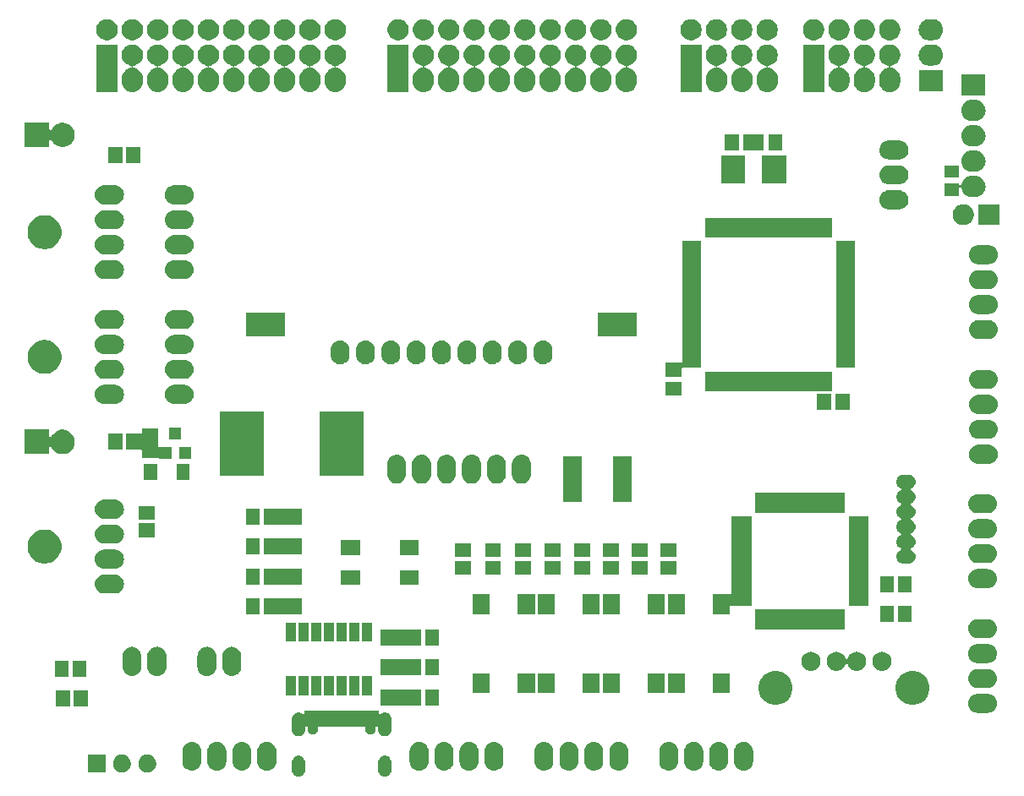
<source format=gbr>
G04 #@! TF.GenerationSoftware,KiCad,Pcbnew,(5.1.5)-3*
G04 #@! TF.CreationDate,2020-06-17T21:45:32+09:00*
G04 #@! TF.ProjectId,stm32f4_Centaurus,73746d33-3266-4345-9f43-656e74617572,rev?*
G04 #@! TF.SameCoordinates,Original*
G04 #@! TF.FileFunction,Soldermask,Top*
G04 #@! TF.FilePolarity,Negative*
%FSLAX46Y46*%
G04 Gerber Fmt 4.6, Leading zero omitted, Abs format (unit mm)*
G04 Created by KiCad (PCBNEW (5.1.5)-3) date 2020-06-17 21:45:32*
%MOMM*%
%LPD*%
G04 APERTURE LIST*
%ADD10C,0.100000*%
G04 APERTURE END LIST*
D10*
G36*
X81045997Y-134448280D02*
G01*
X81057422Y-134449405D01*
X81118684Y-134467989D01*
X81179947Y-134486573D01*
X81292867Y-134546930D01*
X81391843Y-134628157D01*
X81473070Y-134727132D01*
X81533427Y-134840052D01*
X81570595Y-134962578D01*
X81580000Y-135058068D01*
X81580000Y-135921932D01*
X81570595Y-136017422D01*
X81533427Y-136139948D01*
X81473070Y-136252868D01*
X81391843Y-136351843D01*
X81292868Y-136433070D01*
X81179948Y-136493427D01*
X81118685Y-136512011D01*
X81057423Y-136530595D01*
X81045998Y-136531720D01*
X80930000Y-136543145D01*
X80814003Y-136531720D01*
X80802578Y-136530595D01*
X80741316Y-136512011D01*
X80680053Y-136493427D01*
X80567133Y-136433070D01*
X80468158Y-136351843D01*
X80386931Y-136252868D01*
X80326574Y-136139948D01*
X80289405Y-136017422D01*
X80280000Y-135921932D01*
X80280000Y-135058069D01*
X80289405Y-134962579D01*
X80289406Y-134962577D01*
X80326573Y-134840054D01*
X80326573Y-134840053D01*
X80386930Y-134727133D01*
X80468157Y-134628157D01*
X80567132Y-134546930D01*
X80680052Y-134486573D01*
X80741315Y-134467989D01*
X80802577Y-134449405D01*
X80814002Y-134448280D01*
X80930000Y-134436855D01*
X81045997Y-134448280D01*
G37*
G36*
X89685997Y-134448280D02*
G01*
X89697422Y-134449405D01*
X89758684Y-134467989D01*
X89819947Y-134486573D01*
X89932867Y-134546930D01*
X90031843Y-134628157D01*
X90113070Y-134727132D01*
X90173427Y-134840052D01*
X90210595Y-134962578D01*
X90220000Y-135058068D01*
X90220000Y-135921932D01*
X90210595Y-136017422D01*
X90173427Y-136139948D01*
X90113070Y-136252868D01*
X90031843Y-136351843D01*
X89932868Y-136433070D01*
X89819948Y-136493427D01*
X89758685Y-136512011D01*
X89697423Y-136530595D01*
X89685998Y-136531720D01*
X89570000Y-136543145D01*
X89454003Y-136531720D01*
X89442578Y-136530595D01*
X89381316Y-136512011D01*
X89320053Y-136493427D01*
X89207133Y-136433070D01*
X89108158Y-136351843D01*
X89026931Y-136252868D01*
X88966574Y-136139948D01*
X88929405Y-136017422D01*
X88920000Y-135921932D01*
X88920000Y-135058069D01*
X88929405Y-134962579D01*
X88929406Y-134962577D01*
X88966573Y-134840054D01*
X88966573Y-134840053D01*
X89026930Y-134727133D01*
X89108157Y-134628157D01*
X89207132Y-134546930D01*
X89320052Y-134486573D01*
X89381315Y-134467989D01*
X89442577Y-134449405D01*
X89454002Y-134448280D01*
X89570000Y-134436855D01*
X89685997Y-134448280D01*
G37*
G36*
X63454220Y-134374519D02*
G01*
X63512083Y-134386029D01*
X63675599Y-134453760D01*
X63822760Y-134552090D01*
X63947910Y-134677240D01*
X64046240Y-134824401D01*
X64103476Y-134962579D01*
X64113971Y-134987918D01*
X64148500Y-135161504D01*
X64148500Y-135338496D01*
X64143166Y-135365309D01*
X64113971Y-135512083D01*
X64046240Y-135675599D01*
X63947910Y-135822760D01*
X63822760Y-135947910D01*
X63675599Y-136046240D01*
X63512083Y-136113971D01*
X63454220Y-136125481D01*
X63338496Y-136148500D01*
X63161504Y-136148500D01*
X63045780Y-136125481D01*
X62987917Y-136113971D01*
X62824401Y-136046240D01*
X62677240Y-135947910D01*
X62552090Y-135822760D01*
X62453760Y-135675599D01*
X62386029Y-135512083D01*
X62356834Y-135365309D01*
X62351500Y-135338496D01*
X62351500Y-135161504D01*
X62386029Y-134987918D01*
X62396525Y-134962579D01*
X62453760Y-134824401D01*
X62552090Y-134677240D01*
X62677240Y-134552090D01*
X62824401Y-134453760D01*
X62987917Y-134386029D01*
X63045780Y-134374519D01*
X63161504Y-134351500D01*
X63338496Y-134351500D01*
X63454220Y-134374519D01*
G37*
G36*
X61608500Y-136148500D02*
G01*
X59811500Y-136148500D01*
X59811500Y-134351500D01*
X61608500Y-134351500D01*
X61608500Y-136148500D01*
G37*
G36*
X65994220Y-134374519D02*
G01*
X66052083Y-134386029D01*
X66215599Y-134453760D01*
X66362760Y-134552090D01*
X66487910Y-134677240D01*
X66586240Y-134824401D01*
X66643476Y-134962579D01*
X66653971Y-134987918D01*
X66688500Y-135161504D01*
X66688500Y-135338496D01*
X66683166Y-135365309D01*
X66653971Y-135512083D01*
X66586240Y-135675599D01*
X66487910Y-135822760D01*
X66362760Y-135947910D01*
X66215599Y-136046240D01*
X66052083Y-136113971D01*
X65994220Y-136125481D01*
X65878496Y-136148500D01*
X65701504Y-136148500D01*
X65585780Y-136125481D01*
X65527917Y-136113971D01*
X65364401Y-136046240D01*
X65217240Y-135947910D01*
X65092090Y-135822760D01*
X64993760Y-135675599D01*
X64926029Y-135512083D01*
X64896834Y-135365309D01*
X64891500Y-135338496D01*
X64891500Y-135161504D01*
X64926029Y-134987918D01*
X64936525Y-134962579D01*
X64993760Y-134824401D01*
X65092090Y-134677240D01*
X65217240Y-134552090D01*
X65364401Y-134453760D01*
X65527917Y-134386029D01*
X65585780Y-134374519D01*
X65701504Y-134351500D01*
X65878496Y-134351500D01*
X65994220Y-134374519D01*
G37*
G36*
X108186231Y-133063746D02*
G01*
X108365307Y-133118068D01*
X108365310Y-133118069D01*
X108452831Y-133164850D01*
X108530345Y-133206282D01*
X108575290Y-133243168D01*
X108675002Y-133324998D01*
X108783073Y-133456685D01*
X108793718Y-133469655D01*
X108834780Y-133546477D01*
X108881932Y-133634691D01*
X108936254Y-133813769D01*
X108950000Y-133953334D01*
X108950000Y-135046666D01*
X108936254Y-135186231D01*
X108881932Y-135365309D01*
X108881931Y-135365310D01*
X108803480Y-135512082D01*
X108793717Y-135530346D01*
X108675002Y-135675002D01*
X108543315Y-135783073D01*
X108530345Y-135793718D01*
X108476015Y-135822758D01*
X108365309Y-135881932D01*
X108275770Y-135909093D01*
X108186232Y-135936254D01*
X108000000Y-135954596D01*
X107813769Y-135936254D01*
X107724231Y-135909093D01*
X107634692Y-135881932D01*
X107523986Y-135822758D01*
X107469656Y-135793718D01*
X107456686Y-135783073D01*
X107324999Y-135675002D01*
X107206284Y-135530346D01*
X107196522Y-135512082D01*
X107118069Y-135365308D01*
X107063747Y-135186232D01*
X107063747Y-135186231D01*
X107063746Y-135186229D01*
X107050000Y-135046666D01*
X107050000Y-133953335D01*
X107063746Y-133813770D01*
X107063747Y-133813768D01*
X107118068Y-133634693D01*
X107118069Y-133634690D01*
X107164850Y-133547169D01*
X107206282Y-133469655D01*
X107243168Y-133424710D01*
X107324998Y-133324998D01*
X107469654Y-133206283D01*
X107469653Y-133206283D01*
X107469655Y-133206282D01*
X107546477Y-133165220D01*
X107634691Y-133118068D01*
X107724230Y-133090907D01*
X107813768Y-133063746D01*
X108000000Y-133045404D01*
X108186231Y-133063746D01*
G37*
G36*
X72936231Y-133063746D02*
G01*
X73115307Y-133118068D01*
X73115310Y-133118069D01*
X73202831Y-133164850D01*
X73280345Y-133206282D01*
X73325290Y-133243168D01*
X73425002Y-133324998D01*
X73533073Y-133456685D01*
X73543718Y-133469655D01*
X73584780Y-133546477D01*
X73631932Y-133634691D01*
X73686254Y-133813769D01*
X73700000Y-133953334D01*
X73700000Y-135046666D01*
X73686254Y-135186231D01*
X73631932Y-135365309D01*
X73631931Y-135365310D01*
X73553480Y-135512082D01*
X73543717Y-135530346D01*
X73425002Y-135675002D01*
X73293315Y-135783073D01*
X73280345Y-135793718D01*
X73226015Y-135822758D01*
X73115309Y-135881932D01*
X73025770Y-135909093D01*
X72936232Y-135936254D01*
X72750000Y-135954596D01*
X72563769Y-135936254D01*
X72474231Y-135909093D01*
X72384692Y-135881932D01*
X72273986Y-135822758D01*
X72219656Y-135793718D01*
X72206686Y-135783073D01*
X72074999Y-135675002D01*
X71956284Y-135530346D01*
X71946522Y-135512082D01*
X71868069Y-135365308D01*
X71813747Y-135186232D01*
X71813747Y-135186231D01*
X71813746Y-135186229D01*
X71800000Y-135046666D01*
X71800000Y-133953335D01*
X71813746Y-133813770D01*
X71813747Y-133813768D01*
X71868068Y-133634693D01*
X71868069Y-133634690D01*
X71914850Y-133547169D01*
X71956282Y-133469655D01*
X71993168Y-133424710D01*
X72074998Y-133324998D01*
X72219654Y-133206283D01*
X72219653Y-133206283D01*
X72219655Y-133206282D01*
X72296477Y-133165220D01*
X72384691Y-133118068D01*
X72474230Y-133090907D01*
X72563768Y-133063746D01*
X72750000Y-133045404D01*
X72936231Y-133063746D01*
G37*
G36*
X75436231Y-133063746D02*
G01*
X75615307Y-133118068D01*
X75615310Y-133118069D01*
X75702831Y-133164850D01*
X75780345Y-133206282D01*
X75825290Y-133243168D01*
X75925002Y-133324998D01*
X76033073Y-133456685D01*
X76043718Y-133469655D01*
X76084780Y-133546477D01*
X76131932Y-133634691D01*
X76186254Y-133813769D01*
X76200000Y-133953334D01*
X76200000Y-135046666D01*
X76186254Y-135186231D01*
X76131932Y-135365309D01*
X76131931Y-135365310D01*
X76053480Y-135512082D01*
X76043717Y-135530346D01*
X75925002Y-135675002D01*
X75793315Y-135783073D01*
X75780345Y-135793718D01*
X75726015Y-135822758D01*
X75615309Y-135881932D01*
X75525770Y-135909093D01*
X75436232Y-135936254D01*
X75250000Y-135954596D01*
X75063769Y-135936254D01*
X74974231Y-135909093D01*
X74884692Y-135881932D01*
X74773986Y-135822758D01*
X74719656Y-135793718D01*
X74706686Y-135783073D01*
X74574999Y-135675002D01*
X74456284Y-135530346D01*
X74446522Y-135512082D01*
X74368069Y-135365308D01*
X74313747Y-135186232D01*
X74313747Y-135186231D01*
X74313746Y-135186229D01*
X74300000Y-135046666D01*
X74300000Y-133953335D01*
X74313746Y-133813770D01*
X74313747Y-133813768D01*
X74368068Y-133634693D01*
X74368069Y-133634690D01*
X74414850Y-133547169D01*
X74456282Y-133469655D01*
X74493168Y-133424710D01*
X74574998Y-133324998D01*
X74719654Y-133206283D01*
X74719653Y-133206283D01*
X74719655Y-133206282D01*
X74796477Y-133165220D01*
X74884691Y-133118068D01*
X74974230Y-133090907D01*
X75063768Y-133063746D01*
X75250000Y-133045404D01*
X75436231Y-133063746D01*
G37*
G36*
X77936231Y-133063746D02*
G01*
X78115307Y-133118068D01*
X78115310Y-133118069D01*
X78202831Y-133164850D01*
X78280345Y-133206282D01*
X78325290Y-133243168D01*
X78425002Y-133324998D01*
X78533073Y-133456685D01*
X78543718Y-133469655D01*
X78584780Y-133546477D01*
X78631932Y-133634691D01*
X78686254Y-133813769D01*
X78700000Y-133953334D01*
X78700000Y-135046666D01*
X78686254Y-135186231D01*
X78631932Y-135365309D01*
X78631931Y-135365310D01*
X78553480Y-135512082D01*
X78543717Y-135530346D01*
X78425002Y-135675002D01*
X78293315Y-135783073D01*
X78280345Y-135793718D01*
X78226015Y-135822758D01*
X78115309Y-135881932D01*
X78025770Y-135909093D01*
X77936232Y-135936254D01*
X77750000Y-135954596D01*
X77563769Y-135936254D01*
X77474231Y-135909093D01*
X77384692Y-135881932D01*
X77273986Y-135822758D01*
X77219656Y-135793718D01*
X77206686Y-135783073D01*
X77074999Y-135675002D01*
X76956284Y-135530346D01*
X76946522Y-135512082D01*
X76868069Y-135365308D01*
X76813747Y-135186232D01*
X76813747Y-135186231D01*
X76813746Y-135186229D01*
X76800000Y-135046666D01*
X76800000Y-133953335D01*
X76813746Y-133813770D01*
X76813747Y-133813768D01*
X76868068Y-133634693D01*
X76868069Y-133634690D01*
X76914850Y-133547169D01*
X76956282Y-133469655D01*
X76993168Y-133424710D01*
X77074998Y-133324998D01*
X77219654Y-133206283D01*
X77219653Y-133206283D01*
X77219655Y-133206282D01*
X77296477Y-133165220D01*
X77384691Y-133118068D01*
X77474230Y-133090907D01*
X77563768Y-133063746D01*
X77750000Y-133045404D01*
X77936231Y-133063746D01*
G37*
G36*
X100686231Y-133063746D02*
G01*
X100865307Y-133118068D01*
X100865310Y-133118069D01*
X100952831Y-133164850D01*
X101030345Y-133206282D01*
X101075290Y-133243168D01*
X101175002Y-133324998D01*
X101283073Y-133456685D01*
X101293718Y-133469655D01*
X101334780Y-133546477D01*
X101381932Y-133634691D01*
X101436254Y-133813769D01*
X101450000Y-133953334D01*
X101450000Y-135046666D01*
X101436254Y-135186231D01*
X101381932Y-135365309D01*
X101381931Y-135365310D01*
X101303480Y-135512082D01*
X101293717Y-135530346D01*
X101175002Y-135675002D01*
X101043315Y-135783073D01*
X101030345Y-135793718D01*
X100976015Y-135822758D01*
X100865309Y-135881932D01*
X100775770Y-135909093D01*
X100686232Y-135936254D01*
X100500000Y-135954596D01*
X100313769Y-135936254D01*
X100224231Y-135909093D01*
X100134692Y-135881932D01*
X100023986Y-135822758D01*
X99969656Y-135793718D01*
X99956686Y-135783073D01*
X99824999Y-135675002D01*
X99706284Y-135530346D01*
X99696522Y-135512082D01*
X99618069Y-135365308D01*
X99563747Y-135186232D01*
X99563747Y-135186231D01*
X99563746Y-135186229D01*
X99550000Y-135046666D01*
X99550000Y-133953335D01*
X99563746Y-133813770D01*
X99563747Y-133813768D01*
X99618068Y-133634693D01*
X99618069Y-133634690D01*
X99664850Y-133547169D01*
X99706282Y-133469655D01*
X99743168Y-133424710D01*
X99824998Y-133324998D01*
X99969654Y-133206283D01*
X99969653Y-133206283D01*
X99969655Y-133206282D01*
X100046477Y-133165220D01*
X100134691Y-133118068D01*
X100224230Y-133090907D01*
X100313768Y-133063746D01*
X100500000Y-133045404D01*
X100686231Y-133063746D01*
G37*
G36*
X98186231Y-133063746D02*
G01*
X98365307Y-133118068D01*
X98365310Y-133118069D01*
X98452831Y-133164850D01*
X98530345Y-133206282D01*
X98575290Y-133243168D01*
X98675002Y-133324998D01*
X98783073Y-133456685D01*
X98793718Y-133469655D01*
X98834780Y-133546477D01*
X98881932Y-133634691D01*
X98936254Y-133813769D01*
X98950000Y-133953334D01*
X98950000Y-135046666D01*
X98936254Y-135186231D01*
X98881932Y-135365309D01*
X98881931Y-135365310D01*
X98803480Y-135512082D01*
X98793717Y-135530346D01*
X98675002Y-135675002D01*
X98543315Y-135783073D01*
X98530345Y-135793718D01*
X98476015Y-135822758D01*
X98365309Y-135881932D01*
X98275770Y-135909093D01*
X98186232Y-135936254D01*
X98000000Y-135954596D01*
X97813769Y-135936254D01*
X97724231Y-135909093D01*
X97634692Y-135881932D01*
X97523986Y-135822758D01*
X97469656Y-135793718D01*
X97456686Y-135783073D01*
X97324999Y-135675002D01*
X97206284Y-135530346D01*
X97196522Y-135512082D01*
X97118069Y-135365308D01*
X97063747Y-135186232D01*
X97063747Y-135186231D01*
X97063746Y-135186229D01*
X97050000Y-135046666D01*
X97050000Y-133953335D01*
X97063746Y-133813770D01*
X97063747Y-133813768D01*
X97118068Y-133634693D01*
X97118069Y-133634690D01*
X97164850Y-133547169D01*
X97206282Y-133469655D01*
X97243168Y-133424710D01*
X97324998Y-133324998D01*
X97469654Y-133206283D01*
X97469653Y-133206283D01*
X97469655Y-133206282D01*
X97546477Y-133165220D01*
X97634691Y-133118068D01*
X97724230Y-133090907D01*
X97813768Y-133063746D01*
X98000000Y-133045404D01*
X98186231Y-133063746D01*
G37*
G36*
X95686231Y-133063746D02*
G01*
X95865307Y-133118068D01*
X95865310Y-133118069D01*
X95952831Y-133164850D01*
X96030345Y-133206282D01*
X96075290Y-133243168D01*
X96175002Y-133324998D01*
X96283073Y-133456685D01*
X96293718Y-133469655D01*
X96334780Y-133546477D01*
X96381932Y-133634691D01*
X96436254Y-133813769D01*
X96450000Y-133953334D01*
X96450000Y-135046666D01*
X96436254Y-135186231D01*
X96381932Y-135365309D01*
X96381931Y-135365310D01*
X96303480Y-135512082D01*
X96293717Y-135530346D01*
X96175002Y-135675002D01*
X96043315Y-135783073D01*
X96030345Y-135793718D01*
X95976015Y-135822758D01*
X95865309Y-135881932D01*
X95775770Y-135909093D01*
X95686232Y-135936254D01*
X95500000Y-135954596D01*
X95313769Y-135936254D01*
X95224231Y-135909093D01*
X95134692Y-135881932D01*
X95023986Y-135822758D01*
X94969656Y-135793718D01*
X94956686Y-135783073D01*
X94824999Y-135675002D01*
X94706284Y-135530346D01*
X94696522Y-135512082D01*
X94618069Y-135365308D01*
X94563747Y-135186232D01*
X94563747Y-135186231D01*
X94563746Y-135186229D01*
X94550000Y-135046666D01*
X94550000Y-133953335D01*
X94563746Y-133813770D01*
X94563747Y-133813768D01*
X94618068Y-133634693D01*
X94618069Y-133634690D01*
X94664850Y-133547169D01*
X94706282Y-133469655D01*
X94743168Y-133424710D01*
X94824998Y-133324998D01*
X94969654Y-133206283D01*
X94969653Y-133206283D01*
X94969655Y-133206282D01*
X95046477Y-133165220D01*
X95134691Y-133118068D01*
X95224230Y-133090907D01*
X95313768Y-133063746D01*
X95500000Y-133045404D01*
X95686231Y-133063746D01*
G37*
G36*
X93186231Y-133063746D02*
G01*
X93365307Y-133118068D01*
X93365310Y-133118069D01*
X93452831Y-133164850D01*
X93530345Y-133206282D01*
X93575290Y-133243168D01*
X93675002Y-133324998D01*
X93783073Y-133456685D01*
X93793718Y-133469655D01*
X93834780Y-133546477D01*
X93881932Y-133634691D01*
X93936254Y-133813769D01*
X93950000Y-133953334D01*
X93950000Y-135046666D01*
X93936254Y-135186231D01*
X93881932Y-135365309D01*
X93881931Y-135365310D01*
X93803480Y-135512082D01*
X93793717Y-135530346D01*
X93675002Y-135675002D01*
X93543315Y-135783073D01*
X93530345Y-135793718D01*
X93476015Y-135822758D01*
X93365309Y-135881932D01*
X93275770Y-135909093D01*
X93186232Y-135936254D01*
X93000000Y-135954596D01*
X92813769Y-135936254D01*
X92724231Y-135909093D01*
X92634692Y-135881932D01*
X92523986Y-135822758D01*
X92469656Y-135793718D01*
X92456686Y-135783073D01*
X92324999Y-135675002D01*
X92206284Y-135530346D01*
X92196522Y-135512082D01*
X92118069Y-135365308D01*
X92063747Y-135186232D01*
X92063747Y-135186231D01*
X92063746Y-135186229D01*
X92050000Y-135046666D01*
X92050000Y-133953335D01*
X92063746Y-133813770D01*
X92063747Y-133813768D01*
X92118068Y-133634693D01*
X92118069Y-133634690D01*
X92164850Y-133547169D01*
X92206282Y-133469655D01*
X92243168Y-133424710D01*
X92324998Y-133324998D01*
X92469654Y-133206283D01*
X92469653Y-133206283D01*
X92469655Y-133206282D01*
X92546477Y-133165220D01*
X92634691Y-133118068D01*
X92724230Y-133090907D01*
X92813768Y-133063746D01*
X93000000Y-133045404D01*
X93186231Y-133063746D01*
G37*
G36*
X105686231Y-133063746D02*
G01*
X105865307Y-133118068D01*
X105865310Y-133118069D01*
X105952831Y-133164850D01*
X106030345Y-133206282D01*
X106075290Y-133243168D01*
X106175002Y-133324998D01*
X106283073Y-133456685D01*
X106293718Y-133469655D01*
X106334780Y-133546477D01*
X106381932Y-133634691D01*
X106436254Y-133813769D01*
X106450000Y-133953334D01*
X106450000Y-135046666D01*
X106436254Y-135186231D01*
X106381932Y-135365309D01*
X106381931Y-135365310D01*
X106303480Y-135512082D01*
X106293717Y-135530346D01*
X106175002Y-135675002D01*
X106043315Y-135783073D01*
X106030345Y-135793718D01*
X105976015Y-135822758D01*
X105865309Y-135881932D01*
X105775770Y-135909093D01*
X105686232Y-135936254D01*
X105500000Y-135954596D01*
X105313769Y-135936254D01*
X105224231Y-135909093D01*
X105134692Y-135881932D01*
X105023986Y-135822758D01*
X104969656Y-135793718D01*
X104956686Y-135783073D01*
X104824999Y-135675002D01*
X104706284Y-135530346D01*
X104696522Y-135512082D01*
X104618069Y-135365308D01*
X104563747Y-135186232D01*
X104563747Y-135186231D01*
X104563746Y-135186229D01*
X104550000Y-135046666D01*
X104550000Y-133953335D01*
X104563746Y-133813770D01*
X104563747Y-133813768D01*
X104618068Y-133634693D01*
X104618069Y-133634690D01*
X104664850Y-133547169D01*
X104706282Y-133469655D01*
X104743168Y-133424710D01*
X104824998Y-133324998D01*
X104969654Y-133206283D01*
X104969653Y-133206283D01*
X104969655Y-133206282D01*
X105046477Y-133165220D01*
X105134691Y-133118068D01*
X105224230Y-133090907D01*
X105313768Y-133063746D01*
X105500000Y-133045404D01*
X105686231Y-133063746D01*
G37*
G36*
X70436231Y-133063746D02*
G01*
X70615307Y-133118068D01*
X70615310Y-133118069D01*
X70702831Y-133164850D01*
X70780345Y-133206282D01*
X70825290Y-133243168D01*
X70925002Y-133324998D01*
X71033073Y-133456685D01*
X71043718Y-133469655D01*
X71084780Y-133546477D01*
X71131932Y-133634691D01*
X71186254Y-133813769D01*
X71200000Y-133953334D01*
X71200000Y-135046666D01*
X71186254Y-135186231D01*
X71131932Y-135365309D01*
X71131931Y-135365310D01*
X71053480Y-135512082D01*
X71043717Y-135530346D01*
X70925002Y-135675002D01*
X70793315Y-135783073D01*
X70780345Y-135793718D01*
X70726015Y-135822758D01*
X70615309Y-135881932D01*
X70525770Y-135909093D01*
X70436232Y-135936254D01*
X70250000Y-135954596D01*
X70063769Y-135936254D01*
X69974231Y-135909093D01*
X69884692Y-135881932D01*
X69773986Y-135822758D01*
X69719656Y-135793718D01*
X69706686Y-135783073D01*
X69574999Y-135675002D01*
X69456284Y-135530346D01*
X69446522Y-135512082D01*
X69368069Y-135365308D01*
X69313747Y-135186232D01*
X69313747Y-135186231D01*
X69313746Y-135186229D01*
X69300000Y-135046666D01*
X69300000Y-133953335D01*
X69313746Y-133813770D01*
X69313747Y-133813768D01*
X69368068Y-133634693D01*
X69368069Y-133634690D01*
X69414850Y-133547169D01*
X69456282Y-133469655D01*
X69493168Y-133424710D01*
X69574998Y-133324998D01*
X69719654Y-133206283D01*
X69719653Y-133206283D01*
X69719655Y-133206282D01*
X69796477Y-133165220D01*
X69884691Y-133118068D01*
X69974230Y-133090907D01*
X70063768Y-133063746D01*
X70250000Y-133045404D01*
X70436231Y-133063746D01*
G37*
G36*
X110686231Y-133063746D02*
G01*
X110865307Y-133118068D01*
X110865310Y-133118069D01*
X110952831Y-133164850D01*
X111030345Y-133206282D01*
X111075290Y-133243168D01*
X111175002Y-133324998D01*
X111283073Y-133456685D01*
X111293718Y-133469655D01*
X111334780Y-133546477D01*
X111381932Y-133634691D01*
X111436254Y-133813769D01*
X111450000Y-133953334D01*
X111450000Y-135046666D01*
X111436254Y-135186231D01*
X111381932Y-135365309D01*
X111381931Y-135365310D01*
X111303480Y-135512082D01*
X111293717Y-135530346D01*
X111175002Y-135675002D01*
X111043315Y-135783073D01*
X111030345Y-135793718D01*
X110976015Y-135822758D01*
X110865309Y-135881932D01*
X110775770Y-135909093D01*
X110686232Y-135936254D01*
X110500000Y-135954596D01*
X110313769Y-135936254D01*
X110224231Y-135909093D01*
X110134692Y-135881932D01*
X110023986Y-135822758D01*
X109969656Y-135793718D01*
X109956686Y-135783073D01*
X109824999Y-135675002D01*
X109706284Y-135530346D01*
X109696522Y-135512082D01*
X109618069Y-135365308D01*
X109563747Y-135186232D01*
X109563747Y-135186231D01*
X109563746Y-135186229D01*
X109550000Y-135046666D01*
X109550000Y-133953335D01*
X109563746Y-133813770D01*
X109563747Y-133813768D01*
X109618068Y-133634693D01*
X109618069Y-133634690D01*
X109664850Y-133547169D01*
X109706282Y-133469655D01*
X109743168Y-133424710D01*
X109824998Y-133324998D01*
X109969654Y-133206283D01*
X109969653Y-133206283D01*
X109969655Y-133206282D01*
X110046477Y-133165220D01*
X110134691Y-133118068D01*
X110224230Y-133090907D01*
X110313768Y-133063746D01*
X110500000Y-133045404D01*
X110686231Y-133063746D01*
G37*
G36*
X113186231Y-133063746D02*
G01*
X113365307Y-133118068D01*
X113365310Y-133118069D01*
X113452831Y-133164850D01*
X113530345Y-133206282D01*
X113575290Y-133243168D01*
X113675002Y-133324998D01*
X113783073Y-133456685D01*
X113793718Y-133469655D01*
X113834780Y-133546477D01*
X113881932Y-133634691D01*
X113936254Y-133813769D01*
X113950000Y-133953334D01*
X113950000Y-135046666D01*
X113936254Y-135186231D01*
X113881932Y-135365309D01*
X113881931Y-135365310D01*
X113803480Y-135512082D01*
X113793717Y-135530346D01*
X113675002Y-135675002D01*
X113543315Y-135783073D01*
X113530345Y-135793718D01*
X113476015Y-135822758D01*
X113365309Y-135881932D01*
X113275770Y-135909093D01*
X113186232Y-135936254D01*
X113000000Y-135954596D01*
X112813769Y-135936254D01*
X112724231Y-135909093D01*
X112634692Y-135881932D01*
X112523986Y-135822758D01*
X112469656Y-135793718D01*
X112456686Y-135783073D01*
X112324999Y-135675002D01*
X112206284Y-135530346D01*
X112196522Y-135512082D01*
X112118069Y-135365308D01*
X112063747Y-135186232D01*
X112063747Y-135186231D01*
X112063746Y-135186229D01*
X112050000Y-135046666D01*
X112050000Y-133953335D01*
X112063746Y-133813770D01*
X112063747Y-133813768D01*
X112118068Y-133634693D01*
X112118069Y-133634690D01*
X112164850Y-133547169D01*
X112206282Y-133469655D01*
X112243168Y-133424710D01*
X112324998Y-133324998D01*
X112469654Y-133206283D01*
X112469653Y-133206283D01*
X112469655Y-133206282D01*
X112546477Y-133165220D01*
X112634691Y-133118068D01*
X112724230Y-133090907D01*
X112813768Y-133063746D01*
X113000000Y-133045404D01*
X113186231Y-133063746D01*
G37*
G36*
X123186231Y-133063746D02*
G01*
X123365307Y-133118068D01*
X123365310Y-133118069D01*
X123452831Y-133164850D01*
X123530345Y-133206282D01*
X123575290Y-133243168D01*
X123675002Y-133324998D01*
X123783073Y-133456685D01*
X123793718Y-133469655D01*
X123834780Y-133546477D01*
X123881932Y-133634691D01*
X123936254Y-133813769D01*
X123950000Y-133953334D01*
X123950000Y-135046666D01*
X123936254Y-135186231D01*
X123881932Y-135365309D01*
X123881931Y-135365310D01*
X123803480Y-135512082D01*
X123793717Y-135530346D01*
X123675002Y-135675002D01*
X123543315Y-135783073D01*
X123530345Y-135793718D01*
X123476015Y-135822758D01*
X123365309Y-135881932D01*
X123275770Y-135909093D01*
X123186232Y-135936254D01*
X123000000Y-135954596D01*
X122813769Y-135936254D01*
X122724231Y-135909093D01*
X122634692Y-135881932D01*
X122523986Y-135822758D01*
X122469656Y-135793718D01*
X122456686Y-135783073D01*
X122324999Y-135675002D01*
X122206284Y-135530346D01*
X122196522Y-135512082D01*
X122118069Y-135365308D01*
X122063747Y-135186232D01*
X122063747Y-135186231D01*
X122063746Y-135186229D01*
X122050000Y-135046666D01*
X122050000Y-133953335D01*
X122063746Y-133813770D01*
X122063747Y-133813768D01*
X122118068Y-133634693D01*
X122118069Y-133634690D01*
X122164850Y-133547169D01*
X122206282Y-133469655D01*
X122243168Y-133424710D01*
X122324998Y-133324998D01*
X122469654Y-133206283D01*
X122469653Y-133206283D01*
X122469655Y-133206282D01*
X122546477Y-133165220D01*
X122634691Y-133118068D01*
X122724230Y-133090907D01*
X122813768Y-133063746D01*
X123000000Y-133045404D01*
X123186231Y-133063746D01*
G37*
G36*
X120686231Y-133063746D02*
G01*
X120865307Y-133118068D01*
X120865310Y-133118069D01*
X120952831Y-133164850D01*
X121030345Y-133206282D01*
X121075290Y-133243168D01*
X121175002Y-133324998D01*
X121283073Y-133456685D01*
X121293718Y-133469655D01*
X121334780Y-133546477D01*
X121381932Y-133634691D01*
X121436254Y-133813769D01*
X121450000Y-133953334D01*
X121450000Y-135046666D01*
X121436254Y-135186231D01*
X121381932Y-135365309D01*
X121381931Y-135365310D01*
X121303480Y-135512082D01*
X121293717Y-135530346D01*
X121175002Y-135675002D01*
X121043315Y-135783073D01*
X121030345Y-135793718D01*
X120976015Y-135822758D01*
X120865309Y-135881932D01*
X120775770Y-135909093D01*
X120686232Y-135936254D01*
X120500000Y-135954596D01*
X120313769Y-135936254D01*
X120224231Y-135909093D01*
X120134692Y-135881932D01*
X120023986Y-135822758D01*
X119969656Y-135793718D01*
X119956686Y-135783073D01*
X119824999Y-135675002D01*
X119706284Y-135530346D01*
X119696522Y-135512082D01*
X119618069Y-135365308D01*
X119563747Y-135186232D01*
X119563747Y-135186231D01*
X119563746Y-135186229D01*
X119550000Y-135046666D01*
X119550000Y-133953335D01*
X119563746Y-133813770D01*
X119563747Y-133813768D01*
X119618068Y-133634693D01*
X119618069Y-133634690D01*
X119664850Y-133547169D01*
X119706282Y-133469655D01*
X119743168Y-133424710D01*
X119824998Y-133324998D01*
X119969654Y-133206283D01*
X119969653Y-133206283D01*
X119969655Y-133206282D01*
X120046477Y-133165220D01*
X120134691Y-133118068D01*
X120224230Y-133090907D01*
X120313768Y-133063746D01*
X120500000Y-133045404D01*
X120686231Y-133063746D01*
G37*
G36*
X118186231Y-133063746D02*
G01*
X118365307Y-133118068D01*
X118365310Y-133118069D01*
X118452831Y-133164850D01*
X118530345Y-133206282D01*
X118575290Y-133243168D01*
X118675002Y-133324998D01*
X118783073Y-133456685D01*
X118793718Y-133469655D01*
X118834780Y-133546477D01*
X118881932Y-133634691D01*
X118936254Y-133813769D01*
X118950000Y-133953334D01*
X118950000Y-135046666D01*
X118936254Y-135186231D01*
X118881932Y-135365309D01*
X118881931Y-135365310D01*
X118803480Y-135512082D01*
X118793717Y-135530346D01*
X118675002Y-135675002D01*
X118543315Y-135783073D01*
X118530345Y-135793718D01*
X118476015Y-135822758D01*
X118365309Y-135881932D01*
X118275770Y-135909093D01*
X118186232Y-135936254D01*
X118000000Y-135954596D01*
X117813769Y-135936254D01*
X117724231Y-135909093D01*
X117634692Y-135881932D01*
X117523986Y-135822758D01*
X117469656Y-135793718D01*
X117456686Y-135783073D01*
X117324999Y-135675002D01*
X117206284Y-135530346D01*
X117196522Y-135512082D01*
X117118069Y-135365308D01*
X117063747Y-135186232D01*
X117063747Y-135186231D01*
X117063746Y-135186229D01*
X117050000Y-135046666D01*
X117050000Y-133953335D01*
X117063746Y-133813770D01*
X117063747Y-133813768D01*
X117118068Y-133634693D01*
X117118069Y-133634690D01*
X117164850Y-133547169D01*
X117206282Y-133469655D01*
X117243168Y-133424710D01*
X117324998Y-133324998D01*
X117469654Y-133206283D01*
X117469653Y-133206283D01*
X117469655Y-133206282D01*
X117546477Y-133165220D01*
X117634691Y-133118068D01*
X117724230Y-133090907D01*
X117813768Y-133063746D01*
X118000000Y-133045404D01*
X118186231Y-133063746D01*
G37*
G36*
X125686231Y-133063746D02*
G01*
X125865307Y-133118068D01*
X125865310Y-133118069D01*
X125952831Y-133164850D01*
X126030345Y-133206282D01*
X126075290Y-133243168D01*
X126175002Y-133324998D01*
X126283073Y-133456685D01*
X126293718Y-133469655D01*
X126334780Y-133546477D01*
X126381932Y-133634691D01*
X126436254Y-133813769D01*
X126450000Y-133953334D01*
X126450000Y-135046666D01*
X126436254Y-135186231D01*
X126381932Y-135365309D01*
X126381931Y-135365310D01*
X126303480Y-135512082D01*
X126293717Y-135530346D01*
X126175002Y-135675002D01*
X126043315Y-135783073D01*
X126030345Y-135793718D01*
X125976015Y-135822758D01*
X125865309Y-135881932D01*
X125775770Y-135909093D01*
X125686232Y-135936254D01*
X125500000Y-135954596D01*
X125313769Y-135936254D01*
X125224231Y-135909093D01*
X125134692Y-135881932D01*
X125023986Y-135822758D01*
X124969656Y-135793718D01*
X124956686Y-135783073D01*
X124824999Y-135675002D01*
X124706284Y-135530346D01*
X124696522Y-135512082D01*
X124618069Y-135365308D01*
X124563747Y-135186232D01*
X124563747Y-135186231D01*
X124563746Y-135186229D01*
X124550000Y-135046666D01*
X124550000Y-133953335D01*
X124563746Y-133813770D01*
X124563747Y-133813768D01*
X124618068Y-133634693D01*
X124618069Y-133634690D01*
X124664850Y-133547169D01*
X124706282Y-133469655D01*
X124743168Y-133424710D01*
X124824998Y-133324998D01*
X124969654Y-133206283D01*
X124969653Y-133206283D01*
X124969655Y-133206282D01*
X125046477Y-133165220D01*
X125134691Y-133118068D01*
X125224230Y-133090907D01*
X125313768Y-133063746D01*
X125500000Y-133045404D01*
X125686231Y-133063746D01*
G37*
G36*
X88950000Y-130173666D02*
G01*
X88952402Y-130198052D01*
X88959515Y-130221501D01*
X88971066Y-130243112D01*
X88986611Y-130262054D01*
X89005553Y-130277599D01*
X89027164Y-130289150D01*
X89050613Y-130296263D01*
X89074999Y-130298665D01*
X89099385Y-130296263D01*
X89122834Y-130289150D01*
X89144445Y-130277599D01*
X89154272Y-130270312D01*
X89207132Y-130226930D01*
X89320052Y-130166573D01*
X89381315Y-130147989D01*
X89442577Y-130129405D01*
X89454002Y-130128280D01*
X89570000Y-130116855D01*
X89685997Y-130128280D01*
X89697422Y-130129405D01*
X89758684Y-130147989D01*
X89819947Y-130166573D01*
X89932867Y-130226930D01*
X90031843Y-130308157D01*
X90113070Y-130407132D01*
X90173427Y-130520052D01*
X90210595Y-130642578D01*
X90220000Y-130738068D01*
X90220000Y-131901932D01*
X90210595Y-131997422D01*
X90173427Y-132119948D01*
X90113070Y-132232868D01*
X90031843Y-132331843D01*
X89932868Y-132413070D01*
X89819948Y-132473427D01*
X89758685Y-132492011D01*
X89697423Y-132510595D01*
X89685998Y-132511720D01*
X89570000Y-132523145D01*
X89454003Y-132511720D01*
X89442578Y-132510595D01*
X89381316Y-132492011D01*
X89320053Y-132473427D01*
X89207133Y-132413070D01*
X89108158Y-132331843D01*
X89026931Y-132232868D01*
X88966574Y-132119948D01*
X88929406Y-131997422D01*
X88920001Y-131901932D01*
X88920001Y-131644997D01*
X88917599Y-131620613D01*
X88910486Y-131597164D01*
X88898935Y-131575553D01*
X88883390Y-131556611D01*
X88864448Y-131541066D01*
X88842837Y-131529515D01*
X88819388Y-131522402D01*
X88795002Y-131520000D01*
X88746412Y-131520000D01*
X88722026Y-131522402D01*
X88698577Y-131529515D01*
X88676966Y-131541066D01*
X88658024Y-131556611D01*
X88642479Y-131575553D01*
X88630928Y-131597164D01*
X88623815Y-131620613D01*
X88621413Y-131644999D01*
X88623815Y-131669385D01*
X88640000Y-131750753D01*
X88640000Y-131849247D01*
X88620786Y-131945843D01*
X88620785Y-131945845D01*
X88583094Y-132036839D01*
X88528375Y-132118731D01*
X88458731Y-132188375D01*
X88376839Y-132243094D01*
X88376838Y-132243095D01*
X88376837Y-132243095D01*
X88285843Y-132280786D01*
X88189247Y-132300000D01*
X88090753Y-132300000D01*
X87994157Y-132280786D01*
X87903163Y-132243095D01*
X87903162Y-132243095D01*
X87903161Y-132243094D01*
X87821269Y-132188375D01*
X87751625Y-132118731D01*
X87696906Y-132036839D01*
X87659215Y-131945845D01*
X87659214Y-131945843D01*
X87640000Y-131849247D01*
X87640000Y-131750753D01*
X87656185Y-131669385D01*
X87658587Y-131644999D01*
X87656185Y-131620613D01*
X87649072Y-131597164D01*
X87637521Y-131575553D01*
X87621975Y-131556611D01*
X87603034Y-131541066D01*
X87581423Y-131529515D01*
X87557974Y-131522402D01*
X87533588Y-131520000D01*
X82966412Y-131520000D01*
X82942026Y-131522402D01*
X82918577Y-131529515D01*
X82896966Y-131541066D01*
X82878024Y-131556611D01*
X82862479Y-131575553D01*
X82850928Y-131597164D01*
X82843815Y-131620613D01*
X82841413Y-131644999D01*
X82843815Y-131669385D01*
X82860000Y-131750753D01*
X82860000Y-131849247D01*
X82840786Y-131945843D01*
X82840785Y-131945845D01*
X82803094Y-132036839D01*
X82748375Y-132118731D01*
X82678731Y-132188375D01*
X82596839Y-132243094D01*
X82596838Y-132243095D01*
X82596837Y-132243095D01*
X82505843Y-132280786D01*
X82409247Y-132300000D01*
X82310753Y-132300000D01*
X82214157Y-132280786D01*
X82123163Y-132243095D01*
X82123162Y-132243095D01*
X82123161Y-132243094D01*
X82041269Y-132188375D01*
X81971625Y-132118731D01*
X81916906Y-132036839D01*
X81879215Y-131945845D01*
X81879214Y-131945843D01*
X81860000Y-131849247D01*
X81860000Y-131750753D01*
X81876185Y-131669385D01*
X81878587Y-131644999D01*
X81876185Y-131620613D01*
X81869072Y-131597164D01*
X81857521Y-131575553D01*
X81841975Y-131556611D01*
X81823034Y-131541066D01*
X81801423Y-131529515D01*
X81777974Y-131522402D01*
X81753588Y-131520000D01*
X81704999Y-131520000D01*
X81680613Y-131522402D01*
X81657164Y-131529515D01*
X81635553Y-131541066D01*
X81616611Y-131556611D01*
X81601066Y-131575553D01*
X81589515Y-131597164D01*
X81582402Y-131620613D01*
X81580000Y-131644999D01*
X81580000Y-131901932D01*
X81570595Y-131997422D01*
X81533427Y-132119948D01*
X81473070Y-132232868D01*
X81391843Y-132331843D01*
X81292868Y-132413070D01*
X81179948Y-132473427D01*
X81118685Y-132492011D01*
X81057423Y-132510595D01*
X81045998Y-132511720D01*
X80930000Y-132523145D01*
X80814003Y-132511720D01*
X80802578Y-132510595D01*
X80741316Y-132492011D01*
X80680053Y-132473427D01*
X80567133Y-132413070D01*
X80468158Y-132331843D01*
X80386931Y-132232868D01*
X80326574Y-132119948D01*
X80289406Y-131997422D01*
X80280001Y-131901932D01*
X80280000Y-130738069D01*
X80289405Y-130642579D01*
X80289406Y-130642577D01*
X80326573Y-130520054D01*
X80326573Y-130520053D01*
X80386930Y-130407133D01*
X80468157Y-130308157D01*
X80567132Y-130226930D01*
X80680052Y-130166573D01*
X80741315Y-130147989D01*
X80802577Y-130129405D01*
X80814002Y-130128280D01*
X80930000Y-130116855D01*
X81045997Y-130128280D01*
X81057422Y-130129405D01*
X81118684Y-130147989D01*
X81179947Y-130166573D01*
X81292867Y-130226930D01*
X81345709Y-130270296D01*
X81366078Y-130283906D01*
X81388717Y-130293283D01*
X81412750Y-130298063D01*
X81437254Y-130298063D01*
X81461287Y-130293282D01*
X81483926Y-130283905D01*
X81504300Y-130270291D01*
X81521627Y-130252964D01*
X81535241Y-130232589D01*
X81544618Y-130209950D01*
X81550000Y-130173666D01*
X81550000Y-129960000D01*
X88950000Y-129960000D01*
X88950000Y-130173666D01*
G37*
G36*
X150036448Y-128266873D02*
G01*
X150106232Y-128273746D01*
X150195770Y-128300907D01*
X150285309Y-128328068D01*
X150373523Y-128375220D01*
X150450345Y-128416282D01*
X150450347Y-128416283D01*
X150450346Y-128416283D01*
X150595002Y-128534998D01*
X150713717Y-128679654D01*
X150801932Y-128844691D01*
X150856254Y-129023769D01*
X150874596Y-129210000D01*
X150856254Y-129396231D01*
X150801932Y-129575309D01*
X150713717Y-129740346D01*
X150595002Y-129885002D01*
X150463316Y-129993073D01*
X150450345Y-130003718D01*
X150373523Y-130044780D01*
X150285309Y-130091932D01*
X150203148Y-130116855D01*
X150106232Y-130146254D01*
X150036448Y-130153127D01*
X149966666Y-130160000D01*
X148873334Y-130160000D01*
X148803552Y-130153127D01*
X148733768Y-130146254D01*
X148636852Y-130116855D01*
X148554691Y-130091932D01*
X148466477Y-130044780D01*
X148389655Y-130003718D01*
X148376685Y-129993073D01*
X148244998Y-129885002D01*
X148126283Y-129740346D01*
X148038068Y-129575309D01*
X147983746Y-129396231D01*
X147965404Y-129210000D01*
X147983746Y-129023769D01*
X148038068Y-128844691D01*
X148126283Y-128679654D01*
X148244998Y-128534998D01*
X148389654Y-128416283D01*
X148389653Y-128416283D01*
X148389655Y-128416282D01*
X148466477Y-128375220D01*
X148554691Y-128328068D01*
X148644230Y-128300907D01*
X148733768Y-128273746D01*
X148803552Y-128266873D01*
X148873334Y-128260000D01*
X149966666Y-128260000D01*
X150036448Y-128266873D01*
G37*
G36*
X58070000Y-129550000D02*
G01*
X56670000Y-129550000D01*
X56670000Y-127950000D01*
X58070000Y-127950000D01*
X58070000Y-129550000D01*
G37*
G36*
X59830000Y-129550000D02*
G01*
X58430000Y-129550000D01*
X58430000Y-127950000D01*
X59830000Y-127950000D01*
X59830000Y-129550000D01*
G37*
G36*
X93240000Y-129420000D02*
G01*
X89160000Y-129420000D01*
X89160000Y-127820000D01*
X93240000Y-127820000D01*
X93240000Y-129420000D01*
G37*
G36*
X95000000Y-129420000D02*
G01*
X93600000Y-129420000D01*
X93600000Y-127820000D01*
X95000000Y-127820000D01*
X95000000Y-129420000D01*
G37*
G36*
X129190693Y-126028214D02*
G01*
X129500049Y-126156354D01*
X129534921Y-126179655D01*
X129778464Y-126342385D01*
X130015235Y-126579156D01*
X130015236Y-126579158D01*
X130201266Y-126857571D01*
X130329406Y-127166927D01*
X130394730Y-127495336D01*
X130394730Y-127830184D01*
X130329406Y-128158593D01*
X130201266Y-128467949D01*
X130108882Y-128606211D01*
X130015235Y-128746364D01*
X129778464Y-128983135D01*
X129717652Y-129023768D01*
X129500049Y-129169166D01*
X129190693Y-129297306D01*
X128862284Y-129362630D01*
X128527436Y-129362630D01*
X128199027Y-129297306D01*
X127889671Y-129169166D01*
X127672068Y-129023768D01*
X127611256Y-128983135D01*
X127374485Y-128746364D01*
X127280838Y-128606211D01*
X127188454Y-128467949D01*
X127060314Y-128158593D01*
X126994990Y-127830184D01*
X126994990Y-127495336D01*
X127060314Y-127166927D01*
X127188454Y-126857571D01*
X127374484Y-126579158D01*
X127374485Y-126579156D01*
X127611256Y-126342385D01*
X127854799Y-126179655D01*
X127889671Y-126156354D01*
X128199027Y-126028214D01*
X128527436Y-125962890D01*
X128862284Y-125962890D01*
X129190693Y-126028214D01*
G37*
G36*
X142906693Y-126028214D02*
G01*
X143216049Y-126156354D01*
X143250921Y-126179655D01*
X143494464Y-126342385D01*
X143731235Y-126579156D01*
X143731236Y-126579158D01*
X143917266Y-126857571D01*
X144045406Y-127166927D01*
X144110730Y-127495336D01*
X144110730Y-127830184D01*
X144045406Y-128158593D01*
X143917266Y-128467949D01*
X143824882Y-128606211D01*
X143731235Y-128746364D01*
X143494464Y-128983135D01*
X143433652Y-129023768D01*
X143216049Y-129169166D01*
X142906693Y-129297306D01*
X142578284Y-129362630D01*
X142243436Y-129362630D01*
X141915027Y-129297306D01*
X141605671Y-129169166D01*
X141388068Y-129023768D01*
X141327256Y-128983135D01*
X141090485Y-128746364D01*
X140996838Y-128606211D01*
X140904454Y-128467949D01*
X140776314Y-128158593D01*
X140710990Y-127830184D01*
X140710990Y-127495336D01*
X140776314Y-127166927D01*
X140904454Y-126857571D01*
X141090484Y-126579158D01*
X141090485Y-126579156D01*
X141327256Y-126342385D01*
X141570799Y-126179655D01*
X141605671Y-126156354D01*
X141915027Y-126028214D01*
X142243436Y-125962890D01*
X142578284Y-125962890D01*
X142906693Y-126028214D01*
G37*
G36*
X88310000Y-128400000D02*
G01*
X87310000Y-128400000D01*
X87310000Y-126500000D01*
X88310000Y-126500000D01*
X88310000Y-128400000D01*
G37*
G36*
X80690000Y-128400000D02*
G01*
X79690000Y-128400000D01*
X79690000Y-126500000D01*
X80690000Y-126500000D01*
X80690000Y-128400000D01*
G37*
G36*
X84500000Y-128400000D02*
G01*
X83500000Y-128400000D01*
X83500000Y-126500000D01*
X84500000Y-126500000D01*
X84500000Y-128400000D01*
G37*
G36*
X81960000Y-128400000D02*
G01*
X80960000Y-128400000D01*
X80960000Y-126500000D01*
X81960000Y-126500000D01*
X81960000Y-128400000D01*
G37*
G36*
X85770000Y-128400000D02*
G01*
X84770000Y-128400000D01*
X84770000Y-126500000D01*
X85770000Y-126500000D01*
X85770000Y-128400000D01*
G37*
G36*
X87040000Y-128400000D02*
G01*
X86040000Y-128400000D01*
X86040000Y-126500000D01*
X87040000Y-126500000D01*
X87040000Y-128400000D01*
G37*
G36*
X83230000Y-128400000D02*
G01*
X82230000Y-128400000D01*
X82230000Y-126500000D01*
X83230000Y-126500000D01*
X83230000Y-128400000D01*
G37*
G36*
X100100000Y-128200000D02*
G01*
X98400000Y-128200000D01*
X98400000Y-126250000D01*
X100100000Y-126250000D01*
X100100000Y-128200000D01*
G37*
G36*
X111100000Y-128200000D02*
G01*
X109400000Y-128200000D01*
X109400000Y-126250000D01*
X111100000Y-126250000D01*
X111100000Y-128200000D01*
G37*
G36*
X113100000Y-128200000D02*
G01*
X111400000Y-128200000D01*
X111400000Y-126250000D01*
X113100000Y-126250000D01*
X113100000Y-128200000D01*
G37*
G36*
X117600000Y-128200000D02*
G01*
X115900000Y-128200000D01*
X115900000Y-126250000D01*
X117600000Y-126250000D01*
X117600000Y-128200000D01*
G37*
G36*
X106600000Y-128200000D02*
G01*
X104900000Y-128200000D01*
X104900000Y-126250000D01*
X106600000Y-126250000D01*
X106600000Y-128200000D01*
G37*
G36*
X104600000Y-128200000D02*
G01*
X102900000Y-128200000D01*
X102900000Y-126250000D01*
X104600000Y-126250000D01*
X104600000Y-128200000D01*
G37*
G36*
X119600000Y-128200000D02*
G01*
X117900000Y-128200000D01*
X117900000Y-126250000D01*
X119600000Y-126250000D01*
X119600000Y-128200000D01*
G37*
G36*
X124100000Y-128200000D02*
G01*
X122400000Y-128200000D01*
X122400000Y-126250000D01*
X124100000Y-126250000D01*
X124100000Y-128200000D01*
G37*
G36*
X150036448Y-125766873D02*
G01*
X150106232Y-125773746D01*
X150195770Y-125800907D01*
X150285309Y-125828068D01*
X150354979Y-125865308D01*
X150450345Y-125916282D01*
X150450347Y-125916283D01*
X150450346Y-125916283D01*
X150595002Y-126034998D01*
X150694595Y-126156354D01*
X150709899Y-126175001D01*
X150713717Y-126179654D01*
X150801932Y-126344691D01*
X150856254Y-126523769D01*
X150874596Y-126710000D01*
X150856254Y-126896231D01*
X150801932Y-127075309D01*
X150713717Y-127240346D01*
X150595002Y-127385002D01*
X150463315Y-127493073D01*
X150450345Y-127503718D01*
X150373523Y-127544780D01*
X150285309Y-127591932D01*
X150195770Y-127619093D01*
X150106232Y-127646254D01*
X150036448Y-127653127D01*
X149966666Y-127660000D01*
X148873334Y-127660000D01*
X148803552Y-127653127D01*
X148733768Y-127646254D01*
X148644230Y-127619093D01*
X148554691Y-127591932D01*
X148466477Y-127544780D01*
X148389655Y-127503718D01*
X148376684Y-127493073D01*
X148244998Y-127385002D01*
X148126283Y-127240346D01*
X148038068Y-127075309D01*
X147983746Y-126896231D01*
X147965404Y-126710000D01*
X147983746Y-126523769D01*
X148038068Y-126344691D01*
X148126283Y-126179654D01*
X148130102Y-126175001D01*
X148145405Y-126156354D01*
X148244998Y-126034998D01*
X148389654Y-125916283D01*
X148389653Y-125916283D01*
X148389655Y-125916282D01*
X148485021Y-125865308D01*
X148554691Y-125828068D01*
X148644230Y-125800907D01*
X148733768Y-125773746D01*
X148803552Y-125766873D01*
X148873334Y-125760000D01*
X149966666Y-125760000D01*
X150036448Y-125766873D01*
G37*
G36*
X59700000Y-126550000D02*
G01*
X58300000Y-126550000D01*
X58300000Y-124950000D01*
X59700000Y-124950000D01*
X59700000Y-126550000D01*
G37*
G36*
X57940000Y-126550000D02*
G01*
X56540000Y-126550000D01*
X56540000Y-124950000D01*
X57940000Y-124950000D01*
X57940000Y-126550000D01*
G37*
G36*
X74436231Y-123563746D02*
G01*
X74615307Y-123618068D01*
X74615310Y-123618069D01*
X74702831Y-123664850D01*
X74780345Y-123706282D01*
X74825290Y-123743168D01*
X74925002Y-123824998D01*
X75033073Y-123956685D01*
X75043718Y-123969655D01*
X75072642Y-124023768D01*
X75131932Y-124134691D01*
X75137600Y-124153376D01*
X75186254Y-124313768D01*
X75200000Y-124453335D01*
X75200000Y-125546665D01*
X75186254Y-125686232D01*
X75163877Y-125760000D01*
X75131932Y-125865309D01*
X75088625Y-125946330D01*
X75043718Y-126030345D01*
X75033073Y-126043315D01*
X74925002Y-126175002D01*
X74793315Y-126283073D01*
X74780345Y-126293718D01*
X74703523Y-126334780D01*
X74615309Y-126381932D01*
X74525770Y-126409093D01*
X74436232Y-126436254D01*
X74250000Y-126454596D01*
X74063769Y-126436254D01*
X73974231Y-126409093D01*
X73884692Y-126381932D01*
X73796478Y-126334780D01*
X73719656Y-126293718D01*
X73706686Y-126283073D01*
X73574999Y-126175002D01*
X73466928Y-126043316D01*
X73456283Y-126030345D01*
X73368069Y-125865308D01*
X73313747Y-125686232D01*
X73313747Y-125686231D01*
X73313746Y-125686229D01*
X73300000Y-125546666D01*
X73300000Y-124453335D01*
X73313746Y-124313770D01*
X73313747Y-124313768D01*
X73368068Y-124134693D01*
X73368069Y-124134690D01*
X73427358Y-124023768D01*
X73456282Y-123969655D01*
X73493168Y-123924710D01*
X73574998Y-123824998D01*
X73719654Y-123706283D01*
X73719653Y-123706283D01*
X73719655Y-123706282D01*
X73796477Y-123665220D01*
X73884691Y-123618068D01*
X73974230Y-123590907D01*
X74063768Y-123563746D01*
X74250000Y-123545404D01*
X74436231Y-123563746D01*
G37*
G36*
X71936231Y-123563746D02*
G01*
X72115307Y-123618068D01*
X72115310Y-123618069D01*
X72202831Y-123664850D01*
X72280345Y-123706282D01*
X72325290Y-123743168D01*
X72425002Y-123824998D01*
X72533073Y-123956685D01*
X72543718Y-123969655D01*
X72572642Y-124023768D01*
X72631932Y-124134691D01*
X72637600Y-124153376D01*
X72686254Y-124313768D01*
X72700000Y-124453335D01*
X72700000Y-125546665D01*
X72686254Y-125686232D01*
X72663877Y-125760000D01*
X72631932Y-125865309D01*
X72588625Y-125946330D01*
X72543718Y-126030345D01*
X72533073Y-126043315D01*
X72425002Y-126175002D01*
X72293315Y-126283073D01*
X72280345Y-126293718D01*
X72203523Y-126334780D01*
X72115309Y-126381932D01*
X72025770Y-126409093D01*
X71936232Y-126436254D01*
X71750000Y-126454596D01*
X71563769Y-126436254D01*
X71474231Y-126409093D01*
X71384692Y-126381932D01*
X71296478Y-126334780D01*
X71219656Y-126293718D01*
X71206686Y-126283073D01*
X71074999Y-126175002D01*
X70966928Y-126043316D01*
X70956283Y-126030345D01*
X70868069Y-125865308D01*
X70813747Y-125686232D01*
X70813747Y-125686231D01*
X70813746Y-125686229D01*
X70800000Y-125546666D01*
X70800000Y-124453335D01*
X70813746Y-124313770D01*
X70813747Y-124313768D01*
X70868068Y-124134693D01*
X70868069Y-124134690D01*
X70927358Y-124023768D01*
X70956282Y-123969655D01*
X70993168Y-123924710D01*
X71074998Y-123824998D01*
X71219654Y-123706283D01*
X71219653Y-123706283D01*
X71219655Y-123706282D01*
X71296477Y-123665220D01*
X71384691Y-123618068D01*
X71474230Y-123590907D01*
X71563768Y-123563746D01*
X71750000Y-123545404D01*
X71936231Y-123563746D01*
G37*
G36*
X66936231Y-123563746D02*
G01*
X67115307Y-123618068D01*
X67115310Y-123618069D01*
X67202831Y-123664850D01*
X67280345Y-123706282D01*
X67325290Y-123743168D01*
X67425002Y-123824998D01*
X67533073Y-123956685D01*
X67543718Y-123969655D01*
X67572642Y-124023768D01*
X67631932Y-124134691D01*
X67637600Y-124153376D01*
X67686254Y-124313768D01*
X67700000Y-124453335D01*
X67700000Y-125546665D01*
X67686254Y-125686232D01*
X67663877Y-125760000D01*
X67631932Y-125865309D01*
X67588625Y-125946330D01*
X67543718Y-126030345D01*
X67533073Y-126043315D01*
X67425002Y-126175002D01*
X67293315Y-126283073D01*
X67280345Y-126293718D01*
X67203523Y-126334780D01*
X67115309Y-126381932D01*
X67025770Y-126409093D01*
X66936232Y-126436254D01*
X66750000Y-126454596D01*
X66563769Y-126436254D01*
X66474231Y-126409093D01*
X66384692Y-126381932D01*
X66296478Y-126334780D01*
X66219656Y-126293718D01*
X66206686Y-126283073D01*
X66074999Y-126175002D01*
X65966928Y-126043316D01*
X65956283Y-126030345D01*
X65868069Y-125865308D01*
X65813747Y-125686232D01*
X65813747Y-125686231D01*
X65813746Y-125686229D01*
X65800000Y-125546666D01*
X65800000Y-124453335D01*
X65813746Y-124313770D01*
X65813747Y-124313768D01*
X65868068Y-124134693D01*
X65868069Y-124134690D01*
X65927358Y-124023768D01*
X65956282Y-123969655D01*
X65993168Y-123924710D01*
X66074998Y-123824998D01*
X66219654Y-123706283D01*
X66219653Y-123706283D01*
X66219655Y-123706282D01*
X66296477Y-123665220D01*
X66384691Y-123618068D01*
X66474230Y-123590907D01*
X66563768Y-123563746D01*
X66750000Y-123545404D01*
X66936231Y-123563746D01*
G37*
G36*
X64436231Y-123563746D02*
G01*
X64615307Y-123618068D01*
X64615310Y-123618069D01*
X64702831Y-123664850D01*
X64780345Y-123706282D01*
X64825290Y-123743168D01*
X64925002Y-123824998D01*
X65033073Y-123956685D01*
X65043718Y-123969655D01*
X65072642Y-124023768D01*
X65131932Y-124134691D01*
X65137600Y-124153376D01*
X65186254Y-124313768D01*
X65200000Y-124453335D01*
X65200000Y-125546665D01*
X65186254Y-125686232D01*
X65163877Y-125760000D01*
X65131932Y-125865309D01*
X65088625Y-125946330D01*
X65043718Y-126030345D01*
X65033073Y-126043315D01*
X64925002Y-126175002D01*
X64793315Y-126283073D01*
X64780345Y-126293718D01*
X64703523Y-126334780D01*
X64615309Y-126381932D01*
X64525770Y-126409093D01*
X64436232Y-126436254D01*
X64250000Y-126454596D01*
X64063769Y-126436254D01*
X63974231Y-126409093D01*
X63884692Y-126381932D01*
X63796478Y-126334780D01*
X63719656Y-126293718D01*
X63706686Y-126283073D01*
X63574999Y-126175002D01*
X63466928Y-126043316D01*
X63456283Y-126030345D01*
X63368069Y-125865308D01*
X63313747Y-125686232D01*
X63313747Y-125686231D01*
X63313746Y-125686229D01*
X63300000Y-125546666D01*
X63300000Y-124453335D01*
X63313746Y-124313770D01*
X63313747Y-124313768D01*
X63368068Y-124134693D01*
X63368069Y-124134690D01*
X63427358Y-124023768D01*
X63456282Y-123969655D01*
X63493168Y-123924710D01*
X63574998Y-123824998D01*
X63719654Y-123706283D01*
X63719653Y-123706283D01*
X63719655Y-123706282D01*
X63796477Y-123665220D01*
X63884691Y-123618068D01*
X63974230Y-123590907D01*
X64063768Y-123563746D01*
X64250000Y-123545404D01*
X64436231Y-123563746D01*
G37*
G36*
X95000000Y-126420000D02*
G01*
X93600000Y-126420000D01*
X93600000Y-124820000D01*
X95000000Y-124820000D01*
X95000000Y-126420000D01*
G37*
G36*
X93240000Y-126420000D02*
G01*
X89160000Y-126420000D01*
X89160000Y-124820000D01*
X93240000Y-124820000D01*
X93240000Y-126420000D01*
G37*
G36*
X132436307Y-124063455D02*
G01*
X132528131Y-124081720D01*
X132701124Y-124153376D01*
X132856813Y-124257404D01*
X132989216Y-124389807D01*
X133093244Y-124545496D01*
X133164900Y-124718489D01*
X133169564Y-124741938D01*
X133198022Y-124885001D01*
X133201430Y-124902137D01*
X133201430Y-125089383D01*
X133164900Y-125273031D01*
X133093244Y-125446024D01*
X132989216Y-125601713D01*
X132856813Y-125734116D01*
X132701124Y-125838144D01*
X132528131Y-125909800D01*
X132436307Y-125928065D01*
X132344484Y-125946330D01*
X132157236Y-125946330D01*
X132065413Y-125928065D01*
X131973589Y-125909800D01*
X131800596Y-125838144D01*
X131644907Y-125734116D01*
X131512504Y-125601713D01*
X131408476Y-125446024D01*
X131336820Y-125273031D01*
X131300290Y-125089383D01*
X131300290Y-124902137D01*
X131303699Y-124885001D01*
X131332156Y-124741938D01*
X131336820Y-124718489D01*
X131408476Y-124545496D01*
X131512504Y-124389807D01*
X131644907Y-124257404D01*
X131800596Y-124153376D01*
X131973589Y-124081720D01*
X132065413Y-124063455D01*
X132157236Y-124045190D01*
X132344484Y-124045190D01*
X132436307Y-124063455D01*
G37*
G36*
X139548307Y-124063455D02*
G01*
X139640131Y-124081720D01*
X139813124Y-124153376D01*
X139968813Y-124257404D01*
X140101216Y-124389807D01*
X140205244Y-124545496D01*
X140276900Y-124718489D01*
X140281564Y-124741938D01*
X140310022Y-124885001D01*
X140313430Y-124902137D01*
X140313430Y-125089383D01*
X140276900Y-125273031D01*
X140205244Y-125446024D01*
X140101216Y-125601713D01*
X139968813Y-125734116D01*
X139813124Y-125838144D01*
X139640131Y-125909800D01*
X139548307Y-125928065D01*
X139456484Y-125946330D01*
X139269236Y-125946330D01*
X139177413Y-125928065D01*
X139085589Y-125909800D01*
X138912596Y-125838144D01*
X138756907Y-125734116D01*
X138624504Y-125601713D01*
X138520476Y-125446024D01*
X138448820Y-125273031D01*
X138412290Y-125089383D01*
X138412290Y-124902137D01*
X138415699Y-124885001D01*
X138444156Y-124741938D01*
X138448820Y-124718489D01*
X138520476Y-124545496D01*
X138624504Y-124389807D01*
X138756907Y-124257404D01*
X138912596Y-124153376D01*
X139085589Y-124081720D01*
X139177413Y-124063455D01*
X139269236Y-124045190D01*
X139456484Y-124045190D01*
X139548307Y-124063455D01*
G37*
G36*
X134976307Y-124063455D02*
G01*
X135068131Y-124081720D01*
X135241124Y-124153376D01*
X135396813Y-124257404D01*
X135529216Y-124389807D01*
X135598726Y-124493836D01*
X135633245Y-124545497D01*
X135691376Y-124685840D01*
X135702927Y-124707450D01*
X135718472Y-124726392D01*
X135737414Y-124741938D01*
X135759025Y-124753489D01*
X135782473Y-124760602D01*
X135806860Y-124763004D01*
X135831246Y-124760602D01*
X135854695Y-124753489D01*
X135876305Y-124741938D01*
X135895247Y-124726393D01*
X135910793Y-124707451D01*
X135922344Y-124685840D01*
X135980475Y-124545497D01*
X136014994Y-124493836D01*
X136084504Y-124389807D01*
X136216907Y-124257404D01*
X136372596Y-124153376D01*
X136545589Y-124081720D01*
X136637413Y-124063455D01*
X136729236Y-124045190D01*
X136916484Y-124045190D01*
X137008307Y-124063455D01*
X137100131Y-124081720D01*
X137273124Y-124153376D01*
X137428813Y-124257404D01*
X137561216Y-124389807D01*
X137665244Y-124545496D01*
X137736900Y-124718489D01*
X137741564Y-124741938D01*
X137770022Y-124885001D01*
X137773430Y-124902137D01*
X137773430Y-125089383D01*
X137736900Y-125273031D01*
X137665244Y-125446024D01*
X137561216Y-125601713D01*
X137428813Y-125734116D01*
X137273124Y-125838144D01*
X137100131Y-125909800D01*
X137008307Y-125928065D01*
X136916484Y-125946330D01*
X136729236Y-125946330D01*
X136637413Y-125928065D01*
X136545589Y-125909800D01*
X136372596Y-125838144D01*
X136216907Y-125734116D01*
X136084504Y-125601713D01*
X135980476Y-125446024D01*
X135980475Y-125446023D01*
X135922344Y-125305680D01*
X135910793Y-125284070D01*
X135895248Y-125265128D01*
X135876306Y-125249582D01*
X135854695Y-125238031D01*
X135831247Y-125230918D01*
X135806860Y-125228516D01*
X135782474Y-125230918D01*
X135759025Y-125238031D01*
X135737415Y-125249582D01*
X135718473Y-125265127D01*
X135702927Y-125284069D01*
X135691376Y-125305680D01*
X135633245Y-125446023D01*
X135633244Y-125446024D01*
X135529216Y-125601713D01*
X135396813Y-125734116D01*
X135241124Y-125838144D01*
X135068131Y-125909800D01*
X134976307Y-125928065D01*
X134884484Y-125946330D01*
X134697236Y-125946330D01*
X134605413Y-125928065D01*
X134513589Y-125909800D01*
X134340596Y-125838144D01*
X134184907Y-125734116D01*
X134052504Y-125601713D01*
X133948476Y-125446024D01*
X133876820Y-125273031D01*
X133840290Y-125089383D01*
X133840290Y-124902137D01*
X133843699Y-124885001D01*
X133872156Y-124741938D01*
X133876820Y-124718489D01*
X133948476Y-124545496D01*
X134052504Y-124389807D01*
X134184907Y-124257404D01*
X134340596Y-124153376D01*
X134513589Y-124081720D01*
X134605413Y-124063455D01*
X134697236Y-124045190D01*
X134884484Y-124045190D01*
X134976307Y-124063455D01*
G37*
G36*
X150106232Y-123273746D02*
G01*
X150195770Y-123300907D01*
X150285309Y-123328068D01*
X150373523Y-123375220D01*
X150450345Y-123416282D01*
X150450347Y-123416283D01*
X150450346Y-123416283D01*
X150595002Y-123534998D01*
X150713717Y-123679654D01*
X150801932Y-123844691D01*
X150856254Y-124023769D01*
X150874596Y-124210000D01*
X150856254Y-124396231D01*
X150801932Y-124575309D01*
X150754780Y-124663523D01*
X150713718Y-124740345D01*
X150703073Y-124753315D01*
X150595002Y-124885002D01*
X150463316Y-124993073D01*
X150450345Y-125003718D01*
X150373523Y-125044780D01*
X150285309Y-125091932D01*
X150195770Y-125119093D01*
X150106232Y-125146254D01*
X149966666Y-125160000D01*
X148873334Y-125160000D01*
X148733768Y-125146254D01*
X148644230Y-125119093D01*
X148554691Y-125091932D01*
X148466477Y-125044780D01*
X148389655Y-125003718D01*
X148376684Y-124993073D01*
X148244998Y-124885002D01*
X148136927Y-124753315D01*
X148126282Y-124740345D01*
X148085220Y-124663523D01*
X148038068Y-124575309D01*
X147983746Y-124396231D01*
X147965404Y-124210000D01*
X147983746Y-124023769D01*
X148038068Y-123844691D01*
X148126283Y-123679654D01*
X148244998Y-123534998D01*
X148389654Y-123416283D01*
X148389653Y-123416283D01*
X148389655Y-123416282D01*
X148466477Y-123375220D01*
X148554691Y-123328068D01*
X148644230Y-123300907D01*
X148733768Y-123273746D01*
X148873334Y-123260000D01*
X149966666Y-123260000D01*
X150106232Y-123273746D01*
G37*
G36*
X95000000Y-123420000D02*
G01*
X93600000Y-123420000D01*
X93600000Y-121820000D01*
X95000000Y-121820000D01*
X95000000Y-123420000D01*
G37*
G36*
X93240000Y-123420000D02*
G01*
X89160000Y-123420000D01*
X89160000Y-121820000D01*
X93240000Y-121820000D01*
X93240000Y-123420000D01*
G37*
G36*
X80690000Y-123000000D02*
G01*
X79690000Y-123000000D01*
X79690000Y-121100000D01*
X80690000Y-121100000D01*
X80690000Y-123000000D01*
G37*
G36*
X83230000Y-123000000D02*
G01*
X82230000Y-123000000D01*
X82230000Y-121100000D01*
X83230000Y-121100000D01*
X83230000Y-123000000D01*
G37*
G36*
X84500000Y-123000000D02*
G01*
X83500000Y-123000000D01*
X83500000Y-121100000D01*
X84500000Y-121100000D01*
X84500000Y-123000000D01*
G37*
G36*
X88310000Y-123000000D02*
G01*
X87310000Y-123000000D01*
X87310000Y-121100000D01*
X88310000Y-121100000D01*
X88310000Y-123000000D01*
G37*
G36*
X87040000Y-123000000D02*
G01*
X86040000Y-123000000D01*
X86040000Y-121100000D01*
X87040000Y-121100000D01*
X87040000Y-123000000D01*
G37*
G36*
X81960000Y-123000000D02*
G01*
X80960000Y-123000000D01*
X80960000Y-121100000D01*
X81960000Y-121100000D01*
X81960000Y-123000000D01*
G37*
G36*
X85770000Y-123000000D02*
G01*
X84770000Y-123000000D01*
X84770000Y-121100000D01*
X85770000Y-121100000D01*
X85770000Y-123000000D01*
G37*
G36*
X150036448Y-120766873D02*
G01*
X150106232Y-120773746D01*
X150195770Y-120800907D01*
X150285309Y-120828068D01*
X150373523Y-120875220D01*
X150450345Y-120916282D01*
X150450347Y-120916283D01*
X150450346Y-120916283D01*
X150595002Y-121034998D01*
X150713717Y-121179654D01*
X150801932Y-121344691D01*
X150856254Y-121523769D01*
X150874596Y-121710000D01*
X150856254Y-121896231D01*
X150801932Y-122075309D01*
X150713717Y-122240346D01*
X150595002Y-122385002D01*
X150463315Y-122493073D01*
X150450345Y-122503718D01*
X150373523Y-122544780D01*
X150285309Y-122591932D01*
X150195770Y-122619093D01*
X150106232Y-122646254D01*
X149966666Y-122660000D01*
X148873334Y-122660000D01*
X148733768Y-122646254D01*
X148644230Y-122619093D01*
X148554691Y-122591932D01*
X148466477Y-122544780D01*
X148389655Y-122503718D01*
X148376684Y-122493073D01*
X148244998Y-122385002D01*
X148126283Y-122240346D01*
X148038068Y-122075309D01*
X147983746Y-121896231D01*
X147965404Y-121710000D01*
X147983746Y-121523769D01*
X148038068Y-121344691D01*
X148126283Y-121179654D01*
X148244998Y-121034998D01*
X148389654Y-120916283D01*
X148389653Y-120916283D01*
X148389655Y-120916282D01*
X148466477Y-120875220D01*
X148554691Y-120828068D01*
X148644230Y-120800907D01*
X148733768Y-120773746D01*
X148803552Y-120766873D01*
X148873334Y-120760000D01*
X149966666Y-120760000D01*
X150036448Y-120766873D01*
G37*
G36*
X135650000Y-121810000D02*
G01*
X126690000Y-121810000D01*
X126690000Y-119810000D01*
X135650000Y-119810000D01*
X135650000Y-121810000D01*
G37*
G36*
X142330000Y-121050000D02*
G01*
X140930000Y-121050000D01*
X140930000Y-119450000D01*
X142330000Y-119450000D01*
X142330000Y-121050000D01*
G37*
G36*
X140570000Y-121050000D02*
G01*
X139170000Y-121050000D01*
X139170000Y-119450000D01*
X140570000Y-119450000D01*
X140570000Y-121050000D01*
G37*
G36*
X81230000Y-120300000D02*
G01*
X77430000Y-120300000D01*
X77430000Y-118700000D01*
X81230000Y-118700000D01*
X81230000Y-120300000D01*
G37*
G36*
X77070000Y-120300000D02*
G01*
X75670000Y-120300000D01*
X75670000Y-118700000D01*
X77070000Y-118700000D01*
X77070000Y-120300000D01*
G37*
G36*
X117600000Y-120250000D02*
G01*
X115900000Y-120250000D01*
X115900000Y-118300000D01*
X117600000Y-118300000D01*
X117600000Y-120250000D01*
G37*
G36*
X106600000Y-120250000D02*
G01*
X104900000Y-120250000D01*
X104900000Y-118300000D01*
X106600000Y-118300000D01*
X106600000Y-120250000D01*
G37*
G36*
X113100000Y-120250000D02*
G01*
X111400000Y-120250000D01*
X111400000Y-118300000D01*
X113100000Y-118300000D01*
X113100000Y-120250000D01*
G37*
G36*
X100100000Y-120250000D02*
G01*
X98400000Y-120250000D01*
X98400000Y-118300000D01*
X100100000Y-118300000D01*
X100100000Y-120250000D01*
G37*
G36*
X104600000Y-120250000D02*
G01*
X102900000Y-120250000D01*
X102900000Y-118300000D01*
X104600000Y-118300000D01*
X104600000Y-120250000D01*
G37*
G36*
X126320000Y-119440000D02*
G01*
X124224999Y-119440000D01*
X124200613Y-119442402D01*
X124177164Y-119449515D01*
X124155553Y-119461066D01*
X124136611Y-119476611D01*
X124121066Y-119495553D01*
X124109515Y-119517164D01*
X124102402Y-119540613D01*
X124100000Y-119564999D01*
X124100000Y-120250000D01*
X122400000Y-120250000D01*
X122400000Y-118300000D01*
X124195001Y-118300000D01*
X124219387Y-118297598D01*
X124242836Y-118290485D01*
X124264447Y-118278934D01*
X124283389Y-118263389D01*
X124298934Y-118244447D01*
X124310485Y-118222836D01*
X124317598Y-118199387D01*
X124320000Y-118175001D01*
X124320000Y-110480000D01*
X126320000Y-110480000D01*
X126320000Y-119440000D01*
G37*
G36*
X119600000Y-120250000D02*
G01*
X117900000Y-120250000D01*
X117900000Y-118300000D01*
X119600000Y-118300000D01*
X119600000Y-120250000D01*
G37*
G36*
X111100000Y-120250000D02*
G01*
X109400000Y-120250000D01*
X109400000Y-118300000D01*
X111100000Y-118300000D01*
X111100000Y-120250000D01*
G37*
G36*
X138020000Y-119440000D02*
G01*
X136020000Y-119440000D01*
X136020000Y-110480000D01*
X138020000Y-110480000D01*
X138020000Y-119440000D01*
G37*
G36*
X62616448Y-116306873D02*
G01*
X62686232Y-116313746D01*
X62739814Y-116330000D01*
X62865309Y-116368068D01*
X62953523Y-116415220D01*
X63030345Y-116456282D01*
X63030347Y-116456283D01*
X63030346Y-116456283D01*
X63175002Y-116574998D01*
X63293717Y-116719654D01*
X63381932Y-116884691D01*
X63385433Y-116896232D01*
X63436254Y-117063768D01*
X63437391Y-117075309D01*
X63454596Y-117250000D01*
X63436254Y-117436231D01*
X63381932Y-117615309D01*
X63293717Y-117780346D01*
X63175002Y-117925002D01*
X63043315Y-118033073D01*
X63030345Y-118043718D01*
X62953523Y-118084780D01*
X62865309Y-118131932D01*
X62775770Y-118159093D01*
X62686232Y-118186254D01*
X62616448Y-118193127D01*
X62546666Y-118200000D01*
X61453334Y-118200000D01*
X61383552Y-118193127D01*
X61313768Y-118186254D01*
X61224230Y-118159093D01*
X61134691Y-118131932D01*
X61046477Y-118084780D01*
X60969655Y-118043718D01*
X60956685Y-118033073D01*
X60824998Y-117925002D01*
X60706283Y-117780346D01*
X60618068Y-117615309D01*
X60563746Y-117436231D01*
X60545404Y-117250000D01*
X60562609Y-117075309D01*
X60563746Y-117063768D01*
X60614567Y-116896232D01*
X60618068Y-116884691D01*
X60706283Y-116719654D01*
X60824998Y-116574998D01*
X60969654Y-116456283D01*
X60969653Y-116456283D01*
X60969655Y-116456282D01*
X61046477Y-116415220D01*
X61134691Y-116368068D01*
X61260186Y-116330000D01*
X61313768Y-116313746D01*
X61383552Y-116306873D01*
X61453334Y-116300000D01*
X62546666Y-116300000D01*
X62616448Y-116306873D01*
G37*
G36*
X140570000Y-118050000D02*
G01*
X139170000Y-118050000D01*
X139170000Y-116450000D01*
X140570000Y-116450000D01*
X140570000Y-118050000D01*
G37*
G36*
X142330000Y-118050000D02*
G01*
X140930000Y-118050000D01*
X140930000Y-116450000D01*
X142330000Y-116450000D01*
X142330000Y-118050000D01*
G37*
G36*
X150036448Y-115766873D02*
G01*
X150106232Y-115773746D01*
X150195770Y-115800907D01*
X150285309Y-115828068D01*
X150326340Y-115850000D01*
X150450345Y-115916282D01*
X150450347Y-115916283D01*
X150450346Y-115916283D01*
X150595002Y-116034998D01*
X150713717Y-116179654D01*
X150801932Y-116344691D01*
X150801932Y-116344692D01*
X150856254Y-116523768D01*
X150874596Y-116710000D01*
X150857391Y-116884692D01*
X150856254Y-116896231D01*
X150801932Y-117075309D01*
X150713717Y-117240346D01*
X150595002Y-117385002D01*
X150463315Y-117493073D01*
X150450345Y-117503718D01*
X150373523Y-117544780D01*
X150285309Y-117591932D01*
X150208244Y-117615309D01*
X150106232Y-117646254D01*
X149966666Y-117660000D01*
X148873334Y-117660000D01*
X148733768Y-117646254D01*
X148631756Y-117615309D01*
X148554691Y-117591932D01*
X148466477Y-117544780D01*
X148389655Y-117503718D01*
X148376685Y-117493073D01*
X148244998Y-117385002D01*
X148126283Y-117240346D01*
X148038068Y-117075309D01*
X147983746Y-116896231D01*
X147982610Y-116884692D01*
X147965404Y-116710000D01*
X147983746Y-116523768D01*
X148038068Y-116344692D01*
X148038068Y-116344691D01*
X148126283Y-116179654D01*
X148244998Y-116034998D01*
X148389654Y-115916283D01*
X148389653Y-115916283D01*
X148389655Y-115916282D01*
X148513660Y-115850000D01*
X148554691Y-115828068D01*
X148644230Y-115800907D01*
X148733768Y-115773746D01*
X148803552Y-115766873D01*
X148873334Y-115760000D01*
X149966666Y-115760000D01*
X150036448Y-115766873D01*
G37*
G36*
X87090000Y-117350000D02*
G01*
X85190000Y-117350000D01*
X85190000Y-115850000D01*
X87090000Y-115850000D01*
X87090000Y-117350000D01*
G37*
G36*
X92990000Y-117350000D02*
G01*
X91090000Y-117350000D01*
X91090000Y-115850000D01*
X92990000Y-115850000D01*
X92990000Y-117350000D01*
G37*
G36*
X77070000Y-117300000D02*
G01*
X75670000Y-117300000D01*
X75670000Y-115700000D01*
X77070000Y-115700000D01*
X77070000Y-117300000D01*
G37*
G36*
X81230000Y-117300000D02*
G01*
X77430000Y-117300000D01*
X77430000Y-115700000D01*
X81230000Y-115700000D01*
X81230000Y-117300000D01*
G37*
G36*
X107150000Y-116330000D02*
G01*
X105550000Y-116330000D01*
X105550000Y-114930000D01*
X107150000Y-114930000D01*
X107150000Y-116330000D01*
G37*
G36*
X104200000Y-116330000D02*
G01*
X102600000Y-116330000D01*
X102600000Y-114930000D01*
X104200000Y-114930000D01*
X104200000Y-116330000D01*
G37*
G36*
X98200000Y-116330000D02*
G01*
X96600000Y-116330000D01*
X96600000Y-114930000D01*
X98200000Y-114930000D01*
X98200000Y-116330000D01*
G37*
G36*
X118750000Y-116330000D02*
G01*
X117150000Y-116330000D01*
X117150000Y-114930000D01*
X118750000Y-114930000D01*
X118750000Y-116330000D01*
G37*
G36*
X113050000Y-116330000D02*
G01*
X111450000Y-116330000D01*
X111450000Y-114930000D01*
X113050000Y-114930000D01*
X113050000Y-116330000D01*
G37*
G36*
X110100000Y-116330000D02*
G01*
X108500000Y-116330000D01*
X108500000Y-114930000D01*
X110100000Y-114930000D01*
X110100000Y-116330000D01*
G37*
G36*
X101200000Y-116330000D02*
G01*
X99600000Y-116330000D01*
X99600000Y-114930000D01*
X101200000Y-114930000D01*
X101200000Y-116330000D01*
G37*
G36*
X115900000Y-116330000D02*
G01*
X114300000Y-116330000D01*
X114300000Y-114930000D01*
X115900000Y-114930000D01*
X115900000Y-116330000D01*
G37*
G36*
X62616448Y-113806873D02*
G01*
X62686232Y-113813746D01*
X62737500Y-113829298D01*
X62865309Y-113868068D01*
X62953402Y-113915155D01*
X63030345Y-113956282D01*
X63030347Y-113956283D01*
X63030346Y-113956283D01*
X63175002Y-114074998D01*
X63293717Y-114219654D01*
X63381932Y-114384691D01*
X63385433Y-114396232D01*
X63436254Y-114563768D01*
X63437391Y-114575309D01*
X63454596Y-114750000D01*
X63436254Y-114936231D01*
X63381932Y-115115309D01*
X63293717Y-115280346D01*
X63175002Y-115425002D01*
X63043315Y-115533073D01*
X63030345Y-115543718D01*
X62953523Y-115584780D01*
X62865309Y-115631932D01*
X62775770Y-115659093D01*
X62686232Y-115686254D01*
X62616448Y-115693127D01*
X62546666Y-115700000D01*
X61453334Y-115700000D01*
X61383552Y-115693127D01*
X61313768Y-115686254D01*
X61224230Y-115659093D01*
X61134691Y-115631932D01*
X61046477Y-115584780D01*
X60969655Y-115543718D01*
X60956685Y-115533073D01*
X60824998Y-115425002D01*
X60706283Y-115280346D01*
X60618068Y-115115309D01*
X60563746Y-114936231D01*
X60545404Y-114750000D01*
X60562609Y-114575309D01*
X60563746Y-114563768D01*
X60614567Y-114396232D01*
X60618068Y-114384691D01*
X60706283Y-114219654D01*
X60824998Y-114074998D01*
X60969654Y-113956283D01*
X60969653Y-113956283D01*
X60969655Y-113956282D01*
X61046598Y-113915155D01*
X61134691Y-113868068D01*
X61262500Y-113829298D01*
X61313768Y-113813746D01*
X61383552Y-113806873D01*
X61453334Y-113800000D01*
X62546666Y-113800000D01*
X62616448Y-113806873D01*
G37*
G36*
X142149224Y-106310128D02*
G01*
X142281175Y-106350155D01*
X142402781Y-106415155D01*
X142509370Y-106502630D01*
X142596845Y-106609219D01*
X142661845Y-106730825D01*
X142701872Y-106862776D01*
X142715387Y-107000000D01*
X142701872Y-107137224D01*
X142661845Y-107269175D01*
X142596845Y-107390781D01*
X142509370Y-107497370D01*
X142402781Y-107584845D01*
X142300032Y-107639766D01*
X142279664Y-107653375D01*
X142262337Y-107670702D01*
X142248724Y-107691076D01*
X142239346Y-107713715D01*
X142234566Y-107737748D01*
X142234566Y-107762252D01*
X142239346Y-107786285D01*
X142248724Y-107808924D01*
X142262338Y-107829299D01*
X142279665Y-107846626D01*
X142300032Y-107860234D01*
X142402781Y-107915155D01*
X142509370Y-108002630D01*
X142596845Y-108109219D01*
X142661845Y-108230825D01*
X142701872Y-108362776D01*
X142715387Y-108500000D01*
X142701872Y-108637224D01*
X142661845Y-108769175D01*
X142596845Y-108890781D01*
X142509370Y-108997370D01*
X142402781Y-109084845D01*
X142300032Y-109139766D01*
X142279664Y-109153375D01*
X142262337Y-109170702D01*
X142248724Y-109191076D01*
X142239346Y-109213715D01*
X142234566Y-109237748D01*
X142234566Y-109262252D01*
X142239346Y-109286285D01*
X142248724Y-109308924D01*
X142262338Y-109329299D01*
X142279665Y-109346626D01*
X142300032Y-109360234D01*
X142402781Y-109415155D01*
X142509370Y-109502630D01*
X142596845Y-109609219D01*
X142661845Y-109730825D01*
X142701872Y-109862776D01*
X142715387Y-110000000D01*
X142701872Y-110137224D01*
X142661845Y-110269175D01*
X142596845Y-110390781D01*
X142509370Y-110497370D01*
X142402781Y-110584845D01*
X142300032Y-110639766D01*
X142279664Y-110653375D01*
X142262337Y-110670702D01*
X142248724Y-110691076D01*
X142239346Y-110713715D01*
X142234566Y-110737748D01*
X142234566Y-110762252D01*
X142239346Y-110786285D01*
X142248724Y-110808924D01*
X142262338Y-110829299D01*
X142279665Y-110846626D01*
X142300032Y-110860234D01*
X142402781Y-110915155D01*
X142509370Y-111002630D01*
X142596845Y-111109219D01*
X142661845Y-111230825D01*
X142701872Y-111362776D01*
X142715387Y-111500000D01*
X142701872Y-111637224D01*
X142661845Y-111769175D01*
X142596845Y-111890781D01*
X142509370Y-111997370D01*
X142402781Y-112084845D01*
X142300032Y-112139766D01*
X142279664Y-112153375D01*
X142262337Y-112170702D01*
X142248724Y-112191076D01*
X142239346Y-112213715D01*
X142234566Y-112237748D01*
X142234566Y-112262252D01*
X142239346Y-112286285D01*
X142248724Y-112308924D01*
X142262338Y-112329299D01*
X142279665Y-112346626D01*
X142300032Y-112360234D01*
X142402781Y-112415155D01*
X142509370Y-112502630D01*
X142596845Y-112609219D01*
X142661845Y-112730825D01*
X142701872Y-112862776D01*
X142715387Y-113000000D01*
X142701872Y-113137224D01*
X142661845Y-113269175D01*
X142596845Y-113390781D01*
X142509370Y-113497370D01*
X142402781Y-113584845D01*
X142300032Y-113639766D01*
X142279664Y-113653375D01*
X142262337Y-113670702D01*
X142248724Y-113691076D01*
X142239346Y-113713715D01*
X142234566Y-113737748D01*
X142234566Y-113762252D01*
X142239346Y-113786285D01*
X142248724Y-113808924D01*
X142262338Y-113829299D01*
X142279665Y-113846626D01*
X142300032Y-113860234D01*
X142402781Y-113915155D01*
X142509370Y-114002630D01*
X142596845Y-114109219D01*
X142661845Y-114230825D01*
X142701872Y-114362776D01*
X142715387Y-114500000D01*
X142701872Y-114637224D01*
X142661845Y-114769175D01*
X142596845Y-114890781D01*
X142509370Y-114997370D01*
X142402781Y-115084845D01*
X142281175Y-115149845D01*
X142149224Y-115189872D01*
X142046390Y-115200000D01*
X141453610Y-115200000D01*
X141350776Y-115189872D01*
X141218825Y-115149845D01*
X141097219Y-115084845D01*
X140990630Y-114997370D01*
X140903155Y-114890781D01*
X140838155Y-114769175D01*
X140798128Y-114637224D01*
X140784613Y-114500000D01*
X140798128Y-114362776D01*
X140838155Y-114230825D01*
X140903155Y-114109219D01*
X140990630Y-114002630D01*
X141097219Y-113915155D01*
X141199968Y-113860234D01*
X141220336Y-113846625D01*
X141237663Y-113829298D01*
X141251276Y-113808924D01*
X141260654Y-113786285D01*
X141265434Y-113762252D01*
X141265434Y-113737748D01*
X141260654Y-113713715D01*
X141251276Y-113691076D01*
X141237662Y-113670701D01*
X141220335Y-113653374D01*
X141199968Y-113639766D01*
X141097219Y-113584845D01*
X140990630Y-113497370D01*
X140903155Y-113390781D01*
X140838155Y-113269175D01*
X140798128Y-113137224D01*
X140784613Y-113000000D01*
X140798128Y-112862776D01*
X140838155Y-112730825D01*
X140903155Y-112609219D01*
X140990630Y-112502630D01*
X141097219Y-112415155D01*
X141199968Y-112360234D01*
X141220336Y-112346625D01*
X141237663Y-112329298D01*
X141251276Y-112308924D01*
X141260654Y-112286285D01*
X141265434Y-112262252D01*
X141265434Y-112237748D01*
X141260654Y-112213715D01*
X141251276Y-112191076D01*
X141237662Y-112170701D01*
X141220335Y-112153374D01*
X141199968Y-112139766D01*
X141097219Y-112084845D01*
X140990630Y-111997370D01*
X140903155Y-111890781D01*
X140838155Y-111769175D01*
X140798128Y-111637224D01*
X140784613Y-111500000D01*
X140798128Y-111362776D01*
X140838155Y-111230825D01*
X140903155Y-111109219D01*
X140990630Y-111002630D01*
X141097219Y-110915155D01*
X141199968Y-110860234D01*
X141220336Y-110846625D01*
X141237663Y-110829298D01*
X141251276Y-110808924D01*
X141260654Y-110786285D01*
X141265434Y-110762252D01*
X141265434Y-110737748D01*
X141260654Y-110713715D01*
X141251276Y-110691076D01*
X141237662Y-110670701D01*
X141220335Y-110653374D01*
X141199968Y-110639766D01*
X141097219Y-110584845D01*
X140990630Y-110497370D01*
X140903155Y-110390781D01*
X140838155Y-110269175D01*
X140798128Y-110137224D01*
X140784613Y-110000000D01*
X140798128Y-109862776D01*
X140838155Y-109730825D01*
X140903155Y-109609219D01*
X140990630Y-109502630D01*
X141097219Y-109415155D01*
X141199968Y-109360234D01*
X141220336Y-109346625D01*
X141237663Y-109329298D01*
X141251276Y-109308924D01*
X141260654Y-109286285D01*
X141265434Y-109262252D01*
X141265434Y-109237748D01*
X141260654Y-109213715D01*
X141251276Y-109191076D01*
X141237662Y-109170701D01*
X141220335Y-109153374D01*
X141199968Y-109139766D01*
X141097219Y-109084845D01*
X140990630Y-108997370D01*
X140903155Y-108890781D01*
X140838155Y-108769175D01*
X140798128Y-108637224D01*
X140784613Y-108500000D01*
X140798128Y-108362776D01*
X140838155Y-108230825D01*
X140903155Y-108109219D01*
X140990630Y-108002630D01*
X141097219Y-107915155D01*
X141199968Y-107860234D01*
X141220336Y-107846625D01*
X141237663Y-107829298D01*
X141251276Y-107808924D01*
X141260654Y-107786285D01*
X141265434Y-107762252D01*
X141265434Y-107737748D01*
X141260654Y-107713715D01*
X141251276Y-107691076D01*
X141237662Y-107670701D01*
X141220335Y-107653374D01*
X141199968Y-107639766D01*
X141097219Y-107584845D01*
X140990630Y-107497370D01*
X140903155Y-107390781D01*
X140838155Y-107269175D01*
X140798128Y-107137224D01*
X140784613Y-107000000D01*
X140798128Y-106862776D01*
X140838155Y-106730825D01*
X140903155Y-106609219D01*
X140990630Y-106502630D01*
X141097219Y-106415155D01*
X141218825Y-106350155D01*
X141350776Y-106310128D01*
X141453610Y-106300000D01*
X142046390Y-106300000D01*
X142149224Y-106310128D01*
G37*
G36*
X55831654Y-111832665D02*
G01*
X55995872Y-111865330D01*
X56305252Y-111993479D01*
X56583687Y-112179523D01*
X56820477Y-112416313D01*
X57006521Y-112694748D01*
X57134670Y-113004128D01*
X57142545Y-113043718D01*
X57200000Y-113332563D01*
X57200000Y-113667437D01*
X57186014Y-113737748D01*
X57134670Y-113995872D01*
X57006521Y-114305252D01*
X56820477Y-114583687D01*
X56583687Y-114820477D01*
X56305252Y-115006521D01*
X55995872Y-115134670D01*
X55868529Y-115160000D01*
X55667437Y-115200000D01*
X55332563Y-115200000D01*
X55131471Y-115160000D01*
X55004128Y-115134670D01*
X54694748Y-115006521D01*
X54416313Y-114820477D01*
X54179523Y-114583687D01*
X53993479Y-114305252D01*
X53865330Y-113995872D01*
X53813986Y-113737748D01*
X53800000Y-113667437D01*
X53800000Y-113332563D01*
X53857455Y-113043718D01*
X53865330Y-113004128D01*
X53993479Y-112694748D01*
X54179523Y-112416313D01*
X54416313Y-112179523D01*
X54694748Y-111993479D01*
X55004128Y-111865330D01*
X55168346Y-111832665D01*
X55332563Y-111800000D01*
X55667437Y-111800000D01*
X55831654Y-111832665D01*
G37*
G36*
X150036448Y-113266873D02*
G01*
X150106232Y-113273746D01*
X150195770Y-113300907D01*
X150285309Y-113328068D01*
X150373523Y-113375220D01*
X150450345Y-113416282D01*
X150450347Y-113416283D01*
X150450346Y-113416283D01*
X150595002Y-113534998D01*
X150703073Y-113666685D01*
X150713718Y-113679655D01*
X150731923Y-113713715D01*
X150801932Y-113844691D01*
X150802519Y-113846626D01*
X150856254Y-114023768D01*
X150874596Y-114210000D01*
X150857391Y-114384692D01*
X150856254Y-114396231D01*
X150801932Y-114575309D01*
X150713717Y-114740346D01*
X150595002Y-114885002D01*
X150463316Y-114993073D01*
X150450345Y-115003718D01*
X150373523Y-115044780D01*
X150285309Y-115091932D01*
X150208244Y-115115309D01*
X150106232Y-115146254D01*
X149966666Y-115160000D01*
X148873334Y-115160000D01*
X148733768Y-115146254D01*
X148631756Y-115115309D01*
X148554691Y-115091932D01*
X148466477Y-115044780D01*
X148389655Y-115003718D01*
X148376684Y-114993073D01*
X148244998Y-114885002D01*
X148126283Y-114740346D01*
X148038068Y-114575309D01*
X147983746Y-114396231D01*
X147982610Y-114384692D01*
X147965404Y-114210000D01*
X147983746Y-114023768D01*
X148037481Y-113846626D01*
X148038068Y-113844691D01*
X148108077Y-113713715D01*
X148126282Y-113679655D01*
X148136927Y-113666685D01*
X148244998Y-113534998D01*
X148389654Y-113416283D01*
X148389653Y-113416283D01*
X148389655Y-113416282D01*
X148466477Y-113375220D01*
X148554691Y-113328068D01*
X148644230Y-113300907D01*
X148733768Y-113273746D01*
X148803552Y-113266873D01*
X148873334Y-113260000D01*
X149966666Y-113260000D01*
X150036448Y-113266873D01*
G37*
G36*
X118750000Y-114570000D02*
G01*
X117150000Y-114570000D01*
X117150000Y-113170000D01*
X118750000Y-113170000D01*
X118750000Y-114570000D01*
G37*
G36*
X115900000Y-114570000D02*
G01*
X114300000Y-114570000D01*
X114300000Y-113170000D01*
X115900000Y-113170000D01*
X115900000Y-114570000D01*
G37*
G36*
X107150000Y-114570000D02*
G01*
X105550000Y-114570000D01*
X105550000Y-113170000D01*
X107150000Y-113170000D01*
X107150000Y-114570000D01*
G37*
G36*
X104200000Y-114570000D02*
G01*
X102600000Y-114570000D01*
X102600000Y-113170000D01*
X104200000Y-113170000D01*
X104200000Y-114570000D01*
G37*
G36*
X110100000Y-114570000D02*
G01*
X108500000Y-114570000D01*
X108500000Y-113170000D01*
X110100000Y-113170000D01*
X110100000Y-114570000D01*
G37*
G36*
X101200000Y-114570000D02*
G01*
X99600000Y-114570000D01*
X99600000Y-113170000D01*
X101200000Y-113170000D01*
X101200000Y-114570000D01*
G37*
G36*
X98200000Y-114570000D02*
G01*
X96600000Y-114570000D01*
X96600000Y-113170000D01*
X98200000Y-113170000D01*
X98200000Y-114570000D01*
G37*
G36*
X113050000Y-114570000D02*
G01*
X111450000Y-114570000D01*
X111450000Y-113170000D01*
X113050000Y-113170000D01*
X113050000Y-114570000D01*
G37*
G36*
X87090000Y-114350000D02*
G01*
X85190000Y-114350000D01*
X85190000Y-112850000D01*
X87090000Y-112850000D01*
X87090000Y-114350000D01*
G37*
G36*
X92990000Y-114350000D02*
G01*
X91090000Y-114350000D01*
X91090000Y-112850000D01*
X92990000Y-112850000D01*
X92990000Y-114350000D01*
G37*
G36*
X77070000Y-114300000D02*
G01*
X75670000Y-114300000D01*
X75670000Y-112700000D01*
X77070000Y-112700000D01*
X77070000Y-114300000D01*
G37*
G36*
X81230000Y-114300000D02*
G01*
X77430000Y-114300000D01*
X77430000Y-112700000D01*
X81230000Y-112700000D01*
X81230000Y-114300000D01*
G37*
G36*
X62616448Y-111306873D02*
G01*
X62686232Y-111313746D01*
X62775770Y-111340907D01*
X62865309Y-111368068D01*
X62953523Y-111415220D01*
X63030345Y-111456282D01*
X63030347Y-111456283D01*
X63030346Y-111456283D01*
X63175002Y-111574998D01*
X63293717Y-111719654D01*
X63381932Y-111884691D01*
X63385433Y-111896232D01*
X63436254Y-112063768D01*
X63454596Y-112250000D01*
X63443739Y-112360239D01*
X63436254Y-112436231D01*
X63381932Y-112615309D01*
X63293717Y-112780346D01*
X63175002Y-112925002D01*
X63078583Y-113004130D01*
X63030345Y-113043718D01*
X62953523Y-113084780D01*
X62865309Y-113131932D01*
X62847863Y-113137224D01*
X62686232Y-113186254D01*
X62546666Y-113200000D01*
X61453334Y-113200000D01*
X61313768Y-113186254D01*
X61152137Y-113137224D01*
X61134691Y-113131932D01*
X61046477Y-113084780D01*
X60969655Y-113043718D01*
X60921417Y-113004130D01*
X60824998Y-112925002D01*
X60706283Y-112780346D01*
X60618068Y-112615309D01*
X60563746Y-112436231D01*
X60556262Y-112360239D01*
X60545404Y-112250000D01*
X60563746Y-112063768D01*
X60614567Y-111896232D01*
X60618068Y-111884691D01*
X60706283Y-111719654D01*
X60824998Y-111574998D01*
X60969654Y-111456283D01*
X60969653Y-111456283D01*
X60969655Y-111456282D01*
X61046477Y-111415220D01*
X61134691Y-111368068D01*
X61224230Y-111340907D01*
X61313768Y-111313746D01*
X61383552Y-111306873D01*
X61453334Y-111300000D01*
X62546666Y-111300000D01*
X62616448Y-111306873D01*
G37*
G36*
X150106232Y-110773746D02*
G01*
X150192780Y-110800000D01*
X150285309Y-110828068D01*
X150320026Y-110846625D01*
X150450345Y-110916282D01*
X150450347Y-110916283D01*
X150450346Y-110916283D01*
X150595002Y-111034998D01*
X150713717Y-111179654D01*
X150801932Y-111344691D01*
X150809023Y-111368068D01*
X150856254Y-111523768D01*
X150874596Y-111710000D01*
X150857391Y-111884692D01*
X150856254Y-111896231D01*
X150801932Y-112075309D01*
X150713717Y-112240346D01*
X150595002Y-112385002D01*
X150463315Y-112493073D01*
X150450345Y-112503718D01*
X150373523Y-112544780D01*
X150285309Y-112591932D01*
X150208244Y-112615309D01*
X150106232Y-112646254D01*
X149966666Y-112660000D01*
X148873334Y-112660000D01*
X148733768Y-112646254D01*
X148631756Y-112615309D01*
X148554691Y-112591932D01*
X148466477Y-112544780D01*
X148389655Y-112503718D01*
X148376684Y-112493073D01*
X148244998Y-112385002D01*
X148126283Y-112240346D01*
X148038068Y-112075309D01*
X147983746Y-111896231D01*
X147982610Y-111884692D01*
X147965404Y-111710000D01*
X147983746Y-111523768D01*
X148030977Y-111368068D01*
X148038068Y-111344691D01*
X148126283Y-111179654D01*
X148244998Y-111034998D01*
X148389654Y-110916283D01*
X148389653Y-110916283D01*
X148389655Y-110916282D01*
X148519974Y-110846625D01*
X148554691Y-110828068D01*
X148647220Y-110800000D01*
X148733768Y-110773746D01*
X148873334Y-110760000D01*
X149966666Y-110760000D01*
X150106232Y-110773746D01*
G37*
G36*
X66550000Y-112580000D02*
G01*
X64950000Y-112580000D01*
X64950000Y-111180000D01*
X66550000Y-111180000D01*
X66550000Y-112580000D01*
G37*
G36*
X81230000Y-111300000D02*
G01*
X77430000Y-111300000D01*
X77430000Y-109700000D01*
X81230000Y-109700000D01*
X81230000Y-111300000D01*
G37*
G36*
X77070000Y-111300000D02*
G01*
X75670000Y-111300000D01*
X75670000Y-109700000D01*
X77070000Y-109700000D01*
X77070000Y-111300000D01*
G37*
G36*
X66550000Y-110820000D02*
G01*
X64950000Y-110820000D01*
X64950000Y-109420000D01*
X66550000Y-109420000D01*
X66550000Y-110820000D01*
G37*
G36*
X62616448Y-108806873D02*
G01*
X62686232Y-108813746D01*
X62775770Y-108840907D01*
X62865309Y-108868068D01*
X62953523Y-108915220D01*
X63030345Y-108956282D01*
X63030347Y-108956283D01*
X63030346Y-108956283D01*
X63175002Y-109074998D01*
X63283073Y-109206684D01*
X63293718Y-109219655D01*
X63329332Y-109286285D01*
X63381932Y-109384691D01*
X63385433Y-109396232D01*
X63436254Y-109563768D01*
X63437391Y-109575309D01*
X63454596Y-109750000D01*
X63436254Y-109936231D01*
X63381932Y-110115309D01*
X63293717Y-110280346D01*
X63175002Y-110425002D01*
X63043315Y-110533073D01*
X63030345Y-110543718D01*
X62953523Y-110584780D01*
X62865309Y-110631932D01*
X62806257Y-110649845D01*
X62686232Y-110686254D01*
X62649497Y-110689872D01*
X62546666Y-110700000D01*
X61453334Y-110700000D01*
X61350503Y-110689872D01*
X61313768Y-110686254D01*
X61193743Y-110649845D01*
X61134691Y-110631932D01*
X61046477Y-110584780D01*
X60969655Y-110543718D01*
X60956685Y-110533073D01*
X60824998Y-110425002D01*
X60706283Y-110280346D01*
X60618068Y-110115309D01*
X60563746Y-109936231D01*
X60545404Y-109750000D01*
X60562609Y-109575309D01*
X60563746Y-109563768D01*
X60614567Y-109396232D01*
X60618068Y-109384691D01*
X60670668Y-109286285D01*
X60706282Y-109219655D01*
X60716927Y-109206685D01*
X60824998Y-109074998D01*
X60969654Y-108956283D01*
X60969653Y-108956283D01*
X60969655Y-108956282D01*
X61046477Y-108915220D01*
X61134691Y-108868068D01*
X61224230Y-108840907D01*
X61313768Y-108813746D01*
X61383552Y-108806873D01*
X61453334Y-108800000D01*
X62546666Y-108800000D01*
X62616448Y-108806873D01*
G37*
G36*
X150036448Y-108266873D02*
G01*
X150106232Y-108273746D01*
X150195770Y-108300907D01*
X150285309Y-108328068D01*
X150350242Y-108362776D01*
X150450345Y-108416282D01*
X150450347Y-108416283D01*
X150450346Y-108416283D01*
X150595002Y-108534998D01*
X150713717Y-108679654D01*
X150801932Y-108844691D01*
X150801932Y-108844692D01*
X150856254Y-109023768D01*
X150874596Y-109210000D01*
X150857391Y-109384692D01*
X150856254Y-109396231D01*
X150801932Y-109575309D01*
X150783805Y-109609221D01*
X150718807Y-109730825D01*
X150713717Y-109740346D01*
X150595002Y-109885002D01*
X150463315Y-109993073D01*
X150450345Y-110003718D01*
X150373523Y-110044780D01*
X150285309Y-110091932D01*
X150208244Y-110115309D01*
X150106232Y-110146254D01*
X149966666Y-110160000D01*
X148873334Y-110160000D01*
X148733768Y-110146254D01*
X148631756Y-110115309D01*
X148554691Y-110091932D01*
X148466477Y-110044780D01*
X148389655Y-110003718D01*
X148376685Y-109993073D01*
X148244998Y-109885002D01*
X148126283Y-109740346D01*
X148121194Y-109730825D01*
X148056195Y-109609221D01*
X148038068Y-109575309D01*
X147983746Y-109396231D01*
X147982610Y-109384692D01*
X147965404Y-109210000D01*
X147983746Y-109023768D01*
X148038068Y-108844692D01*
X148038068Y-108844691D01*
X148126283Y-108679654D01*
X148244998Y-108534998D01*
X148389654Y-108416283D01*
X148389653Y-108416283D01*
X148389655Y-108416282D01*
X148489758Y-108362776D01*
X148554691Y-108328068D01*
X148644230Y-108300907D01*
X148733768Y-108273746D01*
X148803552Y-108266873D01*
X148873334Y-108260000D01*
X149966666Y-108260000D01*
X150036448Y-108266873D01*
G37*
G36*
X135650000Y-110110000D02*
G01*
X126690000Y-110110000D01*
X126690000Y-108110000D01*
X135650000Y-108110000D01*
X135650000Y-110110000D01*
G37*
G36*
X114300000Y-109050000D02*
G01*
X112400000Y-109050000D01*
X112400000Y-104450000D01*
X114300000Y-104450000D01*
X114300000Y-109050000D01*
G37*
G36*
X109300000Y-109050000D02*
G01*
X107400000Y-109050000D01*
X107400000Y-104450000D01*
X109300000Y-104450000D01*
X109300000Y-109050000D01*
G37*
G36*
X100936231Y-104313746D02*
G01*
X101115307Y-104368068D01*
X101115310Y-104368069D01*
X101202831Y-104414850D01*
X101280345Y-104456282D01*
X101325290Y-104493168D01*
X101425002Y-104574998D01*
X101520703Y-104691611D01*
X101543718Y-104719655D01*
X101576157Y-104780345D01*
X101631932Y-104884691D01*
X101644160Y-104925001D01*
X101686254Y-105063768D01*
X101700000Y-105203335D01*
X101700000Y-106296665D01*
X101689823Y-106400000D01*
X101686254Y-106436231D01*
X101631932Y-106615309D01*
X101543717Y-106780346D01*
X101425002Y-106925002D01*
X101293316Y-107033073D01*
X101280345Y-107043718D01*
X101203523Y-107084780D01*
X101115309Y-107131932D01*
X101097863Y-107137224D01*
X100936232Y-107186254D01*
X100750000Y-107204596D01*
X100563769Y-107186254D01*
X100402138Y-107137224D01*
X100384692Y-107131932D01*
X100296478Y-107084780D01*
X100219656Y-107043718D01*
X100206685Y-107033073D01*
X100074999Y-106925002D01*
X99956284Y-106780346D01*
X99868070Y-106615310D01*
X99813746Y-106436229D01*
X99800000Y-106296666D01*
X99800000Y-105203335D01*
X99813746Y-105063770D01*
X99813747Y-105063768D01*
X99868068Y-104884693D01*
X99868069Y-104884690D01*
X99923843Y-104780345D01*
X99956282Y-104719655D01*
X99993168Y-104674710D01*
X100074998Y-104574998D01*
X100219654Y-104456283D01*
X100219653Y-104456283D01*
X100219655Y-104456282D01*
X100296477Y-104415220D01*
X100384691Y-104368068D01*
X100474230Y-104340907D01*
X100563768Y-104313746D01*
X100750000Y-104295404D01*
X100936231Y-104313746D01*
G37*
G36*
X98436231Y-104313746D02*
G01*
X98615307Y-104368068D01*
X98615310Y-104368069D01*
X98702831Y-104414850D01*
X98780345Y-104456282D01*
X98825290Y-104493168D01*
X98925002Y-104574998D01*
X99020703Y-104691611D01*
X99043718Y-104719655D01*
X99076157Y-104780345D01*
X99131932Y-104884691D01*
X99144160Y-104925001D01*
X99186254Y-105063768D01*
X99200000Y-105203335D01*
X99200000Y-106296665D01*
X99189823Y-106400000D01*
X99186254Y-106436231D01*
X99131932Y-106615309D01*
X99043717Y-106780346D01*
X98925002Y-106925002D01*
X98793316Y-107033073D01*
X98780345Y-107043718D01*
X98703523Y-107084780D01*
X98615309Y-107131932D01*
X98597863Y-107137224D01*
X98436232Y-107186254D01*
X98250000Y-107204596D01*
X98063769Y-107186254D01*
X97902138Y-107137224D01*
X97884692Y-107131932D01*
X97796478Y-107084780D01*
X97719656Y-107043718D01*
X97706685Y-107033073D01*
X97574999Y-106925002D01*
X97456284Y-106780346D01*
X97368070Y-106615310D01*
X97313746Y-106436229D01*
X97300000Y-106296666D01*
X97300000Y-105203335D01*
X97313746Y-105063770D01*
X97313747Y-105063768D01*
X97368068Y-104884693D01*
X97368069Y-104884690D01*
X97423843Y-104780345D01*
X97456282Y-104719655D01*
X97493168Y-104674710D01*
X97574998Y-104574998D01*
X97719654Y-104456283D01*
X97719653Y-104456283D01*
X97719655Y-104456282D01*
X97796477Y-104415220D01*
X97884691Y-104368068D01*
X97974230Y-104340907D01*
X98063768Y-104313746D01*
X98250000Y-104295404D01*
X98436231Y-104313746D01*
G37*
G36*
X95936231Y-104313746D02*
G01*
X96115307Y-104368068D01*
X96115310Y-104368069D01*
X96202831Y-104414850D01*
X96280345Y-104456282D01*
X96325290Y-104493168D01*
X96425002Y-104574998D01*
X96520703Y-104691611D01*
X96543718Y-104719655D01*
X96576157Y-104780345D01*
X96631932Y-104884691D01*
X96644160Y-104925001D01*
X96686254Y-105063768D01*
X96700000Y-105203335D01*
X96700000Y-106296665D01*
X96689823Y-106400000D01*
X96686254Y-106436231D01*
X96631932Y-106615309D01*
X96543717Y-106780346D01*
X96425002Y-106925002D01*
X96293316Y-107033073D01*
X96280345Y-107043718D01*
X96203523Y-107084780D01*
X96115309Y-107131932D01*
X96097863Y-107137224D01*
X95936232Y-107186254D01*
X95750000Y-107204596D01*
X95563769Y-107186254D01*
X95402138Y-107137224D01*
X95384692Y-107131932D01*
X95296478Y-107084780D01*
X95219656Y-107043718D01*
X95206685Y-107033073D01*
X95074999Y-106925002D01*
X94956284Y-106780346D01*
X94868070Y-106615310D01*
X94813746Y-106436229D01*
X94800000Y-106296666D01*
X94800000Y-105203335D01*
X94813746Y-105063770D01*
X94813747Y-105063768D01*
X94868068Y-104884693D01*
X94868069Y-104884690D01*
X94923843Y-104780345D01*
X94956282Y-104719655D01*
X94993168Y-104674710D01*
X95074998Y-104574998D01*
X95219654Y-104456283D01*
X95219653Y-104456283D01*
X95219655Y-104456282D01*
X95296477Y-104415220D01*
X95384691Y-104368068D01*
X95474230Y-104340907D01*
X95563768Y-104313746D01*
X95750000Y-104295404D01*
X95936231Y-104313746D01*
G37*
G36*
X93436231Y-104313746D02*
G01*
X93615307Y-104368068D01*
X93615310Y-104368069D01*
X93702831Y-104414850D01*
X93780345Y-104456282D01*
X93825290Y-104493168D01*
X93925002Y-104574998D01*
X94020703Y-104691611D01*
X94043718Y-104719655D01*
X94076157Y-104780345D01*
X94131932Y-104884691D01*
X94144160Y-104925001D01*
X94186254Y-105063768D01*
X94200000Y-105203335D01*
X94200000Y-106296665D01*
X94189823Y-106400000D01*
X94186254Y-106436231D01*
X94131932Y-106615309D01*
X94043717Y-106780346D01*
X93925002Y-106925002D01*
X93793316Y-107033073D01*
X93780345Y-107043718D01*
X93703523Y-107084780D01*
X93615309Y-107131932D01*
X93597863Y-107137224D01*
X93436232Y-107186254D01*
X93250000Y-107204596D01*
X93063769Y-107186254D01*
X92902138Y-107137224D01*
X92884692Y-107131932D01*
X92796478Y-107084780D01*
X92719656Y-107043718D01*
X92706685Y-107033073D01*
X92574999Y-106925002D01*
X92456284Y-106780346D01*
X92368070Y-106615310D01*
X92313746Y-106436229D01*
X92300000Y-106296666D01*
X92300000Y-105203335D01*
X92313746Y-105063770D01*
X92313747Y-105063768D01*
X92368068Y-104884693D01*
X92368069Y-104884690D01*
X92423843Y-104780345D01*
X92456282Y-104719655D01*
X92493168Y-104674710D01*
X92574998Y-104574998D01*
X92719654Y-104456283D01*
X92719653Y-104456283D01*
X92719655Y-104456282D01*
X92796477Y-104415220D01*
X92884691Y-104368068D01*
X92974230Y-104340907D01*
X93063768Y-104313746D01*
X93250000Y-104295404D01*
X93436231Y-104313746D01*
G37*
G36*
X90936231Y-104313746D02*
G01*
X91115307Y-104368068D01*
X91115310Y-104368069D01*
X91202831Y-104414850D01*
X91280345Y-104456282D01*
X91325290Y-104493168D01*
X91425002Y-104574998D01*
X91520703Y-104691611D01*
X91543718Y-104719655D01*
X91576157Y-104780345D01*
X91631932Y-104884691D01*
X91644160Y-104925001D01*
X91686254Y-105063768D01*
X91700000Y-105203335D01*
X91700000Y-106296665D01*
X91689823Y-106400000D01*
X91686254Y-106436231D01*
X91631932Y-106615309D01*
X91543717Y-106780346D01*
X91425002Y-106925002D01*
X91293316Y-107033073D01*
X91280345Y-107043718D01*
X91203523Y-107084780D01*
X91115309Y-107131932D01*
X91097863Y-107137224D01*
X90936232Y-107186254D01*
X90750000Y-107204596D01*
X90563769Y-107186254D01*
X90402138Y-107137224D01*
X90384692Y-107131932D01*
X90296478Y-107084780D01*
X90219656Y-107043718D01*
X90206685Y-107033073D01*
X90074999Y-106925002D01*
X89956284Y-106780346D01*
X89868070Y-106615310D01*
X89813746Y-106436229D01*
X89800000Y-106296666D01*
X89800000Y-105203335D01*
X89813746Y-105063770D01*
X89813747Y-105063768D01*
X89868068Y-104884693D01*
X89868069Y-104884690D01*
X89923843Y-104780345D01*
X89956282Y-104719655D01*
X89993168Y-104674710D01*
X90074998Y-104574998D01*
X90219654Y-104456283D01*
X90219653Y-104456283D01*
X90219655Y-104456282D01*
X90296477Y-104415220D01*
X90384691Y-104368068D01*
X90474230Y-104340907D01*
X90563768Y-104313746D01*
X90750000Y-104295404D01*
X90936231Y-104313746D01*
G37*
G36*
X103436231Y-104313746D02*
G01*
X103615307Y-104368068D01*
X103615310Y-104368069D01*
X103702831Y-104414850D01*
X103780345Y-104456282D01*
X103825290Y-104493168D01*
X103925002Y-104574998D01*
X104020703Y-104691611D01*
X104043718Y-104719655D01*
X104076157Y-104780345D01*
X104131932Y-104884691D01*
X104144160Y-104925001D01*
X104186254Y-105063768D01*
X104200000Y-105203335D01*
X104200000Y-106296665D01*
X104189823Y-106400000D01*
X104186254Y-106436231D01*
X104131932Y-106615309D01*
X104043717Y-106780346D01*
X103925002Y-106925002D01*
X103793316Y-107033073D01*
X103780345Y-107043718D01*
X103703523Y-107084780D01*
X103615309Y-107131932D01*
X103597863Y-107137224D01*
X103436232Y-107186254D01*
X103250000Y-107204596D01*
X103063769Y-107186254D01*
X102902138Y-107137224D01*
X102884692Y-107131932D01*
X102796478Y-107084780D01*
X102719656Y-107043718D01*
X102706685Y-107033073D01*
X102574999Y-106925002D01*
X102456284Y-106780346D01*
X102368070Y-106615310D01*
X102313746Y-106436229D01*
X102300000Y-106296666D01*
X102300000Y-105203335D01*
X102313746Y-105063770D01*
X102313747Y-105063768D01*
X102368068Y-104884693D01*
X102368069Y-104884690D01*
X102423843Y-104780345D01*
X102456282Y-104719655D01*
X102493168Y-104674710D01*
X102574998Y-104574998D01*
X102719654Y-104456283D01*
X102719653Y-104456283D01*
X102719655Y-104456282D01*
X102796477Y-104415220D01*
X102884691Y-104368068D01*
X102974230Y-104340907D01*
X103063768Y-104313746D01*
X103250000Y-104295404D01*
X103436231Y-104313746D01*
G37*
G36*
X70040000Y-106810000D02*
G01*
X68730000Y-106810000D01*
X68730000Y-105190000D01*
X70040000Y-105190000D01*
X70040000Y-106810000D01*
G37*
G36*
X66770000Y-106810000D02*
G01*
X65460000Y-106810000D01*
X65460000Y-105190000D01*
X66770000Y-105190000D01*
X66770000Y-106810000D01*
G37*
G36*
X77450000Y-106400000D02*
G01*
X73050000Y-106400000D01*
X73050000Y-100000000D01*
X77450000Y-100000000D01*
X77450000Y-106400000D01*
G37*
G36*
X87450000Y-106400000D02*
G01*
X83050000Y-106400000D01*
X83050000Y-100000000D01*
X87450000Y-100000000D01*
X87450000Y-106400000D01*
G37*
G36*
X150186232Y-103313746D02*
G01*
X150275770Y-103340907D01*
X150365309Y-103368068D01*
X150453523Y-103415220D01*
X150530345Y-103456282D01*
X150530347Y-103456283D01*
X150530346Y-103456283D01*
X150675002Y-103574998D01*
X150793717Y-103719654D01*
X150881932Y-103884691D01*
X150881932Y-103884692D01*
X150936254Y-104063768D01*
X150954596Y-104250000D01*
X150936254Y-104436232D01*
X150909093Y-104525770D01*
X150881932Y-104615309D01*
X150849456Y-104676066D01*
X150809505Y-104750810D01*
X150793717Y-104780346D01*
X150675002Y-104925002D01*
X150543315Y-105033073D01*
X150530345Y-105043718D01*
X150492834Y-105063768D01*
X150365309Y-105131932D01*
X150275770Y-105159093D01*
X150186232Y-105186254D01*
X150046666Y-105200000D01*
X148953334Y-105200000D01*
X148883552Y-105193127D01*
X148813768Y-105186254D01*
X148724230Y-105159093D01*
X148634691Y-105131932D01*
X148507166Y-105063768D01*
X148469655Y-105043718D01*
X148456684Y-105033073D01*
X148324998Y-104925002D01*
X148206283Y-104780346D01*
X148190496Y-104750810D01*
X148150544Y-104676066D01*
X148118068Y-104615309D01*
X148090907Y-104525770D01*
X148063746Y-104436232D01*
X148045404Y-104250000D01*
X148063746Y-104063768D01*
X148118068Y-103884692D01*
X148118068Y-103884691D01*
X148206283Y-103719654D01*
X148324998Y-103574998D01*
X148469654Y-103456283D01*
X148469653Y-103456283D01*
X148469655Y-103456282D01*
X148546477Y-103415220D01*
X148634691Y-103368068D01*
X148724230Y-103340907D01*
X148813768Y-103313746D01*
X148883552Y-103306873D01*
X148953334Y-103300000D01*
X150046666Y-103300000D01*
X150186232Y-103313746D01*
G37*
G36*
X70150050Y-104750810D02*
G01*
X68949950Y-104750810D01*
X68949950Y-103550710D01*
X70150050Y-103550710D01*
X70150050Y-104750810D01*
G37*
G36*
X66850000Y-103425711D02*
G01*
X66852402Y-103450097D01*
X66859515Y-103473546D01*
X66871066Y-103495157D01*
X66886611Y-103514099D01*
X66905553Y-103529644D01*
X66927164Y-103541195D01*
X66950613Y-103548308D01*
X66974999Y-103550710D01*
X68250050Y-103550710D01*
X68250050Y-104750810D01*
X67046091Y-104750810D01*
X67040435Y-104732164D01*
X67028884Y-104710553D01*
X67013339Y-104691611D01*
X66994397Y-104676066D01*
X66972786Y-104664515D01*
X66949337Y-104657402D01*
X66924951Y-104655000D01*
X65250000Y-104655000D01*
X65250000Y-103924999D01*
X65247598Y-103900613D01*
X65240485Y-103877164D01*
X65228934Y-103855553D01*
X65213389Y-103836611D01*
X65194447Y-103821066D01*
X65172836Y-103809515D01*
X65149387Y-103802402D01*
X65125001Y-103800000D01*
X63680000Y-103800000D01*
X63680000Y-102200000D01*
X65125001Y-102200000D01*
X65149387Y-102197598D01*
X65172836Y-102190485D01*
X65194447Y-102178934D01*
X65213389Y-102163389D01*
X65228934Y-102144447D01*
X65240485Y-102122836D01*
X65247598Y-102099387D01*
X65250000Y-102075001D01*
X65250000Y-101695000D01*
X66850000Y-101695000D01*
X66850000Y-103425711D01*
G37*
G36*
X55966000Y-102390445D02*
G01*
X55968402Y-102414831D01*
X55975515Y-102438280D01*
X55987066Y-102459891D01*
X56002611Y-102478833D01*
X56021553Y-102494378D01*
X56043164Y-102505929D01*
X56066613Y-102513042D01*
X56090999Y-102515444D01*
X56115385Y-102513042D01*
X56138834Y-102505929D01*
X56160445Y-102494378D01*
X56179387Y-102478833D01*
X56194932Y-102459891D01*
X56206483Y-102438280D01*
X56212394Y-102424010D01*
X56308387Y-102280346D01*
X56345471Y-102224845D01*
X56514845Y-102055471D01*
X56714008Y-101922395D01*
X56714010Y-101922394D01*
X56935307Y-101830729D01*
X57170233Y-101784000D01*
X57409767Y-101784000D01*
X57644693Y-101830729D01*
X57865990Y-101922394D01*
X57865992Y-101922395D01*
X58065155Y-102055471D01*
X58234529Y-102224845D01*
X58271613Y-102280346D01*
X58367606Y-102424010D01*
X58459271Y-102645307D01*
X58506000Y-102880233D01*
X58506000Y-103119767D01*
X58459271Y-103354693D01*
X58379072Y-103548308D01*
X58367605Y-103575992D01*
X58234529Y-103775155D01*
X58065155Y-103944529D01*
X57865992Y-104077605D01*
X57865991Y-104077606D01*
X57865990Y-104077606D01*
X57644693Y-104169271D01*
X57409767Y-104216000D01*
X57170233Y-104216000D01*
X56935307Y-104169271D01*
X56714010Y-104077606D01*
X56714009Y-104077606D01*
X56714008Y-104077605D01*
X56514845Y-103944529D01*
X56345471Y-103775155D01*
X56212395Y-103575992D01*
X56206483Y-103561720D01*
X56194932Y-103540109D01*
X56179386Y-103521167D01*
X56160444Y-103505622D01*
X56138834Y-103494071D01*
X56115385Y-103486958D01*
X56090999Y-103484556D01*
X56066613Y-103486958D01*
X56043164Y-103494071D01*
X56021553Y-103505622D01*
X56002611Y-103521168D01*
X55987066Y-103540110D01*
X55975515Y-103561720D01*
X55968402Y-103585169D01*
X55966000Y-103609555D01*
X55966000Y-104216000D01*
X53534000Y-104216000D01*
X53534000Y-101784000D01*
X55966000Y-101784000D01*
X55966000Y-102390445D01*
G37*
G36*
X63320000Y-103800000D02*
G01*
X61920000Y-103800000D01*
X61920000Y-102200000D01*
X63320000Y-102200000D01*
X63320000Y-103800000D01*
G37*
G36*
X69200050Y-102751830D02*
G01*
X67999950Y-102751830D01*
X67999950Y-101551730D01*
X69200050Y-101551730D01*
X69200050Y-102751830D01*
G37*
G36*
X150116448Y-100806873D02*
G01*
X150186232Y-100813746D01*
X150275770Y-100840907D01*
X150365309Y-100868068D01*
X150453523Y-100915220D01*
X150530345Y-100956282D01*
X150530347Y-100956283D01*
X150530346Y-100956283D01*
X150675002Y-101074998D01*
X150793717Y-101219654D01*
X150881932Y-101384691D01*
X150936254Y-101563769D01*
X150954596Y-101750000D01*
X150936254Y-101936231D01*
X150881932Y-102115309D01*
X150793717Y-102280346D01*
X150675002Y-102425002D01*
X150590466Y-102494378D01*
X150530345Y-102543718D01*
X150453523Y-102584780D01*
X150365309Y-102631932D01*
X150275770Y-102659093D01*
X150186232Y-102686254D01*
X150116448Y-102693127D01*
X150046666Y-102700000D01*
X148953334Y-102700000D01*
X148883552Y-102693127D01*
X148813768Y-102686254D01*
X148724230Y-102659093D01*
X148634691Y-102631932D01*
X148546477Y-102584780D01*
X148469655Y-102543718D01*
X148409534Y-102494378D01*
X148324998Y-102425002D01*
X148206283Y-102280346D01*
X148118068Y-102115309D01*
X148063746Y-101936231D01*
X148045404Y-101750000D01*
X148063746Y-101563769D01*
X148118068Y-101384691D01*
X148206283Y-101219654D01*
X148324998Y-101074998D01*
X148469654Y-100956283D01*
X148469653Y-100956283D01*
X148469655Y-100956282D01*
X148546477Y-100915220D01*
X148634691Y-100868068D01*
X148724230Y-100840907D01*
X148813768Y-100813746D01*
X148953334Y-100800000D01*
X150046666Y-100800000D01*
X150116448Y-100806873D01*
G37*
G36*
X150116448Y-98306873D02*
G01*
X150186232Y-98313746D01*
X150275770Y-98340907D01*
X150365309Y-98368068D01*
X150453523Y-98415220D01*
X150530345Y-98456282D01*
X150530347Y-98456283D01*
X150530346Y-98456283D01*
X150675002Y-98574998D01*
X150793717Y-98719654D01*
X150881932Y-98884691D01*
X150881932Y-98884692D01*
X150930172Y-99043717D01*
X150936254Y-99063769D01*
X150954596Y-99250000D01*
X150936254Y-99436231D01*
X150881932Y-99615309D01*
X150793717Y-99780346D01*
X150675002Y-99925002D01*
X150543316Y-100033073D01*
X150530345Y-100043718D01*
X150453523Y-100084780D01*
X150365309Y-100131932D01*
X150275770Y-100159093D01*
X150186232Y-100186254D01*
X150116448Y-100193127D01*
X150046666Y-100200000D01*
X148953334Y-100200000D01*
X148883552Y-100193127D01*
X148813768Y-100186254D01*
X148724230Y-100159093D01*
X148634691Y-100131932D01*
X148546477Y-100084780D01*
X148469655Y-100043718D01*
X148456684Y-100033073D01*
X148324998Y-99925002D01*
X148206283Y-99780346D01*
X148118068Y-99615309D01*
X148063746Y-99436231D01*
X148045404Y-99250000D01*
X148063746Y-99063769D01*
X148069829Y-99043717D01*
X148118068Y-98884692D01*
X148118068Y-98884691D01*
X148206283Y-98719654D01*
X148324998Y-98574998D01*
X148469654Y-98456283D01*
X148469653Y-98456283D01*
X148469655Y-98456282D01*
X148546477Y-98415220D01*
X148634691Y-98368068D01*
X148724230Y-98340907D01*
X148813768Y-98313746D01*
X148883552Y-98306873D01*
X148953334Y-98300000D01*
X150046666Y-98300000D01*
X150116448Y-98306873D01*
G37*
G36*
X136130000Y-99800000D02*
G01*
X134730000Y-99800000D01*
X134730000Y-98200000D01*
X136130000Y-98200000D01*
X136130000Y-99800000D01*
G37*
G36*
X134250000Y-99800000D02*
G01*
X132850000Y-99800000D01*
X132850000Y-98200000D01*
X134250000Y-98200000D01*
X134250000Y-99800000D01*
G37*
G36*
X69686232Y-97313746D02*
G01*
X69775770Y-97340907D01*
X69865309Y-97368068D01*
X69953523Y-97415220D01*
X70030345Y-97456282D01*
X70030347Y-97456283D01*
X70030346Y-97456283D01*
X70175002Y-97574998D01*
X70293717Y-97719654D01*
X70381932Y-97884691D01*
X70381932Y-97884692D01*
X70436254Y-98063768D01*
X70454596Y-98250000D01*
X70436254Y-98436232D01*
X70409093Y-98525770D01*
X70381932Y-98615309D01*
X70293717Y-98780346D01*
X70175002Y-98925002D01*
X70043316Y-99033073D01*
X70030345Y-99043718D01*
X69992834Y-99063768D01*
X69865309Y-99131932D01*
X69775770Y-99159093D01*
X69686232Y-99186254D01*
X69546666Y-99200000D01*
X68453334Y-99200000D01*
X68313768Y-99186254D01*
X68224230Y-99159093D01*
X68134691Y-99131932D01*
X68007166Y-99063768D01*
X67969655Y-99043718D01*
X67956684Y-99033073D01*
X67824998Y-98925002D01*
X67706283Y-98780346D01*
X67618068Y-98615309D01*
X67590907Y-98525770D01*
X67563746Y-98436232D01*
X67545404Y-98250000D01*
X67563746Y-98063768D01*
X67618068Y-97884692D01*
X67618068Y-97884691D01*
X67706283Y-97719654D01*
X67824998Y-97574998D01*
X67969654Y-97456283D01*
X67969653Y-97456283D01*
X67969655Y-97456282D01*
X68046477Y-97415220D01*
X68134691Y-97368068D01*
X68224230Y-97340907D01*
X68313768Y-97313746D01*
X68453334Y-97300000D01*
X69546666Y-97300000D01*
X69686232Y-97313746D01*
G37*
G36*
X62686232Y-97313746D02*
G01*
X62775770Y-97340907D01*
X62865309Y-97368068D01*
X62953523Y-97415220D01*
X63030345Y-97456282D01*
X63030347Y-97456283D01*
X63030346Y-97456283D01*
X63175002Y-97574998D01*
X63293717Y-97719654D01*
X63381932Y-97884691D01*
X63381932Y-97884692D01*
X63436254Y-98063768D01*
X63454596Y-98250000D01*
X63436254Y-98436232D01*
X63409093Y-98525770D01*
X63381932Y-98615309D01*
X63293717Y-98780346D01*
X63175002Y-98925002D01*
X63043316Y-99033073D01*
X63030345Y-99043718D01*
X62992834Y-99063768D01*
X62865309Y-99131932D01*
X62775770Y-99159093D01*
X62686232Y-99186254D01*
X62546666Y-99200000D01*
X61453334Y-99200000D01*
X61313768Y-99186254D01*
X61224230Y-99159093D01*
X61134691Y-99131932D01*
X61007166Y-99063768D01*
X60969655Y-99043718D01*
X60956684Y-99033073D01*
X60824998Y-98925002D01*
X60706283Y-98780346D01*
X60618068Y-98615309D01*
X60590907Y-98525770D01*
X60563746Y-98436232D01*
X60545404Y-98250000D01*
X60563746Y-98063768D01*
X60618068Y-97884692D01*
X60618068Y-97884691D01*
X60706283Y-97719654D01*
X60824998Y-97574998D01*
X60969654Y-97456283D01*
X60969653Y-97456283D01*
X60969655Y-97456282D01*
X61046477Y-97415220D01*
X61134691Y-97368068D01*
X61224230Y-97340907D01*
X61313768Y-97313746D01*
X61453334Y-97300000D01*
X62546666Y-97300000D01*
X62686232Y-97313746D01*
G37*
G36*
X119300000Y-98380000D02*
G01*
X117700000Y-98380000D01*
X117700000Y-96980000D01*
X119300000Y-96980000D01*
X119300000Y-98380000D01*
G37*
G36*
X134350000Y-97900000D02*
G01*
X121650000Y-97900000D01*
X121650000Y-96000000D01*
X134350000Y-96000000D01*
X134350000Y-97900000D01*
G37*
G36*
X150116448Y-95806873D02*
G01*
X150186232Y-95813746D01*
X150275770Y-95840907D01*
X150365309Y-95868068D01*
X150453523Y-95915220D01*
X150530345Y-95956282D01*
X150530347Y-95956283D01*
X150530346Y-95956283D01*
X150675002Y-96074998D01*
X150793717Y-96219654D01*
X150881932Y-96384691D01*
X150881932Y-96384692D01*
X150930172Y-96543717D01*
X150936254Y-96563769D01*
X150954596Y-96750000D01*
X150936254Y-96936231D01*
X150881932Y-97115309D01*
X150793717Y-97280346D01*
X150675002Y-97425002D01*
X150543316Y-97533073D01*
X150530345Y-97543718D01*
X150471824Y-97574998D01*
X150365309Y-97631932D01*
X150275770Y-97659093D01*
X150186232Y-97686254D01*
X150046666Y-97700000D01*
X148953334Y-97700000D01*
X148813768Y-97686254D01*
X148724230Y-97659093D01*
X148634691Y-97631932D01*
X148528176Y-97574998D01*
X148469655Y-97543718D01*
X148456685Y-97533073D01*
X148324998Y-97425002D01*
X148206283Y-97280346D01*
X148118068Y-97115309D01*
X148063746Y-96936231D01*
X148045404Y-96750000D01*
X148063746Y-96563769D01*
X148069829Y-96543717D01*
X148118068Y-96384692D01*
X148118068Y-96384691D01*
X148206283Y-96219654D01*
X148324998Y-96074998D01*
X148469654Y-95956283D01*
X148469653Y-95956283D01*
X148469655Y-95956282D01*
X148546477Y-95915220D01*
X148634691Y-95868068D01*
X148724230Y-95840907D01*
X148813768Y-95813746D01*
X148953334Y-95800000D01*
X150046666Y-95800000D01*
X150116448Y-95806873D01*
G37*
G36*
X62686232Y-94813746D02*
G01*
X62775770Y-94840907D01*
X62865309Y-94868068D01*
X62925049Y-94900000D01*
X63030345Y-94956282D01*
X63034878Y-94960002D01*
X63175002Y-95074998D01*
X63283073Y-95206685D01*
X63293718Y-95219655D01*
X63334780Y-95296477D01*
X63381932Y-95384691D01*
X63381932Y-95384692D01*
X63436254Y-95563768D01*
X63454596Y-95750000D01*
X63436254Y-95936232D01*
X63416910Y-96000000D01*
X63381932Y-96115309D01*
X63293717Y-96280346D01*
X63175002Y-96425002D01*
X63043315Y-96533073D01*
X63030345Y-96543718D01*
X62992834Y-96563768D01*
X62865309Y-96631932D01*
X62775770Y-96659093D01*
X62686232Y-96686254D01*
X62616448Y-96693127D01*
X62546666Y-96700000D01*
X61453334Y-96700000D01*
X61383552Y-96693127D01*
X61313768Y-96686254D01*
X61224230Y-96659093D01*
X61134691Y-96631932D01*
X61007166Y-96563768D01*
X60969655Y-96543718D01*
X60956685Y-96533073D01*
X60824998Y-96425002D01*
X60706283Y-96280346D01*
X60618068Y-96115309D01*
X60583090Y-96000000D01*
X60563746Y-95936232D01*
X60545404Y-95750000D01*
X60563746Y-95563768D01*
X60618068Y-95384692D01*
X60618068Y-95384691D01*
X60665220Y-95296477D01*
X60706282Y-95219655D01*
X60716927Y-95206685D01*
X60824998Y-95074998D01*
X60965122Y-94960002D01*
X60969655Y-94956282D01*
X61074951Y-94900000D01*
X61134691Y-94868068D01*
X61224230Y-94840907D01*
X61313768Y-94813746D01*
X61453334Y-94800000D01*
X62546666Y-94800000D01*
X62686232Y-94813746D01*
G37*
G36*
X69686232Y-94813746D02*
G01*
X69775770Y-94840907D01*
X69865309Y-94868068D01*
X69925049Y-94900000D01*
X70030345Y-94956282D01*
X70034878Y-94960002D01*
X70175002Y-95074998D01*
X70283073Y-95206685D01*
X70293718Y-95219655D01*
X70334780Y-95296477D01*
X70381932Y-95384691D01*
X70381932Y-95384692D01*
X70436254Y-95563768D01*
X70454596Y-95750000D01*
X70436254Y-95936232D01*
X70416910Y-96000000D01*
X70381932Y-96115309D01*
X70293717Y-96280346D01*
X70175002Y-96425002D01*
X70043315Y-96533073D01*
X70030345Y-96543718D01*
X69992834Y-96563768D01*
X69865309Y-96631932D01*
X69775770Y-96659093D01*
X69686232Y-96686254D01*
X69616448Y-96693127D01*
X69546666Y-96700000D01*
X68453334Y-96700000D01*
X68383552Y-96693127D01*
X68313768Y-96686254D01*
X68224230Y-96659093D01*
X68134691Y-96631932D01*
X68007166Y-96563768D01*
X67969655Y-96543718D01*
X67956685Y-96533073D01*
X67824998Y-96425002D01*
X67706283Y-96280346D01*
X67618068Y-96115309D01*
X67583090Y-96000000D01*
X67563746Y-95936232D01*
X67545404Y-95750000D01*
X67563746Y-95563768D01*
X67618068Y-95384692D01*
X67618068Y-95384691D01*
X67665220Y-95296477D01*
X67706282Y-95219655D01*
X67716927Y-95206685D01*
X67824998Y-95074998D01*
X67965122Y-94960002D01*
X67969655Y-94956282D01*
X68074951Y-94900000D01*
X68134691Y-94868068D01*
X68224230Y-94840907D01*
X68313768Y-94813746D01*
X68453334Y-94800000D01*
X69546666Y-94800000D01*
X69686232Y-94813746D01*
G37*
G36*
X121250000Y-95600000D02*
G01*
X119424999Y-95600000D01*
X119400613Y-95602402D01*
X119377164Y-95609515D01*
X119355553Y-95621066D01*
X119336611Y-95636611D01*
X119321066Y-95655553D01*
X119309515Y-95677164D01*
X119302402Y-95700613D01*
X119300000Y-95724999D01*
X119300000Y-96500000D01*
X117700000Y-96500000D01*
X117700000Y-95100000D01*
X119225001Y-95100000D01*
X119249387Y-95097598D01*
X119272836Y-95090485D01*
X119294447Y-95078934D01*
X119313389Y-95063389D01*
X119328934Y-95044447D01*
X119340485Y-95022836D01*
X119347598Y-94999387D01*
X119350000Y-94975001D01*
X119350000Y-82900000D01*
X121250000Y-82900000D01*
X121250000Y-95600000D01*
G37*
G36*
X55820287Y-92830404D02*
G01*
X55995872Y-92865330D01*
X56305252Y-92993479D01*
X56583687Y-93179523D01*
X56820477Y-93416313D01*
X57006521Y-93694748D01*
X57134670Y-94004128D01*
X57142545Y-94043718D01*
X57199822Y-94331666D01*
X57200000Y-94332565D01*
X57200000Y-94667435D01*
X57134670Y-94995872D01*
X57006521Y-95305252D01*
X56820477Y-95583687D01*
X56583687Y-95820477D01*
X56305252Y-96006521D01*
X55995872Y-96134670D01*
X55831653Y-96167335D01*
X55667437Y-96200000D01*
X55332563Y-96200000D01*
X55168347Y-96167335D01*
X55004128Y-96134670D01*
X54694748Y-96006521D01*
X54416313Y-95820477D01*
X54179523Y-95583687D01*
X53993479Y-95305252D01*
X53865330Y-94995872D01*
X53800000Y-94667435D01*
X53800000Y-94332565D01*
X53800179Y-94331666D01*
X53857455Y-94043718D01*
X53865330Y-94004128D01*
X53993479Y-93694748D01*
X54179523Y-93416313D01*
X54416313Y-93179523D01*
X54694748Y-92993479D01*
X55004128Y-92865330D01*
X55179713Y-92830404D01*
X55332563Y-92800000D01*
X55667437Y-92800000D01*
X55820287Y-92830404D01*
G37*
G36*
X136650000Y-95600000D02*
G01*
X134750000Y-95600000D01*
X134750000Y-82900000D01*
X136650000Y-82900000D01*
X136650000Y-95600000D01*
G37*
G36*
X105596231Y-92848746D02*
G01*
X105714729Y-92884692D01*
X105775310Y-92903069D01*
X105862831Y-92949850D01*
X105940345Y-92991282D01*
X105985290Y-93028168D01*
X106085002Y-93109998D01*
X106193073Y-93241684D01*
X106203718Y-93254655D01*
X106244780Y-93331477D01*
X106291932Y-93419691D01*
X106319093Y-93509230D01*
X106346254Y-93598768D01*
X106360000Y-93738335D01*
X106360000Y-94331665D01*
X106346254Y-94471232D01*
X106291932Y-94650308D01*
X106203718Y-94815345D01*
X106166832Y-94860290D01*
X106085002Y-94960002D01*
X105959023Y-95063389D01*
X105940345Y-95078718D01*
X105900529Y-95100000D01*
X105775309Y-95166932D01*
X105685770Y-95194093D01*
X105596232Y-95221254D01*
X105410000Y-95239596D01*
X105223769Y-95221254D01*
X105134231Y-95194093D01*
X105044692Y-95166932D01*
X104919472Y-95100000D01*
X104879656Y-95078718D01*
X104860978Y-95063389D01*
X104734999Y-94960002D01*
X104616284Y-94815346D01*
X104616283Y-94815344D01*
X104575221Y-94738524D01*
X104528068Y-94650309D01*
X104473746Y-94471231D01*
X104460000Y-94331666D01*
X104460000Y-93738335D01*
X104473746Y-93598770D01*
X104473747Y-93598768D01*
X104528068Y-93419693D01*
X104528069Y-93419690D01*
X104574850Y-93332169D01*
X104616282Y-93254655D01*
X104653168Y-93209710D01*
X104734998Y-93109998D01*
X104879654Y-92991283D01*
X104879653Y-92991283D01*
X104879655Y-92991282D01*
X104956477Y-92950220D01*
X105044691Y-92903068D01*
X105169098Y-92865330D01*
X105223768Y-92848746D01*
X105410000Y-92830404D01*
X105596231Y-92848746D01*
G37*
G36*
X85276231Y-92848746D02*
G01*
X85394729Y-92884692D01*
X85455310Y-92903069D01*
X85542831Y-92949850D01*
X85620345Y-92991282D01*
X85665290Y-93028168D01*
X85765002Y-93109998D01*
X85873073Y-93241684D01*
X85883718Y-93254655D01*
X85924780Y-93331477D01*
X85971932Y-93419691D01*
X85999093Y-93509230D01*
X86026254Y-93598768D01*
X86040000Y-93738335D01*
X86040000Y-94331665D01*
X86026254Y-94471232D01*
X85971932Y-94650308D01*
X85883718Y-94815345D01*
X85846832Y-94860290D01*
X85765002Y-94960002D01*
X85639023Y-95063389D01*
X85620345Y-95078718D01*
X85580529Y-95100000D01*
X85455309Y-95166932D01*
X85365770Y-95194093D01*
X85276232Y-95221254D01*
X85090000Y-95239596D01*
X84903769Y-95221254D01*
X84814231Y-95194093D01*
X84724692Y-95166932D01*
X84599472Y-95100000D01*
X84559656Y-95078718D01*
X84540978Y-95063389D01*
X84414999Y-94960002D01*
X84296284Y-94815346D01*
X84296283Y-94815344D01*
X84255221Y-94738524D01*
X84208068Y-94650309D01*
X84153746Y-94471231D01*
X84140000Y-94331666D01*
X84140000Y-93738335D01*
X84153746Y-93598770D01*
X84153747Y-93598768D01*
X84208068Y-93419693D01*
X84208069Y-93419690D01*
X84254850Y-93332169D01*
X84296282Y-93254655D01*
X84333168Y-93209710D01*
X84414998Y-93109998D01*
X84559654Y-92991283D01*
X84559653Y-92991283D01*
X84559655Y-92991282D01*
X84636477Y-92950220D01*
X84724691Y-92903068D01*
X84849098Y-92865330D01*
X84903768Y-92848746D01*
X85090000Y-92830404D01*
X85276231Y-92848746D01*
G37*
G36*
X103056231Y-92848746D02*
G01*
X103174729Y-92884692D01*
X103235310Y-92903069D01*
X103322831Y-92949850D01*
X103400345Y-92991282D01*
X103445290Y-93028168D01*
X103545002Y-93109998D01*
X103653073Y-93241684D01*
X103663718Y-93254655D01*
X103704780Y-93331477D01*
X103751932Y-93419691D01*
X103779093Y-93509230D01*
X103806254Y-93598768D01*
X103820000Y-93738335D01*
X103820000Y-94331665D01*
X103806254Y-94471232D01*
X103751932Y-94650308D01*
X103663718Y-94815345D01*
X103626832Y-94860290D01*
X103545002Y-94960002D01*
X103419023Y-95063389D01*
X103400345Y-95078718D01*
X103360529Y-95100000D01*
X103235309Y-95166932D01*
X103145770Y-95194093D01*
X103056232Y-95221254D01*
X102870000Y-95239596D01*
X102683769Y-95221254D01*
X102594231Y-95194093D01*
X102504692Y-95166932D01*
X102379472Y-95100000D01*
X102339656Y-95078718D01*
X102320978Y-95063389D01*
X102194999Y-94960002D01*
X102076284Y-94815346D01*
X102076283Y-94815344D01*
X102035221Y-94738524D01*
X101988068Y-94650309D01*
X101933746Y-94471231D01*
X101920000Y-94331666D01*
X101920000Y-93738335D01*
X101933746Y-93598770D01*
X101933747Y-93598768D01*
X101988068Y-93419693D01*
X101988069Y-93419690D01*
X102034850Y-93332169D01*
X102076282Y-93254655D01*
X102113168Y-93209710D01*
X102194998Y-93109998D01*
X102339654Y-92991283D01*
X102339653Y-92991283D01*
X102339655Y-92991282D01*
X102416477Y-92950220D01*
X102504691Y-92903068D01*
X102629098Y-92865330D01*
X102683768Y-92848746D01*
X102870000Y-92830404D01*
X103056231Y-92848746D01*
G37*
G36*
X100516231Y-92848746D02*
G01*
X100634729Y-92884692D01*
X100695310Y-92903069D01*
X100782831Y-92949850D01*
X100860345Y-92991282D01*
X100905290Y-93028168D01*
X101005002Y-93109998D01*
X101113073Y-93241684D01*
X101123718Y-93254655D01*
X101164780Y-93331477D01*
X101211932Y-93419691D01*
X101239093Y-93509230D01*
X101266254Y-93598768D01*
X101280000Y-93738335D01*
X101280000Y-94331665D01*
X101266254Y-94471232D01*
X101211932Y-94650308D01*
X101123718Y-94815345D01*
X101086832Y-94860290D01*
X101005002Y-94960002D01*
X100879023Y-95063389D01*
X100860345Y-95078718D01*
X100820529Y-95100000D01*
X100695309Y-95166932D01*
X100605770Y-95194093D01*
X100516232Y-95221254D01*
X100330000Y-95239596D01*
X100143769Y-95221254D01*
X100054231Y-95194093D01*
X99964692Y-95166932D01*
X99839472Y-95100000D01*
X99799656Y-95078718D01*
X99780978Y-95063389D01*
X99654999Y-94960002D01*
X99536284Y-94815346D01*
X99536283Y-94815344D01*
X99495221Y-94738524D01*
X99448068Y-94650309D01*
X99393746Y-94471231D01*
X99380000Y-94331666D01*
X99380000Y-93738335D01*
X99393746Y-93598770D01*
X99393747Y-93598768D01*
X99448068Y-93419693D01*
X99448069Y-93419690D01*
X99494850Y-93332169D01*
X99536282Y-93254655D01*
X99573168Y-93209710D01*
X99654998Y-93109998D01*
X99799654Y-92991283D01*
X99799653Y-92991283D01*
X99799655Y-92991282D01*
X99876477Y-92950220D01*
X99964691Y-92903068D01*
X100089098Y-92865330D01*
X100143768Y-92848746D01*
X100330000Y-92830404D01*
X100516231Y-92848746D01*
G37*
G36*
X97976231Y-92848746D02*
G01*
X98094729Y-92884692D01*
X98155310Y-92903069D01*
X98242831Y-92949850D01*
X98320345Y-92991282D01*
X98365290Y-93028168D01*
X98465002Y-93109998D01*
X98573073Y-93241684D01*
X98583718Y-93254655D01*
X98624780Y-93331477D01*
X98671932Y-93419691D01*
X98699093Y-93509230D01*
X98726254Y-93598768D01*
X98740000Y-93738335D01*
X98740000Y-94331665D01*
X98726254Y-94471232D01*
X98671932Y-94650308D01*
X98583718Y-94815345D01*
X98546832Y-94860290D01*
X98465002Y-94960002D01*
X98339023Y-95063389D01*
X98320345Y-95078718D01*
X98280529Y-95100000D01*
X98155309Y-95166932D01*
X98065770Y-95194093D01*
X97976232Y-95221254D01*
X97790000Y-95239596D01*
X97603769Y-95221254D01*
X97514231Y-95194093D01*
X97424692Y-95166932D01*
X97299472Y-95100000D01*
X97259656Y-95078718D01*
X97240978Y-95063389D01*
X97114999Y-94960002D01*
X96996284Y-94815346D01*
X96996283Y-94815344D01*
X96955221Y-94738524D01*
X96908068Y-94650309D01*
X96853746Y-94471231D01*
X96840000Y-94331666D01*
X96840000Y-93738335D01*
X96853746Y-93598770D01*
X96853747Y-93598768D01*
X96908068Y-93419693D01*
X96908069Y-93419690D01*
X96954850Y-93332169D01*
X96996282Y-93254655D01*
X97033168Y-93209710D01*
X97114998Y-93109998D01*
X97259654Y-92991283D01*
X97259653Y-92991283D01*
X97259655Y-92991282D01*
X97336477Y-92950220D01*
X97424691Y-92903068D01*
X97549098Y-92865330D01*
X97603768Y-92848746D01*
X97790000Y-92830404D01*
X97976231Y-92848746D01*
G37*
G36*
X95436231Y-92848746D02*
G01*
X95554729Y-92884692D01*
X95615310Y-92903069D01*
X95702831Y-92949850D01*
X95780345Y-92991282D01*
X95825290Y-93028168D01*
X95925002Y-93109998D01*
X96033073Y-93241684D01*
X96043718Y-93254655D01*
X96084780Y-93331477D01*
X96131932Y-93419691D01*
X96159093Y-93509230D01*
X96186254Y-93598768D01*
X96200000Y-93738335D01*
X96200000Y-94331665D01*
X96186254Y-94471232D01*
X96131932Y-94650308D01*
X96043718Y-94815345D01*
X96006832Y-94860290D01*
X95925002Y-94960002D01*
X95799023Y-95063389D01*
X95780345Y-95078718D01*
X95740529Y-95100000D01*
X95615309Y-95166932D01*
X95525770Y-95194093D01*
X95436232Y-95221254D01*
X95250000Y-95239596D01*
X95063769Y-95221254D01*
X94974231Y-95194093D01*
X94884692Y-95166932D01*
X94759472Y-95100000D01*
X94719656Y-95078718D01*
X94700978Y-95063389D01*
X94574999Y-94960002D01*
X94456284Y-94815346D01*
X94456283Y-94815344D01*
X94415221Y-94738524D01*
X94368068Y-94650309D01*
X94313746Y-94471231D01*
X94300000Y-94331666D01*
X94300000Y-93738335D01*
X94313746Y-93598770D01*
X94313747Y-93598768D01*
X94368068Y-93419693D01*
X94368069Y-93419690D01*
X94414850Y-93332169D01*
X94456282Y-93254655D01*
X94493168Y-93209710D01*
X94574998Y-93109998D01*
X94719654Y-92991283D01*
X94719653Y-92991283D01*
X94719655Y-92991282D01*
X94796477Y-92950220D01*
X94884691Y-92903068D01*
X95009098Y-92865330D01*
X95063768Y-92848746D01*
X95250000Y-92830404D01*
X95436231Y-92848746D01*
G37*
G36*
X92896231Y-92848746D02*
G01*
X93014729Y-92884692D01*
X93075310Y-92903069D01*
X93162831Y-92949850D01*
X93240345Y-92991282D01*
X93285290Y-93028168D01*
X93385002Y-93109998D01*
X93493073Y-93241684D01*
X93503718Y-93254655D01*
X93544780Y-93331477D01*
X93591932Y-93419691D01*
X93619093Y-93509230D01*
X93646254Y-93598768D01*
X93660000Y-93738335D01*
X93660000Y-94331665D01*
X93646254Y-94471232D01*
X93591932Y-94650308D01*
X93503718Y-94815345D01*
X93466832Y-94860290D01*
X93385002Y-94960002D01*
X93259023Y-95063389D01*
X93240345Y-95078718D01*
X93200529Y-95100000D01*
X93075309Y-95166932D01*
X92985770Y-95194093D01*
X92896232Y-95221254D01*
X92710000Y-95239596D01*
X92523769Y-95221254D01*
X92434231Y-95194093D01*
X92344692Y-95166932D01*
X92219472Y-95100000D01*
X92179656Y-95078718D01*
X92160978Y-95063389D01*
X92034999Y-94960002D01*
X91916284Y-94815346D01*
X91916283Y-94815344D01*
X91875221Y-94738524D01*
X91828068Y-94650309D01*
X91773746Y-94471231D01*
X91760000Y-94331666D01*
X91760000Y-93738335D01*
X91773746Y-93598770D01*
X91773747Y-93598768D01*
X91828068Y-93419693D01*
X91828069Y-93419690D01*
X91874850Y-93332169D01*
X91916282Y-93254655D01*
X91953168Y-93209710D01*
X92034998Y-93109998D01*
X92179654Y-92991283D01*
X92179653Y-92991283D01*
X92179655Y-92991282D01*
X92256477Y-92950220D01*
X92344691Y-92903068D01*
X92469098Y-92865330D01*
X92523768Y-92848746D01*
X92710000Y-92830404D01*
X92896231Y-92848746D01*
G37*
G36*
X90356231Y-92848746D02*
G01*
X90474729Y-92884692D01*
X90535310Y-92903069D01*
X90622831Y-92949850D01*
X90700345Y-92991282D01*
X90745290Y-93028168D01*
X90845002Y-93109998D01*
X90953073Y-93241684D01*
X90963718Y-93254655D01*
X91004780Y-93331477D01*
X91051932Y-93419691D01*
X91079093Y-93509230D01*
X91106254Y-93598768D01*
X91120000Y-93738335D01*
X91120000Y-94331665D01*
X91106254Y-94471232D01*
X91051932Y-94650308D01*
X90963718Y-94815345D01*
X90926832Y-94860290D01*
X90845002Y-94960002D01*
X90719023Y-95063389D01*
X90700345Y-95078718D01*
X90660529Y-95100000D01*
X90535309Y-95166932D01*
X90445770Y-95194093D01*
X90356232Y-95221254D01*
X90170000Y-95239596D01*
X89983769Y-95221254D01*
X89894231Y-95194093D01*
X89804692Y-95166932D01*
X89679472Y-95100000D01*
X89639656Y-95078718D01*
X89620978Y-95063389D01*
X89494999Y-94960002D01*
X89376284Y-94815346D01*
X89376283Y-94815344D01*
X89335221Y-94738524D01*
X89288068Y-94650309D01*
X89233746Y-94471231D01*
X89220000Y-94331666D01*
X89220000Y-93738335D01*
X89233746Y-93598770D01*
X89233747Y-93598768D01*
X89288068Y-93419693D01*
X89288069Y-93419690D01*
X89334850Y-93332169D01*
X89376282Y-93254655D01*
X89413168Y-93209710D01*
X89494998Y-93109998D01*
X89639654Y-92991283D01*
X89639653Y-92991283D01*
X89639655Y-92991282D01*
X89716477Y-92950220D01*
X89804691Y-92903068D01*
X89929098Y-92865330D01*
X89983768Y-92848746D01*
X90170000Y-92830404D01*
X90356231Y-92848746D01*
G37*
G36*
X87816231Y-92848746D02*
G01*
X87934729Y-92884692D01*
X87995310Y-92903069D01*
X88082831Y-92949850D01*
X88160345Y-92991282D01*
X88205290Y-93028168D01*
X88305002Y-93109998D01*
X88413073Y-93241684D01*
X88423718Y-93254655D01*
X88464780Y-93331477D01*
X88511932Y-93419691D01*
X88539093Y-93509230D01*
X88566254Y-93598768D01*
X88580000Y-93738335D01*
X88580000Y-94331665D01*
X88566254Y-94471232D01*
X88511932Y-94650308D01*
X88423718Y-94815345D01*
X88386832Y-94860290D01*
X88305002Y-94960002D01*
X88179023Y-95063389D01*
X88160345Y-95078718D01*
X88120529Y-95100000D01*
X87995309Y-95166932D01*
X87905770Y-95194093D01*
X87816232Y-95221254D01*
X87630000Y-95239596D01*
X87443769Y-95221254D01*
X87354231Y-95194093D01*
X87264692Y-95166932D01*
X87139472Y-95100000D01*
X87099656Y-95078718D01*
X87080978Y-95063389D01*
X86954999Y-94960002D01*
X86836284Y-94815346D01*
X86836283Y-94815344D01*
X86795221Y-94738524D01*
X86748068Y-94650309D01*
X86693746Y-94471231D01*
X86680000Y-94331666D01*
X86680000Y-93738335D01*
X86693746Y-93598770D01*
X86693747Y-93598768D01*
X86748068Y-93419693D01*
X86748069Y-93419690D01*
X86794850Y-93332169D01*
X86836282Y-93254655D01*
X86873168Y-93209710D01*
X86954998Y-93109998D01*
X87099654Y-92991283D01*
X87099653Y-92991283D01*
X87099655Y-92991282D01*
X87176477Y-92950220D01*
X87264691Y-92903068D01*
X87389098Y-92865330D01*
X87443768Y-92848746D01*
X87630000Y-92830404D01*
X87816231Y-92848746D01*
G37*
G36*
X62616448Y-92306873D02*
G01*
X62686232Y-92313746D01*
X62775770Y-92340907D01*
X62865309Y-92368068D01*
X62925049Y-92400000D01*
X63030345Y-92456282D01*
X63030347Y-92456283D01*
X63030346Y-92456283D01*
X63175002Y-92574998D01*
X63293717Y-92719654D01*
X63381932Y-92884691D01*
X63436254Y-93063769D01*
X63454596Y-93250000D01*
X63436254Y-93436231D01*
X63381932Y-93615309D01*
X63293717Y-93780346D01*
X63175002Y-93925002D01*
X63078583Y-94004130D01*
X63030345Y-94043718D01*
X62953523Y-94084780D01*
X62865309Y-94131932D01*
X62775770Y-94159093D01*
X62686232Y-94186254D01*
X62616448Y-94193127D01*
X62546666Y-94200000D01*
X61453334Y-94200000D01*
X61383552Y-94193127D01*
X61313768Y-94186254D01*
X61224230Y-94159093D01*
X61134691Y-94131932D01*
X61046477Y-94084780D01*
X60969655Y-94043718D01*
X60921417Y-94004130D01*
X60824998Y-93925002D01*
X60706283Y-93780346D01*
X60618068Y-93615309D01*
X60563746Y-93436231D01*
X60545404Y-93250000D01*
X60563746Y-93063769D01*
X60618068Y-92884691D01*
X60706283Y-92719654D01*
X60824998Y-92574998D01*
X60969654Y-92456283D01*
X60969653Y-92456283D01*
X60969655Y-92456282D01*
X61074951Y-92400000D01*
X61134691Y-92368068D01*
X61224230Y-92340907D01*
X61313768Y-92313746D01*
X61383552Y-92306873D01*
X61453334Y-92300000D01*
X62546666Y-92300000D01*
X62616448Y-92306873D01*
G37*
G36*
X69616448Y-92306873D02*
G01*
X69686232Y-92313746D01*
X69775770Y-92340907D01*
X69865309Y-92368068D01*
X69925049Y-92400000D01*
X70030345Y-92456282D01*
X70030347Y-92456283D01*
X70030346Y-92456283D01*
X70175002Y-92574998D01*
X70293717Y-92719654D01*
X70381932Y-92884691D01*
X70436254Y-93063769D01*
X70454596Y-93250000D01*
X70436254Y-93436231D01*
X70381932Y-93615309D01*
X70293717Y-93780346D01*
X70175002Y-93925002D01*
X70078583Y-94004130D01*
X70030345Y-94043718D01*
X69953523Y-94084780D01*
X69865309Y-94131932D01*
X69775770Y-94159093D01*
X69686232Y-94186254D01*
X69616448Y-94193127D01*
X69546666Y-94200000D01*
X68453334Y-94200000D01*
X68383552Y-94193127D01*
X68313768Y-94186254D01*
X68224230Y-94159093D01*
X68134691Y-94131932D01*
X68046477Y-94084780D01*
X67969655Y-94043718D01*
X67921417Y-94004130D01*
X67824998Y-93925002D01*
X67706283Y-93780346D01*
X67618068Y-93615309D01*
X67563746Y-93436231D01*
X67545404Y-93250000D01*
X67563746Y-93063769D01*
X67618068Y-92884691D01*
X67706283Y-92719654D01*
X67824998Y-92574998D01*
X67969654Y-92456283D01*
X67969653Y-92456283D01*
X67969655Y-92456282D01*
X68074951Y-92400000D01*
X68134691Y-92368068D01*
X68224230Y-92340907D01*
X68313768Y-92313746D01*
X68383552Y-92306873D01*
X68453334Y-92300000D01*
X69546666Y-92300000D01*
X69616448Y-92306873D01*
G37*
G36*
X150186232Y-90813746D02*
G01*
X150275770Y-90840907D01*
X150365309Y-90868068D01*
X150425049Y-90900000D01*
X150530345Y-90956282D01*
X150530347Y-90956283D01*
X150530346Y-90956283D01*
X150675002Y-91074998D01*
X150793717Y-91219654D01*
X150881932Y-91384691D01*
X150881932Y-91384692D01*
X150930172Y-91543717D01*
X150936254Y-91563769D01*
X150954596Y-91750000D01*
X150936254Y-91936231D01*
X150881932Y-92115309D01*
X150793717Y-92280346D01*
X150675002Y-92425002D01*
X150543315Y-92533073D01*
X150530345Y-92543718D01*
X150471824Y-92574998D01*
X150365309Y-92631932D01*
X150275770Y-92659093D01*
X150186232Y-92686254D01*
X150046666Y-92700000D01*
X148953334Y-92700000D01*
X148813768Y-92686254D01*
X148724230Y-92659093D01*
X148634691Y-92631932D01*
X148528176Y-92574998D01*
X148469655Y-92543718D01*
X148456685Y-92533073D01*
X148324998Y-92425002D01*
X148206283Y-92280346D01*
X148118068Y-92115309D01*
X148063746Y-91936231D01*
X148045404Y-91750000D01*
X148063746Y-91563769D01*
X148069829Y-91543717D01*
X148118068Y-91384692D01*
X148118068Y-91384691D01*
X148206283Y-91219654D01*
X148324998Y-91074998D01*
X148469654Y-90956283D01*
X148469653Y-90956283D01*
X148469655Y-90956282D01*
X148574951Y-90900000D01*
X148634691Y-90868068D01*
X148724230Y-90840907D01*
X148813768Y-90813746D01*
X148953334Y-90800000D01*
X150046666Y-90800000D01*
X150186232Y-90813746D01*
G37*
G36*
X79600000Y-92435000D02*
G01*
X75700000Y-92435000D01*
X75700000Y-90035000D01*
X79600000Y-90035000D01*
X79600000Y-92435000D01*
G37*
G36*
X114800000Y-92435000D02*
G01*
X110900000Y-92435000D01*
X110900000Y-90035000D01*
X114800000Y-90035000D01*
X114800000Y-92435000D01*
G37*
G36*
X62686232Y-89813746D02*
G01*
X62775770Y-89840907D01*
X62865309Y-89868068D01*
X62925049Y-89900000D01*
X63030345Y-89956282D01*
X63030347Y-89956283D01*
X63030346Y-89956283D01*
X63175002Y-90074998D01*
X63293717Y-90219654D01*
X63381932Y-90384691D01*
X63381932Y-90384692D01*
X63436254Y-90563768D01*
X63454596Y-90750000D01*
X63436254Y-90936232D01*
X63409093Y-91025770D01*
X63381932Y-91115309D01*
X63293717Y-91280346D01*
X63175002Y-91425002D01*
X63043316Y-91533073D01*
X63030345Y-91543718D01*
X62992834Y-91563768D01*
X62865309Y-91631932D01*
X62775770Y-91659093D01*
X62686232Y-91686254D01*
X62616448Y-91693127D01*
X62546666Y-91700000D01*
X61453334Y-91700000D01*
X61383552Y-91693127D01*
X61313768Y-91686254D01*
X61224230Y-91659093D01*
X61134691Y-91631932D01*
X61007166Y-91563768D01*
X60969655Y-91543718D01*
X60956684Y-91533073D01*
X60824998Y-91425002D01*
X60706283Y-91280346D01*
X60618068Y-91115309D01*
X60590907Y-91025770D01*
X60563746Y-90936232D01*
X60545404Y-90750000D01*
X60563746Y-90563768D01*
X60618068Y-90384692D01*
X60618068Y-90384691D01*
X60706283Y-90219654D01*
X60824998Y-90074998D01*
X60969654Y-89956283D01*
X60969653Y-89956283D01*
X60969655Y-89956282D01*
X61074951Y-89900000D01*
X61134691Y-89868068D01*
X61224230Y-89840907D01*
X61313768Y-89813746D01*
X61453334Y-89800000D01*
X62546666Y-89800000D01*
X62686232Y-89813746D01*
G37*
G36*
X69686232Y-89813746D02*
G01*
X69775770Y-89840907D01*
X69865309Y-89868068D01*
X69925049Y-89900000D01*
X70030345Y-89956282D01*
X70030347Y-89956283D01*
X70030346Y-89956283D01*
X70175002Y-90074998D01*
X70293717Y-90219654D01*
X70381932Y-90384691D01*
X70381932Y-90384692D01*
X70436254Y-90563768D01*
X70454596Y-90750000D01*
X70436254Y-90936232D01*
X70409093Y-91025770D01*
X70381932Y-91115309D01*
X70293717Y-91280346D01*
X70175002Y-91425002D01*
X70043316Y-91533073D01*
X70030345Y-91543718D01*
X69992834Y-91563768D01*
X69865309Y-91631932D01*
X69775770Y-91659093D01*
X69686232Y-91686254D01*
X69616448Y-91693127D01*
X69546666Y-91700000D01*
X68453334Y-91700000D01*
X68383552Y-91693127D01*
X68313768Y-91686254D01*
X68224230Y-91659093D01*
X68134691Y-91631932D01*
X68007166Y-91563768D01*
X67969655Y-91543718D01*
X67956684Y-91533073D01*
X67824998Y-91425002D01*
X67706283Y-91280346D01*
X67618068Y-91115309D01*
X67590907Y-91025770D01*
X67563746Y-90936232D01*
X67545404Y-90750000D01*
X67563746Y-90563768D01*
X67618068Y-90384692D01*
X67618068Y-90384691D01*
X67706283Y-90219654D01*
X67824998Y-90074998D01*
X67969654Y-89956283D01*
X67969653Y-89956283D01*
X67969655Y-89956282D01*
X68074951Y-89900000D01*
X68134691Y-89868068D01*
X68224230Y-89840907D01*
X68313768Y-89813746D01*
X68453334Y-89800000D01*
X69546666Y-89800000D01*
X69686232Y-89813746D01*
G37*
G36*
X150116448Y-88306873D02*
G01*
X150186232Y-88313746D01*
X150275770Y-88340907D01*
X150365309Y-88368068D01*
X150425049Y-88400000D01*
X150530345Y-88456282D01*
X150530347Y-88456283D01*
X150530346Y-88456283D01*
X150675002Y-88574998D01*
X150793717Y-88719654D01*
X150881932Y-88884691D01*
X150936254Y-89063769D01*
X150954596Y-89250000D01*
X150936254Y-89436231D01*
X150881932Y-89615309D01*
X150793717Y-89780346D01*
X150675002Y-89925002D01*
X150543315Y-90033073D01*
X150530345Y-90043718D01*
X150471824Y-90074998D01*
X150365309Y-90131932D01*
X150275770Y-90159093D01*
X150186232Y-90186254D01*
X150046666Y-90200000D01*
X148953334Y-90200000D01*
X148813768Y-90186254D01*
X148724230Y-90159093D01*
X148634691Y-90131932D01*
X148528176Y-90074998D01*
X148469655Y-90043718D01*
X148456684Y-90033073D01*
X148324998Y-89925002D01*
X148206283Y-89780346D01*
X148118068Y-89615309D01*
X148063746Y-89436231D01*
X148045404Y-89250000D01*
X148063746Y-89063769D01*
X148118068Y-88884691D01*
X148206283Y-88719654D01*
X148324998Y-88574998D01*
X148469654Y-88456283D01*
X148469653Y-88456283D01*
X148469655Y-88456282D01*
X148574951Y-88400000D01*
X148634691Y-88368068D01*
X148724230Y-88340907D01*
X148813768Y-88313746D01*
X148883552Y-88306873D01*
X148953334Y-88300000D01*
X150046666Y-88300000D01*
X150116448Y-88306873D01*
G37*
G36*
X150116448Y-85806873D02*
G01*
X150186232Y-85813746D01*
X150275770Y-85840907D01*
X150365309Y-85868068D01*
X150425049Y-85900000D01*
X150530345Y-85956282D01*
X150530347Y-85956283D01*
X150530346Y-85956283D01*
X150675002Y-86074998D01*
X150793717Y-86219654D01*
X150881932Y-86384691D01*
X150881932Y-86384692D01*
X150930172Y-86543717D01*
X150936254Y-86563769D01*
X150954596Y-86750000D01*
X150936254Y-86936231D01*
X150881932Y-87115309D01*
X150793717Y-87280346D01*
X150675002Y-87425002D01*
X150543315Y-87533073D01*
X150530345Y-87543718D01*
X150453523Y-87584780D01*
X150365309Y-87631932D01*
X150275770Y-87659093D01*
X150186232Y-87686254D01*
X150116448Y-87693127D01*
X150046666Y-87700000D01*
X148953334Y-87700000D01*
X148883552Y-87693127D01*
X148813768Y-87686254D01*
X148724230Y-87659093D01*
X148634691Y-87631932D01*
X148546477Y-87584780D01*
X148469655Y-87543718D01*
X148456684Y-87533073D01*
X148324998Y-87425002D01*
X148206283Y-87280346D01*
X148118068Y-87115309D01*
X148063746Y-86936231D01*
X148045404Y-86750000D01*
X148063746Y-86563769D01*
X148069829Y-86543717D01*
X148118068Y-86384692D01*
X148118068Y-86384691D01*
X148206283Y-86219654D01*
X148324998Y-86074998D01*
X148469654Y-85956283D01*
X148469653Y-85956283D01*
X148469655Y-85956282D01*
X148574951Y-85900000D01*
X148634691Y-85868068D01*
X148724230Y-85840907D01*
X148813768Y-85813746D01*
X148883552Y-85806873D01*
X148953334Y-85800000D01*
X150046666Y-85800000D01*
X150116448Y-85806873D01*
G37*
G36*
X62686232Y-84813746D02*
G01*
X62775770Y-84840907D01*
X62865309Y-84868068D01*
X62925049Y-84900000D01*
X63030345Y-84956282D01*
X63030347Y-84956283D01*
X63030346Y-84956283D01*
X63175002Y-85074998D01*
X63293717Y-85219654D01*
X63381932Y-85384691D01*
X63381932Y-85384692D01*
X63436254Y-85563768D01*
X63454596Y-85750000D01*
X63436254Y-85936232D01*
X63409093Y-86025770D01*
X63381932Y-86115309D01*
X63293717Y-86280346D01*
X63175002Y-86425002D01*
X63043316Y-86533073D01*
X63030345Y-86543718D01*
X62992834Y-86563768D01*
X62865309Y-86631932D01*
X62775770Y-86659093D01*
X62686232Y-86686254D01*
X62616448Y-86693127D01*
X62546666Y-86700000D01*
X61453334Y-86700000D01*
X61383552Y-86693127D01*
X61313768Y-86686254D01*
X61224230Y-86659093D01*
X61134691Y-86631932D01*
X61007166Y-86563768D01*
X60969655Y-86543718D01*
X60956684Y-86533073D01*
X60824998Y-86425002D01*
X60706283Y-86280346D01*
X60618068Y-86115309D01*
X60590907Y-86025770D01*
X60563746Y-85936232D01*
X60545404Y-85750000D01*
X60563746Y-85563768D01*
X60618068Y-85384692D01*
X60618068Y-85384691D01*
X60706283Y-85219654D01*
X60824998Y-85074998D01*
X60969654Y-84956283D01*
X60969653Y-84956283D01*
X60969655Y-84956282D01*
X61074951Y-84900000D01*
X61134691Y-84868068D01*
X61224230Y-84840907D01*
X61313768Y-84813746D01*
X61453334Y-84800000D01*
X62546666Y-84800000D01*
X62686232Y-84813746D01*
G37*
G36*
X69686232Y-84813746D02*
G01*
X69775770Y-84840907D01*
X69865309Y-84868068D01*
X69925049Y-84900000D01*
X70030345Y-84956282D01*
X70030347Y-84956283D01*
X70030346Y-84956283D01*
X70175002Y-85074998D01*
X70293717Y-85219654D01*
X70381932Y-85384691D01*
X70381932Y-85384692D01*
X70436254Y-85563768D01*
X70454596Y-85750000D01*
X70436254Y-85936232D01*
X70409093Y-86025770D01*
X70381932Y-86115309D01*
X70293717Y-86280346D01*
X70175002Y-86425002D01*
X70043316Y-86533073D01*
X70030345Y-86543718D01*
X69992834Y-86563768D01*
X69865309Y-86631932D01*
X69775770Y-86659093D01*
X69686232Y-86686254D01*
X69616448Y-86693127D01*
X69546666Y-86700000D01*
X68453334Y-86700000D01*
X68383552Y-86693127D01*
X68313768Y-86686254D01*
X68224230Y-86659093D01*
X68134691Y-86631932D01*
X68007166Y-86563768D01*
X67969655Y-86543718D01*
X67956684Y-86533073D01*
X67824998Y-86425002D01*
X67706283Y-86280346D01*
X67618068Y-86115309D01*
X67590907Y-86025770D01*
X67563746Y-85936232D01*
X67545404Y-85750000D01*
X67563746Y-85563768D01*
X67618068Y-85384692D01*
X67618068Y-85384691D01*
X67706283Y-85219654D01*
X67824998Y-85074998D01*
X67969654Y-84956283D01*
X67969653Y-84956283D01*
X67969655Y-84956282D01*
X68074951Y-84900000D01*
X68134691Y-84868068D01*
X68224230Y-84840907D01*
X68313768Y-84813746D01*
X68453334Y-84800000D01*
X69546666Y-84800000D01*
X69686232Y-84813746D01*
G37*
G36*
X150116448Y-83306873D02*
G01*
X150186232Y-83313746D01*
X150275770Y-83340907D01*
X150365309Y-83368068D01*
X150425049Y-83400000D01*
X150530345Y-83456282D01*
X150530347Y-83456283D01*
X150530346Y-83456283D01*
X150675002Y-83574998D01*
X150793717Y-83719654D01*
X150881932Y-83884691D01*
X150881932Y-83884692D01*
X150930172Y-84043717D01*
X150936254Y-84063769D01*
X150954596Y-84250000D01*
X150936254Y-84436231D01*
X150881932Y-84615309D01*
X150793717Y-84780346D01*
X150675002Y-84925002D01*
X150543315Y-85033073D01*
X150530345Y-85043718D01*
X150471824Y-85074998D01*
X150365309Y-85131932D01*
X150275770Y-85159093D01*
X150186232Y-85186254D01*
X150046666Y-85200000D01*
X148953334Y-85200000D01*
X148813768Y-85186254D01*
X148724230Y-85159093D01*
X148634691Y-85131932D01*
X148528176Y-85074998D01*
X148469655Y-85043718D01*
X148456685Y-85033073D01*
X148324998Y-84925002D01*
X148206283Y-84780346D01*
X148118068Y-84615309D01*
X148063746Y-84436231D01*
X148045404Y-84250000D01*
X148063746Y-84063769D01*
X148069829Y-84043717D01*
X148118068Y-83884692D01*
X148118068Y-83884691D01*
X148206283Y-83719654D01*
X148324998Y-83574998D01*
X148469654Y-83456283D01*
X148469653Y-83456283D01*
X148469655Y-83456282D01*
X148574951Y-83400000D01*
X148634691Y-83368068D01*
X148724230Y-83340907D01*
X148813768Y-83313746D01*
X148883552Y-83306873D01*
X148953334Y-83300000D01*
X150046666Y-83300000D01*
X150116448Y-83306873D01*
G37*
G36*
X62686232Y-82313746D02*
G01*
X62775770Y-82340907D01*
X62865309Y-82368068D01*
X62953523Y-82415220D01*
X63030345Y-82456282D01*
X63030347Y-82456283D01*
X63030346Y-82456283D01*
X63175002Y-82574998D01*
X63293717Y-82719654D01*
X63381932Y-82884691D01*
X63381932Y-82884692D01*
X63436254Y-83063768D01*
X63454596Y-83250000D01*
X63436254Y-83436232D01*
X63414932Y-83506521D01*
X63381932Y-83615309D01*
X63293717Y-83780346D01*
X63175002Y-83925002D01*
X63043316Y-84033073D01*
X63030345Y-84043718D01*
X62992834Y-84063768D01*
X62865309Y-84131932D01*
X62775770Y-84159093D01*
X62686232Y-84186254D01*
X62616448Y-84193127D01*
X62546666Y-84200000D01*
X61453334Y-84200000D01*
X61383552Y-84193127D01*
X61313768Y-84186254D01*
X61224230Y-84159093D01*
X61134691Y-84131932D01*
X61007166Y-84063768D01*
X60969655Y-84043718D01*
X60956684Y-84033073D01*
X60824998Y-83925002D01*
X60706283Y-83780346D01*
X60618068Y-83615309D01*
X60585068Y-83506521D01*
X60563746Y-83436232D01*
X60545404Y-83250000D01*
X60563746Y-83063768D01*
X60618068Y-82884692D01*
X60618068Y-82884691D01*
X60706283Y-82719654D01*
X60824998Y-82574998D01*
X60969654Y-82456283D01*
X60969653Y-82456283D01*
X60969655Y-82456282D01*
X61046477Y-82415220D01*
X61134691Y-82368068D01*
X61224230Y-82340907D01*
X61313768Y-82313746D01*
X61453334Y-82300000D01*
X62546666Y-82300000D01*
X62686232Y-82313746D01*
G37*
G36*
X69686232Y-82313746D02*
G01*
X69775770Y-82340907D01*
X69865309Y-82368068D01*
X69953523Y-82415220D01*
X70030345Y-82456282D01*
X70030347Y-82456283D01*
X70030346Y-82456283D01*
X70175002Y-82574998D01*
X70293717Y-82719654D01*
X70381932Y-82884691D01*
X70381932Y-82884692D01*
X70436254Y-83063768D01*
X70454596Y-83250000D01*
X70436254Y-83436232D01*
X70414932Y-83506521D01*
X70381932Y-83615309D01*
X70293717Y-83780346D01*
X70175002Y-83925002D01*
X70043316Y-84033073D01*
X70030345Y-84043718D01*
X69992834Y-84063768D01*
X69865309Y-84131932D01*
X69775770Y-84159093D01*
X69686232Y-84186254D01*
X69616448Y-84193127D01*
X69546666Y-84200000D01*
X68453334Y-84200000D01*
X68383552Y-84193127D01*
X68313768Y-84186254D01*
X68224230Y-84159093D01*
X68134691Y-84131932D01*
X68007166Y-84063768D01*
X67969655Y-84043718D01*
X67956684Y-84033073D01*
X67824998Y-83925002D01*
X67706283Y-83780346D01*
X67618068Y-83615309D01*
X67585068Y-83506521D01*
X67563746Y-83436232D01*
X67545404Y-83250000D01*
X67563746Y-83063768D01*
X67618068Y-82884692D01*
X67618068Y-82884691D01*
X67706283Y-82719654D01*
X67824998Y-82574998D01*
X67969654Y-82456283D01*
X67969653Y-82456283D01*
X67969655Y-82456282D01*
X68046477Y-82415220D01*
X68134691Y-82368068D01*
X68224230Y-82340907D01*
X68313768Y-82313746D01*
X68453334Y-82300000D01*
X69546666Y-82300000D01*
X69686232Y-82313746D01*
G37*
G36*
X55831653Y-80332665D02*
G01*
X55995872Y-80365330D01*
X56305252Y-80493479D01*
X56583687Y-80679523D01*
X56820477Y-80916313D01*
X57006521Y-81194748D01*
X57134670Y-81504128D01*
X57200000Y-81832565D01*
X57200000Y-82167435D01*
X57134670Y-82495872D01*
X57006521Y-82805252D01*
X56820477Y-83083687D01*
X56583687Y-83320477D01*
X56305252Y-83506521D01*
X55995872Y-83634670D01*
X55831653Y-83667335D01*
X55667437Y-83700000D01*
X55332563Y-83700000D01*
X55168347Y-83667335D01*
X55004128Y-83634670D01*
X54694748Y-83506521D01*
X54416313Y-83320477D01*
X54179523Y-83083687D01*
X53993479Y-82805252D01*
X53865330Y-82495872D01*
X53800000Y-82167435D01*
X53800000Y-81832565D01*
X53865330Y-81504128D01*
X53993479Y-81194748D01*
X54179523Y-80916313D01*
X54416313Y-80679523D01*
X54694748Y-80493479D01*
X55004128Y-80365330D01*
X55168347Y-80332665D01*
X55332563Y-80300000D01*
X55667437Y-80300000D01*
X55831653Y-80332665D01*
G37*
G36*
X134350000Y-82500000D02*
G01*
X121650000Y-82500000D01*
X121650000Y-80600000D01*
X134350000Y-80600000D01*
X134350000Y-82500000D01*
G37*
G36*
X69616448Y-79806873D02*
G01*
X69686232Y-79813746D01*
X69775770Y-79840907D01*
X69865309Y-79868068D01*
X69953523Y-79915220D01*
X70030345Y-79956282D01*
X70030347Y-79956283D01*
X70030346Y-79956283D01*
X70175002Y-80074998D01*
X70293717Y-80219654D01*
X70381932Y-80384691D01*
X70381932Y-80384692D01*
X70433981Y-80556274D01*
X70436254Y-80563769D01*
X70454596Y-80750000D01*
X70436254Y-80936231D01*
X70381932Y-81115309D01*
X70339469Y-81194750D01*
X70304780Y-81259650D01*
X70293717Y-81280346D01*
X70175002Y-81425002D01*
X70078583Y-81504130D01*
X70030345Y-81543718D01*
X69953523Y-81584780D01*
X69865309Y-81631932D01*
X69775770Y-81659093D01*
X69686232Y-81686254D01*
X69616448Y-81693127D01*
X69546666Y-81700000D01*
X68453334Y-81700000D01*
X68383552Y-81693127D01*
X68313768Y-81686254D01*
X68224230Y-81659093D01*
X68134691Y-81631932D01*
X68046477Y-81584780D01*
X67969655Y-81543718D01*
X67921417Y-81504130D01*
X67824998Y-81425002D01*
X67706283Y-81280346D01*
X67695221Y-81259650D01*
X67660531Y-81194750D01*
X67618068Y-81115309D01*
X67563746Y-80936231D01*
X67545404Y-80750000D01*
X67563746Y-80563769D01*
X67566020Y-80556274D01*
X67618068Y-80384692D01*
X67618068Y-80384691D01*
X67706283Y-80219654D01*
X67824998Y-80074998D01*
X67969654Y-79956283D01*
X67969653Y-79956283D01*
X67969655Y-79956282D01*
X68046477Y-79915220D01*
X68134691Y-79868068D01*
X68224230Y-79840907D01*
X68313768Y-79813746D01*
X68383552Y-79806873D01*
X68453334Y-79800000D01*
X69546666Y-79800000D01*
X69616448Y-79806873D01*
G37*
G36*
X62616448Y-79806873D02*
G01*
X62686232Y-79813746D01*
X62775770Y-79840907D01*
X62865309Y-79868068D01*
X62953523Y-79915220D01*
X63030345Y-79956282D01*
X63030347Y-79956283D01*
X63030346Y-79956283D01*
X63175002Y-80074998D01*
X63293717Y-80219654D01*
X63381932Y-80384691D01*
X63381932Y-80384692D01*
X63433981Y-80556274D01*
X63436254Y-80563769D01*
X63454596Y-80750000D01*
X63436254Y-80936231D01*
X63381932Y-81115309D01*
X63339469Y-81194750D01*
X63304780Y-81259650D01*
X63293717Y-81280346D01*
X63175002Y-81425002D01*
X63078583Y-81504130D01*
X63030345Y-81543718D01*
X62953523Y-81584780D01*
X62865309Y-81631932D01*
X62775770Y-81659093D01*
X62686232Y-81686254D01*
X62616448Y-81693127D01*
X62546666Y-81700000D01*
X61453334Y-81700000D01*
X61383552Y-81693127D01*
X61313768Y-81686254D01*
X61224230Y-81659093D01*
X61134691Y-81631932D01*
X61046477Y-81584780D01*
X60969655Y-81543718D01*
X60921417Y-81504130D01*
X60824998Y-81425002D01*
X60706283Y-81280346D01*
X60695221Y-81259650D01*
X60660531Y-81194750D01*
X60618068Y-81115309D01*
X60563746Y-80936231D01*
X60545404Y-80750000D01*
X60563746Y-80563769D01*
X60566020Y-80556274D01*
X60618068Y-80384692D01*
X60618068Y-80384691D01*
X60706283Y-80219654D01*
X60824998Y-80074998D01*
X60969654Y-79956283D01*
X60969653Y-79956283D01*
X60969655Y-79956282D01*
X61046477Y-79915220D01*
X61134691Y-79868068D01*
X61224230Y-79840907D01*
X61313768Y-79813746D01*
X61383552Y-79806873D01*
X61453334Y-79800000D01*
X62546666Y-79800000D01*
X62616448Y-79806873D01*
G37*
G36*
X147628687Y-79205027D02*
G01*
X147806274Y-79240350D01*
X147997362Y-79319502D01*
X148169336Y-79434411D01*
X148315589Y-79580664D01*
X148430498Y-79752638D01*
X148509650Y-79943726D01*
X148550000Y-80146584D01*
X148550000Y-80353416D01*
X148509650Y-80556274D01*
X148430498Y-80747362D01*
X148315589Y-80919336D01*
X148169336Y-81065589D01*
X147997362Y-81180498D01*
X147806274Y-81259650D01*
X147628687Y-81294973D01*
X147603417Y-81300000D01*
X147396583Y-81300000D01*
X147371313Y-81294973D01*
X147193726Y-81259650D01*
X147002638Y-81180498D01*
X146830664Y-81065589D01*
X146684411Y-80919336D01*
X146569502Y-80747362D01*
X146490350Y-80556274D01*
X146450000Y-80353416D01*
X146450000Y-80146584D01*
X146490350Y-79943726D01*
X146569502Y-79752638D01*
X146684411Y-79580664D01*
X146830664Y-79434411D01*
X147002638Y-79319502D01*
X147193726Y-79240350D01*
X147371313Y-79205027D01*
X147396583Y-79200000D01*
X147603417Y-79200000D01*
X147628687Y-79205027D01*
G37*
G36*
X151090000Y-81300000D02*
G01*
X148990000Y-81300000D01*
X148990000Y-79200000D01*
X151090000Y-79200000D01*
X151090000Y-81300000D01*
G37*
G36*
X141236232Y-77813746D02*
G01*
X141253522Y-77818991D01*
X141415309Y-77868068D01*
X141503523Y-77915220D01*
X141580345Y-77956282D01*
X141580347Y-77956283D01*
X141580346Y-77956283D01*
X141725002Y-78074998D01*
X141799452Y-78165717D01*
X141843718Y-78219655D01*
X141884780Y-78296477D01*
X141931932Y-78384691D01*
X141986254Y-78563769D01*
X142004596Y-78750000D01*
X141986254Y-78936231D01*
X141931932Y-79115309D01*
X141843717Y-79280346D01*
X141725002Y-79425002D01*
X141593316Y-79533073D01*
X141580345Y-79543718D01*
X141511224Y-79580664D01*
X141415309Y-79631932D01*
X141325770Y-79659093D01*
X141236232Y-79686254D01*
X141166448Y-79693127D01*
X141096666Y-79700000D01*
X140003334Y-79700000D01*
X139933552Y-79693127D01*
X139863768Y-79686254D01*
X139774230Y-79659093D01*
X139684691Y-79631932D01*
X139588776Y-79580664D01*
X139519655Y-79543718D01*
X139506685Y-79533073D01*
X139374998Y-79425002D01*
X139256283Y-79280346D01*
X139168068Y-79115309D01*
X139113746Y-78936231D01*
X139095404Y-78750000D01*
X139113746Y-78563769D01*
X139168068Y-78384691D01*
X139215220Y-78296477D01*
X139256282Y-78219655D01*
X139300548Y-78165717D01*
X139374998Y-78074998D01*
X139519654Y-77956283D01*
X139519653Y-77956283D01*
X139519655Y-77956282D01*
X139596477Y-77915220D01*
X139684691Y-77868068D01*
X139846478Y-77818991D01*
X139863768Y-77813746D01*
X140003334Y-77800000D01*
X141096666Y-77800000D01*
X141236232Y-77813746D01*
G37*
G36*
X69594000Y-77304662D02*
G01*
X69686232Y-77313746D01*
X69775770Y-77340907D01*
X69865309Y-77368068D01*
X69943757Y-77410000D01*
X70030345Y-77456282D01*
X70030347Y-77456283D01*
X70030346Y-77456283D01*
X70175002Y-77574998D01*
X70293717Y-77719654D01*
X70381932Y-77884691D01*
X70381932Y-77884692D01*
X70436254Y-78063768D01*
X70454596Y-78250000D01*
X70436254Y-78436232D01*
X70409093Y-78525770D01*
X70381932Y-78615309D01*
X70334780Y-78703523D01*
X70309938Y-78750000D01*
X70293717Y-78780346D01*
X70175002Y-78925002D01*
X70043316Y-79033073D01*
X70030345Y-79043718D01*
X69953523Y-79084780D01*
X69865309Y-79131932D01*
X69775770Y-79159093D01*
X69686232Y-79186254D01*
X69616448Y-79193127D01*
X69546666Y-79200000D01*
X68453334Y-79200000D01*
X68383552Y-79193127D01*
X68313768Y-79186254D01*
X68224230Y-79159093D01*
X68134691Y-79131932D01*
X68046477Y-79084780D01*
X67969655Y-79043718D01*
X67956684Y-79033073D01*
X67824998Y-78925002D01*
X67706283Y-78780346D01*
X67690063Y-78750000D01*
X67665220Y-78703523D01*
X67618068Y-78615309D01*
X67590907Y-78525770D01*
X67563746Y-78436232D01*
X67545404Y-78250000D01*
X67563746Y-78063768D01*
X67618068Y-77884692D01*
X67618068Y-77884691D01*
X67706283Y-77719654D01*
X67824998Y-77574998D01*
X67969654Y-77456283D01*
X67969653Y-77456283D01*
X67969655Y-77456282D01*
X68056243Y-77410000D01*
X68134691Y-77368068D01*
X68224230Y-77340907D01*
X68313768Y-77313746D01*
X68406000Y-77304662D01*
X68453334Y-77300000D01*
X69546666Y-77300000D01*
X69594000Y-77304662D01*
G37*
G36*
X62594000Y-77304662D02*
G01*
X62686232Y-77313746D01*
X62775770Y-77340907D01*
X62865309Y-77368068D01*
X62943757Y-77410000D01*
X63030345Y-77456282D01*
X63030347Y-77456283D01*
X63030346Y-77456283D01*
X63175002Y-77574998D01*
X63293717Y-77719654D01*
X63381932Y-77884691D01*
X63381932Y-77884692D01*
X63436254Y-78063768D01*
X63454596Y-78250000D01*
X63436254Y-78436232D01*
X63409093Y-78525770D01*
X63381932Y-78615309D01*
X63334780Y-78703523D01*
X63309938Y-78750000D01*
X63293717Y-78780346D01*
X63175002Y-78925002D01*
X63043316Y-79033073D01*
X63030345Y-79043718D01*
X62953523Y-79084780D01*
X62865309Y-79131932D01*
X62775770Y-79159093D01*
X62686232Y-79186254D01*
X62616448Y-79193127D01*
X62546666Y-79200000D01*
X61453334Y-79200000D01*
X61383552Y-79193127D01*
X61313768Y-79186254D01*
X61224230Y-79159093D01*
X61134691Y-79131932D01*
X61046477Y-79084780D01*
X60969655Y-79043718D01*
X60956684Y-79033073D01*
X60824998Y-78925002D01*
X60706283Y-78780346D01*
X60690063Y-78750000D01*
X60665220Y-78703523D01*
X60618068Y-78615309D01*
X60590907Y-78525770D01*
X60563746Y-78436232D01*
X60545404Y-78250000D01*
X60563746Y-78063768D01*
X60618068Y-77884692D01*
X60618068Y-77884691D01*
X60706283Y-77719654D01*
X60824998Y-77574998D01*
X60969654Y-77456283D01*
X60969653Y-77456283D01*
X60969655Y-77456282D01*
X61056243Y-77410000D01*
X61134691Y-77368068D01*
X61224230Y-77340907D01*
X61313768Y-77313746D01*
X61406000Y-77304662D01*
X61453334Y-77300000D01*
X62546666Y-77300000D01*
X62594000Y-77304662D01*
G37*
G36*
X148860900Y-76361789D02*
G01*
X149061394Y-76422608D01*
X149246159Y-76521367D01*
X149246162Y-76521369D01*
X149246163Y-76521370D01*
X149408118Y-76654282D01*
X149511574Y-76780345D01*
X149541033Y-76816241D01*
X149639792Y-77001006D01*
X149700611Y-77201500D01*
X149721146Y-77410000D01*
X149700611Y-77618500D01*
X149639792Y-77818994D01*
X149541033Y-78003759D01*
X149541031Y-78003762D01*
X149541030Y-78003763D01*
X149408118Y-78165718D01*
X149246163Y-78298630D01*
X149246159Y-78298633D01*
X149061394Y-78397392D01*
X148860900Y-78458211D01*
X148704651Y-78473600D01*
X148295349Y-78473600D01*
X148139100Y-78458211D01*
X147938606Y-78397392D01*
X147753841Y-78298633D01*
X147753837Y-78298630D01*
X147591882Y-78165718D01*
X147458970Y-78003763D01*
X147458969Y-78003762D01*
X147458967Y-78003759D01*
X147360208Y-77818994D01*
X147299369Y-77618433D01*
X147294616Y-77594537D01*
X147285238Y-77571898D01*
X147271625Y-77551524D01*
X147254298Y-77534197D01*
X147233923Y-77520583D01*
X147211284Y-77511205D01*
X147187251Y-77506425D01*
X147162747Y-77506425D01*
X147138714Y-77511205D01*
X147116075Y-77520583D01*
X147095701Y-77534196D01*
X147078374Y-77551523D01*
X147064760Y-77571898D01*
X147055382Y-77594537D01*
X147050602Y-77618570D01*
X147050000Y-77630822D01*
X147050000Y-78350000D01*
X145650000Y-78350000D01*
X145650000Y-77150000D01*
X147050000Y-77150000D01*
X147050000Y-77189178D01*
X147052402Y-77213564D01*
X147059515Y-77237013D01*
X147071066Y-77258624D01*
X147086611Y-77277566D01*
X147105553Y-77293111D01*
X147127164Y-77304662D01*
X147150613Y-77311775D01*
X147174999Y-77314177D01*
X147199385Y-77311775D01*
X147222834Y-77304662D01*
X147244445Y-77293111D01*
X147263387Y-77277566D01*
X147278932Y-77258624D01*
X147290483Y-77237013D01*
X147297596Y-77213564D01*
X147299382Y-77201522D01*
X147360208Y-77001006D01*
X147458967Y-76816241D01*
X147488426Y-76780345D01*
X147591882Y-76654282D01*
X147753837Y-76521370D01*
X147753838Y-76521369D01*
X147753841Y-76521367D01*
X147938606Y-76422608D01*
X148139100Y-76361789D01*
X148295349Y-76346400D01*
X148704651Y-76346400D01*
X148860900Y-76361789D01*
G37*
G36*
X141236232Y-75313746D02*
G01*
X141325770Y-75340907D01*
X141415309Y-75368068D01*
X141503523Y-75415220D01*
X141580345Y-75456282D01*
X141593316Y-75466927D01*
X141725002Y-75574998D01*
X141833073Y-75706684D01*
X141843718Y-75719655D01*
X141864552Y-75758633D01*
X141931932Y-75884691D01*
X141986254Y-76063769D01*
X142004596Y-76250000D01*
X141986254Y-76436231D01*
X141931932Y-76615309D01*
X141843717Y-76780346D01*
X141725002Y-76925002D01*
X141632386Y-77001009D01*
X141580345Y-77043718D01*
X141503523Y-77084780D01*
X141415309Y-77131932D01*
X141355746Y-77150000D01*
X141236232Y-77186254D01*
X141166448Y-77193127D01*
X141096666Y-77200000D01*
X140003334Y-77200000D01*
X139933552Y-77193127D01*
X139863768Y-77186254D01*
X139744254Y-77150000D01*
X139684691Y-77131932D01*
X139596477Y-77084780D01*
X139519655Y-77043718D01*
X139467614Y-77001009D01*
X139374998Y-76925002D01*
X139256283Y-76780346D01*
X139168068Y-76615309D01*
X139113746Y-76436231D01*
X139095404Y-76250000D01*
X139113746Y-76063769D01*
X139168068Y-75884691D01*
X139235448Y-75758633D01*
X139256282Y-75719655D01*
X139266927Y-75706684D01*
X139374998Y-75574998D01*
X139506684Y-75466927D01*
X139519655Y-75456282D01*
X139596477Y-75415220D01*
X139684691Y-75368068D01*
X139774230Y-75340907D01*
X139863768Y-75313746D01*
X140003334Y-75300000D01*
X141096666Y-75300000D01*
X141236232Y-75313746D01*
G37*
G36*
X129750000Y-77150000D02*
G01*
X127350000Y-77150000D01*
X127350000Y-74350000D01*
X129750000Y-74350000D01*
X129750000Y-77150000D01*
G37*
G36*
X125650000Y-77150000D02*
G01*
X123250000Y-77150000D01*
X123250000Y-74350000D01*
X125650000Y-74350000D01*
X125650000Y-77150000D01*
G37*
G36*
X147050000Y-76550000D02*
G01*
X145650000Y-76550000D01*
X145650000Y-75350000D01*
X147050000Y-75350000D01*
X147050000Y-76550000D01*
G37*
G36*
X148860900Y-73821789D02*
G01*
X149061394Y-73882608D01*
X149246159Y-73981367D01*
X149246162Y-73981369D01*
X149246163Y-73981370D01*
X149408118Y-74114282D01*
X149541030Y-74276237D01*
X149541033Y-74276241D01*
X149639792Y-74461006D01*
X149700611Y-74661500D01*
X149721146Y-74870000D01*
X149700611Y-75078500D01*
X149639792Y-75278994D01*
X149541033Y-75463759D01*
X149541031Y-75463762D01*
X149541030Y-75463763D01*
X149408118Y-75625718D01*
X149246163Y-75758630D01*
X149246159Y-75758633D01*
X149061394Y-75857392D01*
X148860900Y-75918211D01*
X148704651Y-75933600D01*
X148295349Y-75933600D01*
X148139100Y-75918211D01*
X147938606Y-75857392D01*
X147753841Y-75758633D01*
X147753837Y-75758630D01*
X147591882Y-75625718D01*
X147458970Y-75463763D01*
X147458969Y-75463762D01*
X147458967Y-75463759D01*
X147360208Y-75278994D01*
X147299389Y-75078500D01*
X147278854Y-74870000D01*
X147299389Y-74661500D01*
X147360208Y-74461006D01*
X147458967Y-74276241D01*
X147458970Y-74276237D01*
X147591882Y-74114282D01*
X147753837Y-73981370D01*
X147753838Y-73981369D01*
X147753841Y-73981367D01*
X147938606Y-73882608D01*
X148139100Y-73821789D01*
X148295349Y-73806400D01*
X148704651Y-73806400D01*
X148860900Y-73821789D01*
G37*
G36*
X65080000Y-75050000D02*
G01*
X63680000Y-75050000D01*
X63680000Y-73450000D01*
X65080000Y-73450000D01*
X65080000Y-75050000D01*
G37*
G36*
X63320000Y-75050000D02*
G01*
X61920000Y-75050000D01*
X61920000Y-73450000D01*
X63320000Y-73450000D01*
X63320000Y-75050000D01*
G37*
G36*
X141236232Y-72813746D02*
G01*
X141306854Y-72835169D01*
X141415309Y-72868068D01*
X141503523Y-72915220D01*
X141580345Y-72956282D01*
X141580347Y-72956283D01*
X141580346Y-72956283D01*
X141725002Y-73074998D01*
X141843717Y-73219654D01*
X141931932Y-73384691D01*
X141951743Y-73450000D01*
X141986254Y-73563768D01*
X142004596Y-73750000D01*
X141986254Y-73936232D01*
X141959093Y-74025770D01*
X141931932Y-74115309D01*
X141884780Y-74203523D01*
X141845912Y-74276241D01*
X141843717Y-74280346D01*
X141725002Y-74425002D01*
X141593316Y-74533073D01*
X141580345Y-74543718D01*
X141503523Y-74584780D01*
X141415309Y-74631932D01*
X141325770Y-74659093D01*
X141236232Y-74686254D01*
X141096666Y-74700000D01*
X140003334Y-74700000D01*
X139863768Y-74686254D01*
X139774230Y-74659093D01*
X139684691Y-74631932D01*
X139596477Y-74584780D01*
X139519655Y-74543718D01*
X139506684Y-74533073D01*
X139374998Y-74425002D01*
X139256283Y-74280346D01*
X139254089Y-74276241D01*
X139215220Y-74203523D01*
X139168068Y-74115309D01*
X139140907Y-74025770D01*
X139113746Y-73936232D01*
X139095404Y-73750000D01*
X139113746Y-73563768D01*
X139148257Y-73450000D01*
X139168068Y-73384691D01*
X139256283Y-73219654D01*
X139374998Y-73074998D01*
X139519654Y-72956283D01*
X139519653Y-72956283D01*
X139519655Y-72956282D01*
X139596477Y-72915220D01*
X139684691Y-72868068D01*
X139793146Y-72835169D01*
X139863768Y-72813746D01*
X140003334Y-72800000D01*
X141096666Y-72800000D01*
X141236232Y-72813746D01*
G37*
G36*
X125000000Y-73800000D02*
G01*
X123600000Y-73800000D01*
X123600000Y-72200000D01*
X125000000Y-72200000D01*
X125000000Y-73800000D01*
G37*
G36*
X129400000Y-73800000D02*
G01*
X128000000Y-73800000D01*
X128000000Y-72200000D01*
X129400000Y-72200000D01*
X129400000Y-73800000D01*
G37*
G36*
X127520000Y-73800000D02*
G01*
X125480000Y-73800000D01*
X125480000Y-72200000D01*
X127520000Y-72200000D01*
X127520000Y-73800000D01*
G37*
G36*
X55966000Y-71640445D02*
G01*
X55968402Y-71664831D01*
X55975515Y-71688280D01*
X55987066Y-71709891D01*
X56002611Y-71728833D01*
X56021553Y-71744378D01*
X56043164Y-71755929D01*
X56066613Y-71763042D01*
X56090999Y-71765444D01*
X56115385Y-71763042D01*
X56138834Y-71755929D01*
X56160445Y-71744378D01*
X56179387Y-71728833D01*
X56194932Y-71709891D01*
X56206483Y-71688280D01*
X56212394Y-71674010D01*
X56279030Y-71574282D01*
X56345471Y-71474845D01*
X56514845Y-71305471D01*
X56714008Y-71172395D01*
X56714010Y-71172394D01*
X56935307Y-71080729D01*
X57170233Y-71034000D01*
X57409767Y-71034000D01*
X57644693Y-71080729D01*
X57865990Y-71172394D01*
X57865992Y-71172395D01*
X58065155Y-71305471D01*
X58234529Y-71474845D01*
X58300970Y-71574282D01*
X58367606Y-71674010D01*
X58459271Y-71895307D01*
X58506000Y-72130233D01*
X58506000Y-72369767D01*
X58459271Y-72604693D01*
X58367606Y-72825990D01*
X58367605Y-72825992D01*
X58234529Y-73025155D01*
X58065155Y-73194529D01*
X57865992Y-73327605D01*
X57865991Y-73327606D01*
X57865990Y-73327606D01*
X57644693Y-73419271D01*
X57409767Y-73466000D01*
X57170233Y-73466000D01*
X56935307Y-73419271D01*
X56714010Y-73327606D01*
X56714009Y-73327606D01*
X56714008Y-73327605D01*
X56514845Y-73194529D01*
X56345471Y-73025155D01*
X56212395Y-72825992D01*
X56212394Y-72825990D01*
X56206483Y-72811720D01*
X56194932Y-72790109D01*
X56179386Y-72771167D01*
X56160444Y-72755622D01*
X56138834Y-72744071D01*
X56115385Y-72736958D01*
X56090999Y-72734556D01*
X56066613Y-72736958D01*
X56043164Y-72744071D01*
X56021553Y-72755622D01*
X56002611Y-72771168D01*
X55987066Y-72790110D01*
X55975515Y-72811720D01*
X55968402Y-72835169D01*
X55966000Y-72859555D01*
X55966000Y-73466000D01*
X53534000Y-73466000D01*
X53534000Y-71034000D01*
X55966000Y-71034000D01*
X55966000Y-71640445D01*
G37*
G36*
X148860900Y-71281789D02*
G01*
X149061394Y-71342608D01*
X149246159Y-71441367D01*
X149246162Y-71441369D01*
X149246163Y-71441370D01*
X149408118Y-71574282D01*
X149541030Y-71736237D01*
X149541033Y-71736241D01*
X149639792Y-71921006D01*
X149700611Y-72121500D01*
X149721146Y-72330000D01*
X149700611Y-72538500D01*
X149639792Y-72738994D01*
X149541033Y-72923759D01*
X149541031Y-72923762D01*
X149541030Y-72923763D01*
X149408118Y-73085718D01*
X149275530Y-73194529D01*
X149246159Y-73218633D01*
X149061394Y-73317392D01*
X148860900Y-73378211D01*
X148704651Y-73393600D01*
X148295349Y-73393600D01*
X148139100Y-73378211D01*
X147938606Y-73317392D01*
X147753841Y-73218633D01*
X147724470Y-73194529D01*
X147591882Y-73085718D01*
X147458970Y-72923763D01*
X147458969Y-72923762D01*
X147458967Y-72923759D01*
X147360208Y-72738994D01*
X147299389Y-72538500D01*
X147278854Y-72330000D01*
X147299389Y-72121500D01*
X147360208Y-71921006D01*
X147458967Y-71736241D01*
X147458970Y-71736237D01*
X147591882Y-71574282D01*
X147753837Y-71441370D01*
X147753838Y-71441369D01*
X147753841Y-71441367D01*
X147938606Y-71342608D01*
X148139100Y-71281789D01*
X148295349Y-71266400D01*
X148704651Y-71266400D01*
X148860900Y-71281789D01*
G37*
G36*
X148860900Y-68741789D02*
G01*
X149061394Y-68802608D01*
X149246159Y-68901367D01*
X149246162Y-68901369D01*
X149246163Y-68901370D01*
X149408118Y-69034282D01*
X149541030Y-69196237D01*
X149541033Y-69196241D01*
X149639792Y-69381006D01*
X149700611Y-69581500D01*
X149721146Y-69790000D01*
X149700611Y-69998500D01*
X149639792Y-70198994D01*
X149541033Y-70383759D01*
X149541031Y-70383762D01*
X149541030Y-70383763D01*
X149408118Y-70545718D01*
X149246163Y-70678630D01*
X149246159Y-70678633D01*
X149061394Y-70777392D01*
X148860900Y-70838211D01*
X148704651Y-70853600D01*
X148295349Y-70853600D01*
X148139100Y-70838211D01*
X147938606Y-70777392D01*
X147753841Y-70678633D01*
X147753837Y-70678630D01*
X147591882Y-70545718D01*
X147458970Y-70383763D01*
X147458969Y-70383762D01*
X147458967Y-70383759D01*
X147360208Y-70198994D01*
X147299389Y-69998500D01*
X147278854Y-69790000D01*
X147299389Y-69581500D01*
X147360208Y-69381006D01*
X147458967Y-69196241D01*
X147458970Y-69196237D01*
X147591882Y-69034282D01*
X147753837Y-68901370D01*
X147753838Y-68901369D01*
X147753841Y-68901367D01*
X147938606Y-68802608D01*
X148139100Y-68741789D01*
X148295349Y-68726400D01*
X148704651Y-68726400D01*
X148860900Y-68741789D01*
G37*
G36*
X149716000Y-68313600D02*
G01*
X147284000Y-68313600D01*
X147284000Y-66186400D01*
X149716000Y-66186400D01*
X149716000Y-68313600D01*
G37*
G36*
X77300240Y-63227273D02*
G01*
X77493802Y-63307449D01*
X77668005Y-63423848D01*
X77816152Y-63571995D01*
X77932551Y-63746198D01*
X78012727Y-63939760D01*
X78053600Y-64145243D01*
X78053600Y-64354757D01*
X78012727Y-64560240D01*
X77932551Y-64753802D01*
X77816152Y-64928005D01*
X77668005Y-65076152D01*
X77493802Y-65192551D01*
X77300241Y-65272727D01*
X77162771Y-65300071D01*
X77139322Y-65307184D01*
X77117712Y-65318735D01*
X77098770Y-65334280D01*
X77083224Y-65353222D01*
X77071673Y-65374833D01*
X77064560Y-65398282D01*
X77062158Y-65422668D01*
X77064560Y-65447054D01*
X77071673Y-65470503D01*
X77083224Y-65492113D01*
X77098769Y-65511055D01*
X77117711Y-65526601D01*
X77139322Y-65538152D01*
X77174904Y-65547065D01*
X77198499Y-65549389D01*
X77398993Y-65610208D01*
X77564799Y-65698834D01*
X77583763Y-65708970D01*
X77745718Y-65841882D01*
X77878630Y-66003837D01*
X77878633Y-66003841D01*
X77977392Y-66188606D01*
X78038211Y-66389100D01*
X78053600Y-66545349D01*
X78053600Y-66954650D01*
X78038211Y-67110899D01*
X77977392Y-67311393D01*
X77888766Y-67477199D01*
X77878630Y-67496163D01*
X77745718Y-67658118D01*
X77583763Y-67791030D01*
X77583759Y-67791033D01*
X77398994Y-67889792D01*
X77198500Y-67950611D01*
X76990000Y-67971146D01*
X76781501Y-67950611D01*
X76581007Y-67889792D01*
X76396242Y-67791033D01*
X76396238Y-67791030D01*
X76234283Y-67658118D01*
X76101370Y-67496163D01*
X76002608Y-67311393D01*
X76002607Y-67311392D01*
X75941789Y-67110900D01*
X75926400Y-66954651D01*
X75926400Y-66545350D01*
X75941789Y-66389101D01*
X76002608Y-66188607D01*
X76101369Y-66003839D01*
X76101370Y-66003837D01*
X76234282Y-65841882D01*
X76396237Y-65708970D01*
X76396238Y-65708969D01*
X76396241Y-65708967D01*
X76581006Y-65610208D01*
X76781500Y-65549389D01*
X76805096Y-65547065D01*
X76829129Y-65542284D01*
X76851768Y-65532907D01*
X76872142Y-65519293D01*
X76889469Y-65501966D01*
X76903083Y-65481592D01*
X76912460Y-65458953D01*
X76917240Y-65434919D01*
X76917240Y-65410415D01*
X76912459Y-65386382D01*
X76903082Y-65363743D01*
X76889468Y-65343369D01*
X76872141Y-65326042D01*
X76851767Y-65312428D01*
X76817229Y-65300071D01*
X76679759Y-65272727D01*
X76486198Y-65192551D01*
X76311995Y-65076152D01*
X76163848Y-64928005D01*
X76047449Y-64753802D01*
X75967273Y-64560240D01*
X75926400Y-64354757D01*
X75926400Y-64145243D01*
X75967273Y-63939760D01*
X76047449Y-63746198D01*
X76163848Y-63571995D01*
X76311995Y-63423848D01*
X76486198Y-63307449D01*
X76679760Y-63227273D01*
X76885243Y-63186400D01*
X77094757Y-63186400D01*
X77300240Y-63227273D01*
G37*
G36*
X114060240Y-63227273D02*
G01*
X114253802Y-63307449D01*
X114428005Y-63423848D01*
X114576152Y-63571995D01*
X114692551Y-63746198D01*
X114772727Y-63939760D01*
X114813600Y-64145243D01*
X114813600Y-64354757D01*
X114772727Y-64560240D01*
X114692551Y-64753802D01*
X114576152Y-64928005D01*
X114428005Y-65076152D01*
X114253802Y-65192551D01*
X114060241Y-65272727D01*
X113922771Y-65300071D01*
X113899322Y-65307184D01*
X113877712Y-65318735D01*
X113858770Y-65334280D01*
X113843224Y-65353222D01*
X113831673Y-65374833D01*
X113824560Y-65398282D01*
X113822158Y-65422668D01*
X113824560Y-65447054D01*
X113831673Y-65470503D01*
X113843224Y-65492113D01*
X113858769Y-65511055D01*
X113877711Y-65526601D01*
X113899322Y-65538152D01*
X113934904Y-65547065D01*
X113958499Y-65549389D01*
X114158993Y-65610208D01*
X114324799Y-65698834D01*
X114343763Y-65708970D01*
X114505718Y-65841882D01*
X114638630Y-66003837D01*
X114638633Y-66003841D01*
X114737392Y-66188606D01*
X114798211Y-66389100D01*
X114813600Y-66545349D01*
X114813600Y-66954650D01*
X114798211Y-67110899D01*
X114737392Y-67311393D01*
X114648766Y-67477199D01*
X114638630Y-67496163D01*
X114505718Y-67658118D01*
X114343763Y-67791030D01*
X114343759Y-67791033D01*
X114158994Y-67889792D01*
X113958500Y-67950611D01*
X113750000Y-67971146D01*
X113541501Y-67950611D01*
X113341007Y-67889792D01*
X113156242Y-67791033D01*
X113156238Y-67791030D01*
X112994283Y-67658118D01*
X112861370Y-67496163D01*
X112762608Y-67311393D01*
X112762607Y-67311392D01*
X112701789Y-67110900D01*
X112686400Y-66954651D01*
X112686400Y-66545350D01*
X112701789Y-66389101D01*
X112762608Y-66188607D01*
X112861369Y-66003839D01*
X112861370Y-66003837D01*
X112994282Y-65841882D01*
X113156237Y-65708970D01*
X113156238Y-65708969D01*
X113156241Y-65708967D01*
X113341006Y-65610208D01*
X113541500Y-65549389D01*
X113565096Y-65547065D01*
X113589129Y-65542284D01*
X113611768Y-65532907D01*
X113632142Y-65519293D01*
X113649469Y-65501966D01*
X113663083Y-65481592D01*
X113672460Y-65458953D01*
X113677240Y-65434919D01*
X113677240Y-65410415D01*
X113672459Y-65386382D01*
X113663082Y-65363743D01*
X113649468Y-65343369D01*
X113632141Y-65326042D01*
X113611767Y-65312428D01*
X113577229Y-65300071D01*
X113439759Y-65272727D01*
X113246198Y-65192551D01*
X113071995Y-65076152D01*
X112923848Y-64928005D01*
X112807449Y-64753802D01*
X112727273Y-64560240D01*
X112686400Y-64354757D01*
X112686400Y-64145243D01*
X112727273Y-63939760D01*
X112807449Y-63746198D01*
X112923848Y-63571995D01*
X113071995Y-63423848D01*
X113246198Y-63307449D01*
X113439760Y-63227273D01*
X113645243Y-63186400D01*
X113854757Y-63186400D01*
X114060240Y-63227273D01*
G37*
G36*
X123100240Y-63227273D02*
G01*
X123293802Y-63307449D01*
X123468005Y-63423848D01*
X123616152Y-63571995D01*
X123732551Y-63746198D01*
X123812727Y-63939760D01*
X123853600Y-64145243D01*
X123853600Y-64354757D01*
X123812727Y-64560240D01*
X123732551Y-64753802D01*
X123616152Y-64928005D01*
X123468005Y-65076152D01*
X123293802Y-65192551D01*
X123100241Y-65272727D01*
X122962771Y-65300071D01*
X122939322Y-65307184D01*
X122917712Y-65318735D01*
X122898770Y-65334280D01*
X122883224Y-65353222D01*
X122871673Y-65374833D01*
X122864560Y-65398282D01*
X122862158Y-65422668D01*
X122864560Y-65447054D01*
X122871673Y-65470503D01*
X122883224Y-65492113D01*
X122898769Y-65511055D01*
X122917711Y-65526601D01*
X122939322Y-65538152D01*
X122974904Y-65547065D01*
X122998499Y-65549389D01*
X123198993Y-65610208D01*
X123364799Y-65698834D01*
X123383763Y-65708970D01*
X123545718Y-65841882D01*
X123678630Y-66003837D01*
X123678633Y-66003841D01*
X123777392Y-66188606D01*
X123838211Y-66389100D01*
X123853600Y-66545349D01*
X123853600Y-66954650D01*
X123838211Y-67110899D01*
X123777392Y-67311393D01*
X123688766Y-67477199D01*
X123678630Y-67496163D01*
X123545718Y-67658118D01*
X123383763Y-67791030D01*
X123383759Y-67791033D01*
X123198994Y-67889792D01*
X122998500Y-67950611D01*
X122790000Y-67971146D01*
X122581501Y-67950611D01*
X122381007Y-67889792D01*
X122196242Y-67791033D01*
X122196238Y-67791030D01*
X122034283Y-67658118D01*
X121901370Y-67496163D01*
X121802608Y-67311393D01*
X121802607Y-67311392D01*
X121741789Y-67110900D01*
X121726400Y-66954651D01*
X121726400Y-66545350D01*
X121741789Y-66389101D01*
X121802608Y-66188607D01*
X121901369Y-66003839D01*
X121901370Y-66003837D01*
X122034282Y-65841882D01*
X122196237Y-65708970D01*
X122196238Y-65708969D01*
X122196241Y-65708967D01*
X122381006Y-65610208D01*
X122581500Y-65549389D01*
X122605096Y-65547065D01*
X122629129Y-65542284D01*
X122651768Y-65532907D01*
X122672142Y-65519293D01*
X122689469Y-65501966D01*
X122703083Y-65481592D01*
X122712460Y-65458953D01*
X122717240Y-65434919D01*
X122717240Y-65410415D01*
X122712459Y-65386382D01*
X122703082Y-65363743D01*
X122689468Y-65343369D01*
X122672141Y-65326042D01*
X122651767Y-65312428D01*
X122617229Y-65300071D01*
X122479759Y-65272727D01*
X122286198Y-65192551D01*
X122111995Y-65076152D01*
X121963848Y-64928005D01*
X121847449Y-64753802D01*
X121767273Y-64560240D01*
X121726400Y-64354757D01*
X121726400Y-64145243D01*
X121767273Y-63939760D01*
X121847449Y-63746198D01*
X121963848Y-63571995D01*
X122111995Y-63423848D01*
X122286198Y-63307449D01*
X122479760Y-63227273D01*
X122685243Y-63186400D01*
X122894757Y-63186400D01*
X123100240Y-63227273D01*
G37*
G36*
X125640240Y-63227273D02*
G01*
X125833802Y-63307449D01*
X126008005Y-63423848D01*
X126156152Y-63571995D01*
X126272551Y-63746198D01*
X126352727Y-63939760D01*
X126393600Y-64145243D01*
X126393600Y-64354757D01*
X126352727Y-64560240D01*
X126272551Y-64753802D01*
X126156152Y-64928005D01*
X126008005Y-65076152D01*
X125833802Y-65192551D01*
X125640241Y-65272727D01*
X125502771Y-65300071D01*
X125479322Y-65307184D01*
X125457712Y-65318735D01*
X125438770Y-65334280D01*
X125423224Y-65353222D01*
X125411673Y-65374833D01*
X125404560Y-65398282D01*
X125402158Y-65422668D01*
X125404560Y-65447054D01*
X125411673Y-65470503D01*
X125423224Y-65492113D01*
X125438769Y-65511055D01*
X125457711Y-65526601D01*
X125479322Y-65538152D01*
X125514904Y-65547065D01*
X125538499Y-65549389D01*
X125738993Y-65610208D01*
X125904799Y-65698834D01*
X125923763Y-65708970D01*
X126085718Y-65841882D01*
X126218630Y-66003837D01*
X126218633Y-66003841D01*
X126317392Y-66188606D01*
X126378211Y-66389100D01*
X126393600Y-66545349D01*
X126393600Y-66954650D01*
X126378211Y-67110899D01*
X126317392Y-67311393D01*
X126228766Y-67477199D01*
X126218630Y-67496163D01*
X126085718Y-67658118D01*
X125923763Y-67791030D01*
X125923759Y-67791033D01*
X125738994Y-67889792D01*
X125538500Y-67950611D01*
X125330000Y-67971146D01*
X125121501Y-67950611D01*
X124921007Y-67889792D01*
X124736242Y-67791033D01*
X124736238Y-67791030D01*
X124574283Y-67658118D01*
X124441370Y-67496163D01*
X124342608Y-67311393D01*
X124342607Y-67311392D01*
X124281789Y-67110900D01*
X124266400Y-66954651D01*
X124266400Y-66545350D01*
X124281789Y-66389101D01*
X124342608Y-66188607D01*
X124441369Y-66003839D01*
X124441370Y-66003837D01*
X124574282Y-65841882D01*
X124736237Y-65708970D01*
X124736238Y-65708969D01*
X124736241Y-65708967D01*
X124921006Y-65610208D01*
X125121500Y-65549389D01*
X125145096Y-65547065D01*
X125169129Y-65542284D01*
X125191768Y-65532907D01*
X125212142Y-65519293D01*
X125229469Y-65501966D01*
X125243083Y-65481592D01*
X125252460Y-65458953D01*
X125257240Y-65434919D01*
X125257240Y-65410415D01*
X125252459Y-65386382D01*
X125243082Y-65363743D01*
X125229468Y-65343369D01*
X125212141Y-65326042D01*
X125191767Y-65312428D01*
X125157229Y-65300071D01*
X125019759Y-65272727D01*
X124826198Y-65192551D01*
X124651995Y-65076152D01*
X124503848Y-64928005D01*
X124387449Y-64753802D01*
X124307273Y-64560240D01*
X124266400Y-64354757D01*
X124266400Y-64145243D01*
X124307273Y-63939760D01*
X124387449Y-63746198D01*
X124503848Y-63571995D01*
X124651995Y-63423848D01*
X124826198Y-63307449D01*
X125019760Y-63227273D01*
X125225243Y-63186400D01*
X125434757Y-63186400D01*
X125640240Y-63227273D01*
G37*
G36*
X140430240Y-63227273D02*
G01*
X140623802Y-63307449D01*
X140798005Y-63423848D01*
X140946152Y-63571995D01*
X141062551Y-63746198D01*
X141142727Y-63939760D01*
X141183600Y-64145243D01*
X141183600Y-64354757D01*
X141142727Y-64560240D01*
X141062551Y-64753802D01*
X140946152Y-64928005D01*
X140798005Y-65076152D01*
X140623802Y-65192551D01*
X140430241Y-65272727D01*
X140292771Y-65300071D01*
X140269322Y-65307184D01*
X140247712Y-65318735D01*
X140228770Y-65334280D01*
X140213224Y-65353222D01*
X140201673Y-65374833D01*
X140194560Y-65398282D01*
X140192158Y-65422668D01*
X140194560Y-65447054D01*
X140201673Y-65470503D01*
X140213224Y-65492113D01*
X140228769Y-65511055D01*
X140247711Y-65526601D01*
X140269322Y-65538152D01*
X140304904Y-65547065D01*
X140328499Y-65549389D01*
X140528993Y-65610208D01*
X140694799Y-65698834D01*
X140713763Y-65708970D01*
X140875718Y-65841882D01*
X141008630Y-66003837D01*
X141008633Y-66003841D01*
X141107392Y-66188606D01*
X141168211Y-66389100D01*
X141183600Y-66545349D01*
X141183600Y-66954650D01*
X141168211Y-67110899D01*
X141107392Y-67311393D01*
X141018766Y-67477199D01*
X141008630Y-67496163D01*
X140875718Y-67658118D01*
X140713763Y-67791030D01*
X140713759Y-67791033D01*
X140528994Y-67889792D01*
X140328500Y-67950611D01*
X140120000Y-67971146D01*
X139911501Y-67950611D01*
X139711007Y-67889792D01*
X139526242Y-67791033D01*
X139526238Y-67791030D01*
X139364283Y-67658118D01*
X139231370Y-67496163D01*
X139132608Y-67311393D01*
X139132607Y-67311392D01*
X139071789Y-67110900D01*
X139056400Y-66954651D01*
X139056400Y-66545350D01*
X139071789Y-66389101D01*
X139132608Y-66188607D01*
X139231369Y-66003839D01*
X139231370Y-66003837D01*
X139364282Y-65841882D01*
X139526237Y-65708970D01*
X139526238Y-65708969D01*
X139526241Y-65708967D01*
X139711006Y-65610208D01*
X139911500Y-65549389D01*
X139935096Y-65547065D01*
X139959129Y-65542284D01*
X139981768Y-65532907D01*
X140002142Y-65519293D01*
X140019469Y-65501966D01*
X140033083Y-65481592D01*
X140042460Y-65458953D01*
X140047240Y-65434919D01*
X140047240Y-65410415D01*
X140042459Y-65386382D01*
X140033082Y-65363743D01*
X140019468Y-65343369D01*
X140002141Y-65326042D01*
X139981767Y-65312428D01*
X139947229Y-65300071D01*
X139809759Y-65272727D01*
X139616198Y-65192551D01*
X139441995Y-65076152D01*
X139293848Y-64928005D01*
X139177449Y-64753802D01*
X139097273Y-64560240D01*
X139056400Y-64354757D01*
X139056400Y-64145243D01*
X139097273Y-63939760D01*
X139177449Y-63746198D01*
X139293848Y-63571995D01*
X139441995Y-63423848D01*
X139616198Y-63307449D01*
X139809760Y-63227273D01*
X140015243Y-63186400D01*
X140224757Y-63186400D01*
X140430240Y-63227273D01*
G37*
G36*
X135350240Y-63227273D02*
G01*
X135543802Y-63307449D01*
X135718005Y-63423848D01*
X135866152Y-63571995D01*
X135982551Y-63746198D01*
X136062727Y-63939760D01*
X136103600Y-64145243D01*
X136103600Y-64354757D01*
X136062727Y-64560240D01*
X135982551Y-64753802D01*
X135866152Y-64928005D01*
X135718005Y-65076152D01*
X135543802Y-65192551D01*
X135350241Y-65272727D01*
X135212771Y-65300071D01*
X135189322Y-65307184D01*
X135167712Y-65318735D01*
X135148770Y-65334280D01*
X135133224Y-65353222D01*
X135121673Y-65374833D01*
X135114560Y-65398282D01*
X135112158Y-65422668D01*
X135114560Y-65447054D01*
X135121673Y-65470503D01*
X135133224Y-65492113D01*
X135148769Y-65511055D01*
X135167711Y-65526601D01*
X135189322Y-65538152D01*
X135224904Y-65547065D01*
X135248499Y-65549389D01*
X135448993Y-65610208D01*
X135614799Y-65698834D01*
X135633763Y-65708970D01*
X135795718Y-65841882D01*
X135928630Y-66003837D01*
X135928633Y-66003841D01*
X136027392Y-66188606D01*
X136088211Y-66389100D01*
X136103600Y-66545349D01*
X136103600Y-66954650D01*
X136088211Y-67110899D01*
X136027392Y-67311393D01*
X135938766Y-67477199D01*
X135928630Y-67496163D01*
X135795718Y-67658118D01*
X135633763Y-67791030D01*
X135633759Y-67791033D01*
X135448994Y-67889792D01*
X135248500Y-67950611D01*
X135040000Y-67971146D01*
X134831501Y-67950611D01*
X134631007Y-67889792D01*
X134446242Y-67791033D01*
X134446238Y-67791030D01*
X134284283Y-67658118D01*
X134151370Y-67496163D01*
X134052608Y-67311393D01*
X134052607Y-67311392D01*
X133991789Y-67110900D01*
X133976400Y-66954651D01*
X133976400Y-66545350D01*
X133991789Y-66389101D01*
X134052608Y-66188607D01*
X134151369Y-66003839D01*
X134151370Y-66003837D01*
X134284282Y-65841882D01*
X134446237Y-65708970D01*
X134446238Y-65708969D01*
X134446241Y-65708967D01*
X134631006Y-65610208D01*
X134831500Y-65549389D01*
X134855096Y-65547065D01*
X134879129Y-65542284D01*
X134901768Y-65532907D01*
X134922142Y-65519293D01*
X134939469Y-65501966D01*
X134953083Y-65481592D01*
X134962460Y-65458953D01*
X134967240Y-65434919D01*
X134967240Y-65410415D01*
X134962459Y-65386382D01*
X134953082Y-65363743D01*
X134939468Y-65343369D01*
X134922141Y-65326042D01*
X134901767Y-65312428D01*
X134867229Y-65300071D01*
X134729759Y-65272727D01*
X134536198Y-65192551D01*
X134361995Y-65076152D01*
X134213848Y-64928005D01*
X134097449Y-64753802D01*
X134017273Y-64560240D01*
X133976400Y-64354757D01*
X133976400Y-64145243D01*
X134017273Y-63939760D01*
X134097449Y-63746198D01*
X134213848Y-63571995D01*
X134361995Y-63423848D01*
X134536198Y-63307449D01*
X134729760Y-63227273D01*
X134935243Y-63186400D01*
X135144757Y-63186400D01*
X135350240Y-63227273D01*
G37*
G36*
X128180240Y-63227273D02*
G01*
X128373802Y-63307449D01*
X128548005Y-63423848D01*
X128696152Y-63571995D01*
X128812551Y-63746198D01*
X128892727Y-63939760D01*
X128933600Y-64145243D01*
X128933600Y-64354757D01*
X128892727Y-64560240D01*
X128812551Y-64753802D01*
X128696152Y-64928005D01*
X128548005Y-65076152D01*
X128373802Y-65192551D01*
X128180241Y-65272727D01*
X128042771Y-65300071D01*
X128019322Y-65307184D01*
X127997712Y-65318735D01*
X127978770Y-65334280D01*
X127963224Y-65353222D01*
X127951673Y-65374833D01*
X127944560Y-65398282D01*
X127942158Y-65422668D01*
X127944560Y-65447054D01*
X127951673Y-65470503D01*
X127963224Y-65492113D01*
X127978769Y-65511055D01*
X127997711Y-65526601D01*
X128019322Y-65538152D01*
X128054904Y-65547065D01*
X128078499Y-65549389D01*
X128278993Y-65610208D01*
X128444799Y-65698834D01*
X128463763Y-65708970D01*
X128625718Y-65841882D01*
X128758630Y-66003837D01*
X128758633Y-66003841D01*
X128857392Y-66188606D01*
X128918211Y-66389100D01*
X128933600Y-66545349D01*
X128933600Y-66954650D01*
X128918211Y-67110899D01*
X128857392Y-67311393D01*
X128768766Y-67477199D01*
X128758630Y-67496163D01*
X128625718Y-67658118D01*
X128463763Y-67791030D01*
X128463759Y-67791033D01*
X128278994Y-67889792D01*
X128078500Y-67950611D01*
X127870000Y-67971146D01*
X127661501Y-67950611D01*
X127461007Y-67889792D01*
X127276242Y-67791033D01*
X127276238Y-67791030D01*
X127114283Y-67658118D01*
X126981370Y-67496163D01*
X126882608Y-67311393D01*
X126882607Y-67311392D01*
X126821789Y-67110900D01*
X126806400Y-66954651D01*
X126806400Y-66545350D01*
X126821789Y-66389101D01*
X126882608Y-66188607D01*
X126981369Y-66003839D01*
X126981370Y-66003837D01*
X127114282Y-65841882D01*
X127276237Y-65708970D01*
X127276238Y-65708969D01*
X127276241Y-65708967D01*
X127461006Y-65610208D01*
X127661500Y-65549389D01*
X127685096Y-65547065D01*
X127709129Y-65542284D01*
X127731768Y-65532907D01*
X127752142Y-65519293D01*
X127769469Y-65501966D01*
X127783083Y-65481592D01*
X127792460Y-65458953D01*
X127797240Y-65434919D01*
X127797240Y-65410415D01*
X127792459Y-65386382D01*
X127783082Y-65363743D01*
X127769468Y-65343369D01*
X127752141Y-65326042D01*
X127731767Y-65312428D01*
X127697229Y-65300071D01*
X127559759Y-65272727D01*
X127366198Y-65192551D01*
X127191995Y-65076152D01*
X127043848Y-64928005D01*
X126927449Y-64753802D01*
X126847273Y-64560240D01*
X126806400Y-64354757D01*
X126806400Y-64145243D01*
X126847273Y-63939760D01*
X126927449Y-63746198D01*
X127043848Y-63571995D01*
X127191995Y-63423848D01*
X127366198Y-63307449D01*
X127559760Y-63227273D01*
X127765243Y-63186400D01*
X127974757Y-63186400D01*
X128180240Y-63227273D01*
G37*
G36*
X101360240Y-63227273D02*
G01*
X101553802Y-63307449D01*
X101728005Y-63423848D01*
X101876152Y-63571995D01*
X101992551Y-63746198D01*
X102072727Y-63939760D01*
X102113600Y-64145243D01*
X102113600Y-64354757D01*
X102072727Y-64560240D01*
X101992551Y-64753802D01*
X101876152Y-64928005D01*
X101728005Y-65076152D01*
X101553802Y-65192551D01*
X101360241Y-65272727D01*
X101222771Y-65300071D01*
X101199322Y-65307184D01*
X101177712Y-65318735D01*
X101158770Y-65334280D01*
X101143224Y-65353222D01*
X101131673Y-65374833D01*
X101124560Y-65398282D01*
X101122158Y-65422668D01*
X101124560Y-65447054D01*
X101131673Y-65470503D01*
X101143224Y-65492113D01*
X101158769Y-65511055D01*
X101177711Y-65526601D01*
X101199322Y-65538152D01*
X101234904Y-65547065D01*
X101258499Y-65549389D01*
X101458993Y-65610208D01*
X101624799Y-65698834D01*
X101643763Y-65708970D01*
X101805718Y-65841882D01*
X101938630Y-66003837D01*
X101938633Y-66003841D01*
X102037392Y-66188606D01*
X102098211Y-66389100D01*
X102113600Y-66545349D01*
X102113600Y-66954650D01*
X102098211Y-67110899D01*
X102037392Y-67311393D01*
X101948766Y-67477199D01*
X101938630Y-67496163D01*
X101805718Y-67658118D01*
X101643763Y-67791030D01*
X101643759Y-67791033D01*
X101458994Y-67889792D01*
X101258500Y-67950611D01*
X101050000Y-67971146D01*
X100841501Y-67950611D01*
X100641007Y-67889792D01*
X100456242Y-67791033D01*
X100456238Y-67791030D01*
X100294283Y-67658118D01*
X100161370Y-67496163D01*
X100062608Y-67311393D01*
X100062607Y-67311392D01*
X100001789Y-67110900D01*
X99986400Y-66954651D01*
X99986400Y-66545350D01*
X100001789Y-66389101D01*
X100062608Y-66188607D01*
X100161369Y-66003839D01*
X100161370Y-66003837D01*
X100294282Y-65841882D01*
X100456237Y-65708970D01*
X100456238Y-65708969D01*
X100456241Y-65708967D01*
X100641006Y-65610208D01*
X100841500Y-65549389D01*
X100865096Y-65547065D01*
X100889129Y-65542284D01*
X100911768Y-65532907D01*
X100932142Y-65519293D01*
X100949469Y-65501966D01*
X100963083Y-65481592D01*
X100972460Y-65458953D01*
X100977240Y-65434919D01*
X100977240Y-65410415D01*
X100972459Y-65386382D01*
X100963082Y-65363743D01*
X100949468Y-65343369D01*
X100932141Y-65326042D01*
X100911767Y-65312428D01*
X100877229Y-65300071D01*
X100739759Y-65272727D01*
X100546198Y-65192551D01*
X100371995Y-65076152D01*
X100223848Y-64928005D01*
X100107449Y-64753802D01*
X100027273Y-64560240D01*
X99986400Y-64354757D01*
X99986400Y-64145243D01*
X100027273Y-63939760D01*
X100107449Y-63746198D01*
X100223848Y-63571995D01*
X100371995Y-63423848D01*
X100546198Y-63307449D01*
X100739760Y-63227273D01*
X100945243Y-63186400D01*
X101154757Y-63186400D01*
X101360240Y-63227273D01*
G37*
G36*
X111520240Y-63227273D02*
G01*
X111713802Y-63307449D01*
X111888005Y-63423848D01*
X112036152Y-63571995D01*
X112152551Y-63746198D01*
X112232727Y-63939760D01*
X112273600Y-64145243D01*
X112273600Y-64354757D01*
X112232727Y-64560240D01*
X112152551Y-64753802D01*
X112036152Y-64928005D01*
X111888005Y-65076152D01*
X111713802Y-65192551D01*
X111520241Y-65272727D01*
X111382771Y-65300071D01*
X111359322Y-65307184D01*
X111337712Y-65318735D01*
X111318770Y-65334280D01*
X111303224Y-65353222D01*
X111291673Y-65374833D01*
X111284560Y-65398282D01*
X111282158Y-65422668D01*
X111284560Y-65447054D01*
X111291673Y-65470503D01*
X111303224Y-65492113D01*
X111318769Y-65511055D01*
X111337711Y-65526601D01*
X111359322Y-65538152D01*
X111394904Y-65547065D01*
X111418499Y-65549389D01*
X111618993Y-65610208D01*
X111784799Y-65698834D01*
X111803763Y-65708970D01*
X111965718Y-65841882D01*
X112098630Y-66003837D01*
X112098633Y-66003841D01*
X112197392Y-66188606D01*
X112258211Y-66389100D01*
X112273600Y-66545349D01*
X112273600Y-66954650D01*
X112258211Y-67110899D01*
X112197392Y-67311393D01*
X112108766Y-67477199D01*
X112098630Y-67496163D01*
X111965718Y-67658118D01*
X111803763Y-67791030D01*
X111803759Y-67791033D01*
X111618994Y-67889792D01*
X111418500Y-67950611D01*
X111210000Y-67971146D01*
X111001501Y-67950611D01*
X110801007Y-67889792D01*
X110616242Y-67791033D01*
X110616238Y-67791030D01*
X110454283Y-67658118D01*
X110321370Y-67496163D01*
X110222608Y-67311393D01*
X110222607Y-67311392D01*
X110161789Y-67110900D01*
X110146400Y-66954651D01*
X110146400Y-66545350D01*
X110161789Y-66389101D01*
X110222608Y-66188607D01*
X110321369Y-66003839D01*
X110321370Y-66003837D01*
X110454282Y-65841882D01*
X110616237Y-65708970D01*
X110616238Y-65708969D01*
X110616241Y-65708967D01*
X110801006Y-65610208D01*
X111001500Y-65549389D01*
X111025096Y-65547065D01*
X111049129Y-65542284D01*
X111071768Y-65532907D01*
X111092142Y-65519293D01*
X111109469Y-65501966D01*
X111123083Y-65481592D01*
X111132460Y-65458953D01*
X111137240Y-65434919D01*
X111137240Y-65410415D01*
X111132459Y-65386382D01*
X111123082Y-65363743D01*
X111109468Y-65343369D01*
X111092141Y-65326042D01*
X111071767Y-65312428D01*
X111037229Y-65300071D01*
X110899759Y-65272727D01*
X110706198Y-65192551D01*
X110531995Y-65076152D01*
X110383848Y-64928005D01*
X110267449Y-64753802D01*
X110187273Y-64560240D01*
X110146400Y-64354757D01*
X110146400Y-64145243D01*
X110187273Y-63939760D01*
X110267449Y-63746198D01*
X110383848Y-63571995D01*
X110531995Y-63423848D01*
X110706198Y-63307449D01*
X110899760Y-63227273D01*
X111105243Y-63186400D01*
X111314757Y-63186400D01*
X111520240Y-63227273D01*
G37*
G36*
X67140240Y-63227273D02*
G01*
X67333802Y-63307449D01*
X67508005Y-63423848D01*
X67656152Y-63571995D01*
X67772551Y-63746198D01*
X67852727Y-63939760D01*
X67893600Y-64145243D01*
X67893600Y-64354757D01*
X67852727Y-64560240D01*
X67772551Y-64753802D01*
X67656152Y-64928005D01*
X67508005Y-65076152D01*
X67333802Y-65192551D01*
X67140241Y-65272727D01*
X67002771Y-65300071D01*
X66979322Y-65307184D01*
X66957712Y-65318735D01*
X66938770Y-65334280D01*
X66923224Y-65353222D01*
X66911673Y-65374833D01*
X66904560Y-65398282D01*
X66902158Y-65422668D01*
X66904560Y-65447054D01*
X66911673Y-65470503D01*
X66923224Y-65492113D01*
X66938769Y-65511055D01*
X66957711Y-65526601D01*
X66979322Y-65538152D01*
X67014904Y-65547065D01*
X67038499Y-65549389D01*
X67238993Y-65610208D01*
X67404799Y-65698834D01*
X67423763Y-65708970D01*
X67585718Y-65841882D01*
X67718630Y-66003837D01*
X67718633Y-66003841D01*
X67817392Y-66188606D01*
X67878211Y-66389100D01*
X67893600Y-66545349D01*
X67893600Y-66954650D01*
X67878211Y-67110899D01*
X67817392Y-67311393D01*
X67728766Y-67477199D01*
X67718630Y-67496163D01*
X67585718Y-67658118D01*
X67423763Y-67791030D01*
X67423759Y-67791033D01*
X67238994Y-67889792D01*
X67038500Y-67950611D01*
X66830000Y-67971146D01*
X66621501Y-67950611D01*
X66421007Y-67889792D01*
X66236242Y-67791033D01*
X66236238Y-67791030D01*
X66074283Y-67658118D01*
X65941370Y-67496163D01*
X65842608Y-67311393D01*
X65842607Y-67311392D01*
X65781789Y-67110900D01*
X65766400Y-66954651D01*
X65766400Y-66545350D01*
X65781789Y-66389101D01*
X65842608Y-66188607D01*
X65941369Y-66003839D01*
X65941370Y-66003837D01*
X66074282Y-65841882D01*
X66236237Y-65708970D01*
X66236238Y-65708969D01*
X66236241Y-65708967D01*
X66421006Y-65610208D01*
X66621500Y-65549389D01*
X66645096Y-65547065D01*
X66669129Y-65542284D01*
X66691768Y-65532907D01*
X66712142Y-65519293D01*
X66729469Y-65501966D01*
X66743083Y-65481592D01*
X66752460Y-65458953D01*
X66757240Y-65434919D01*
X66757240Y-65410415D01*
X66752459Y-65386382D01*
X66743082Y-65363743D01*
X66729468Y-65343369D01*
X66712141Y-65326042D01*
X66691767Y-65312428D01*
X66657229Y-65300071D01*
X66519759Y-65272727D01*
X66326198Y-65192551D01*
X66151995Y-65076152D01*
X66003848Y-64928005D01*
X65887449Y-64753802D01*
X65807273Y-64560240D01*
X65766400Y-64354757D01*
X65766400Y-64145243D01*
X65807273Y-63939760D01*
X65887449Y-63746198D01*
X66003848Y-63571995D01*
X66151995Y-63423848D01*
X66326198Y-63307449D01*
X66519760Y-63227273D01*
X66725243Y-63186400D01*
X66934757Y-63186400D01*
X67140240Y-63227273D01*
G37*
G36*
X69680240Y-63227273D02*
G01*
X69873802Y-63307449D01*
X70048005Y-63423848D01*
X70196152Y-63571995D01*
X70312551Y-63746198D01*
X70392727Y-63939760D01*
X70433600Y-64145243D01*
X70433600Y-64354757D01*
X70392727Y-64560240D01*
X70312551Y-64753802D01*
X70196152Y-64928005D01*
X70048005Y-65076152D01*
X69873802Y-65192551D01*
X69680241Y-65272727D01*
X69542771Y-65300071D01*
X69519322Y-65307184D01*
X69497712Y-65318735D01*
X69478770Y-65334280D01*
X69463224Y-65353222D01*
X69451673Y-65374833D01*
X69444560Y-65398282D01*
X69442158Y-65422668D01*
X69444560Y-65447054D01*
X69451673Y-65470503D01*
X69463224Y-65492113D01*
X69478769Y-65511055D01*
X69497711Y-65526601D01*
X69519322Y-65538152D01*
X69554904Y-65547065D01*
X69578499Y-65549389D01*
X69778993Y-65610208D01*
X69944799Y-65698834D01*
X69963763Y-65708970D01*
X70125718Y-65841882D01*
X70258630Y-66003837D01*
X70258633Y-66003841D01*
X70357392Y-66188606D01*
X70418211Y-66389100D01*
X70433600Y-66545349D01*
X70433600Y-66954650D01*
X70418211Y-67110899D01*
X70357392Y-67311393D01*
X70268766Y-67477199D01*
X70258630Y-67496163D01*
X70125718Y-67658118D01*
X69963763Y-67791030D01*
X69963759Y-67791033D01*
X69778994Y-67889792D01*
X69578500Y-67950611D01*
X69370000Y-67971146D01*
X69161501Y-67950611D01*
X68961007Y-67889792D01*
X68776242Y-67791033D01*
X68776238Y-67791030D01*
X68614283Y-67658118D01*
X68481370Y-67496163D01*
X68382608Y-67311393D01*
X68382607Y-67311392D01*
X68321789Y-67110900D01*
X68306400Y-66954651D01*
X68306400Y-66545350D01*
X68321789Y-66389101D01*
X68382608Y-66188607D01*
X68481369Y-66003839D01*
X68481370Y-66003837D01*
X68614282Y-65841882D01*
X68776237Y-65708970D01*
X68776238Y-65708969D01*
X68776241Y-65708967D01*
X68961006Y-65610208D01*
X69161500Y-65549389D01*
X69185096Y-65547065D01*
X69209129Y-65542284D01*
X69231768Y-65532907D01*
X69252142Y-65519293D01*
X69269469Y-65501966D01*
X69283083Y-65481592D01*
X69292460Y-65458953D01*
X69297240Y-65434919D01*
X69297240Y-65410415D01*
X69292459Y-65386382D01*
X69283082Y-65363743D01*
X69269468Y-65343369D01*
X69252141Y-65326042D01*
X69231767Y-65312428D01*
X69197229Y-65300071D01*
X69059759Y-65272727D01*
X68866198Y-65192551D01*
X68691995Y-65076152D01*
X68543848Y-64928005D01*
X68427449Y-64753802D01*
X68347273Y-64560240D01*
X68306400Y-64354757D01*
X68306400Y-64145243D01*
X68347273Y-63939760D01*
X68427449Y-63746198D01*
X68543848Y-63571995D01*
X68691995Y-63423848D01*
X68866198Y-63307449D01*
X69059760Y-63227273D01*
X69265243Y-63186400D01*
X69474757Y-63186400D01*
X69680240Y-63227273D01*
G37*
G36*
X72220240Y-63227273D02*
G01*
X72413802Y-63307449D01*
X72588005Y-63423848D01*
X72736152Y-63571995D01*
X72852551Y-63746198D01*
X72932727Y-63939760D01*
X72973600Y-64145243D01*
X72973600Y-64354757D01*
X72932727Y-64560240D01*
X72852551Y-64753802D01*
X72736152Y-64928005D01*
X72588005Y-65076152D01*
X72413802Y-65192551D01*
X72220241Y-65272727D01*
X72082771Y-65300071D01*
X72059322Y-65307184D01*
X72037712Y-65318735D01*
X72018770Y-65334280D01*
X72003224Y-65353222D01*
X71991673Y-65374833D01*
X71984560Y-65398282D01*
X71982158Y-65422668D01*
X71984560Y-65447054D01*
X71991673Y-65470503D01*
X72003224Y-65492113D01*
X72018769Y-65511055D01*
X72037711Y-65526601D01*
X72059322Y-65538152D01*
X72094904Y-65547065D01*
X72118499Y-65549389D01*
X72318993Y-65610208D01*
X72484799Y-65698834D01*
X72503763Y-65708970D01*
X72665718Y-65841882D01*
X72798630Y-66003837D01*
X72798633Y-66003841D01*
X72897392Y-66188606D01*
X72958211Y-66389100D01*
X72973600Y-66545349D01*
X72973600Y-66954650D01*
X72958211Y-67110899D01*
X72897392Y-67311393D01*
X72808766Y-67477199D01*
X72798630Y-67496163D01*
X72665718Y-67658118D01*
X72503763Y-67791030D01*
X72503759Y-67791033D01*
X72318994Y-67889792D01*
X72118500Y-67950611D01*
X71910000Y-67971146D01*
X71701501Y-67950611D01*
X71501007Y-67889792D01*
X71316242Y-67791033D01*
X71316238Y-67791030D01*
X71154283Y-67658118D01*
X71021370Y-67496163D01*
X70922608Y-67311393D01*
X70922607Y-67311392D01*
X70861789Y-67110900D01*
X70846400Y-66954651D01*
X70846400Y-66545350D01*
X70861789Y-66389101D01*
X70922608Y-66188607D01*
X71021369Y-66003839D01*
X71021370Y-66003837D01*
X71154282Y-65841882D01*
X71316237Y-65708970D01*
X71316238Y-65708969D01*
X71316241Y-65708967D01*
X71501006Y-65610208D01*
X71701500Y-65549389D01*
X71725096Y-65547065D01*
X71749129Y-65542284D01*
X71771768Y-65532907D01*
X71792142Y-65519293D01*
X71809469Y-65501966D01*
X71823083Y-65481592D01*
X71832460Y-65458953D01*
X71837240Y-65434919D01*
X71837240Y-65410415D01*
X71832459Y-65386382D01*
X71823082Y-65363743D01*
X71809468Y-65343369D01*
X71792141Y-65326042D01*
X71771767Y-65312428D01*
X71737229Y-65300071D01*
X71599759Y-65272727D01*
X71406198Y-65192551D01*
X71231995Y-65076152D01*
X71083848Y-64928005D01*
X70967449Y-64753802D01*
X70887273Y-64560240D01*
X70846400Y-64354757D01*
X70846400Y-64145243D01*
X70887273Y-63939760D01*
X70967449Y-63746198D01*
X71083848Y-63571995D01*
X71231995Y-63423848D01*
X71406198Y-63307449D01*
X71599760Y-63227273D01*
X71805243Y-63186400D01*
X72014757Y-63186400D01*
X72220240Y-63227273D01*
G37*
G36*
X74760240Y-63227273D02*
G01*
X74953802Y-63307449D01*
X75128005Y-63423848D01*
X75276152Y-63571995D01*
X75392551Y-63746198D01*
X75472727Y-63939760D01*
X75513600Y-64145243D01*
X75513600Y-64354757D01*
X75472727Y-64560240D01*
X75392551Y-64753802D01*
X75276152Y-64928005D01*
X75128005Y-65076152D01*
X74953802Y-65192551D01*
X74760241Y-65272727D01*
X74622771Y-65300071D01*
X74599322Y-65307184D01*
X74577712Y-65318735D01*
X74558770Y-65334280D01*
X74543224Y-65353222D01*
X74531673Y-65374833D01*
X74524560Y-65398282D01*
X74522158Y-65422668D01*
X74524560Y-65447054D01*
X74531673Y-65470503D01*
X74543224Y-65492113D01*
X74558769Y-65511055D01*
X74577711Y-65526601D01*
X74599322Y-65538152D01*
X74634904Y-65547065D01*
X74658499Y-65549389D01*
X74858993Y-65610208D01*
X75024799Y-65698834D01*
X75043763Y-65708970D01*
X75205718Y-65841882D01*
X75338630Y-66003837D01*
X75338633Y-66003841D01*
X75437392Y-66188606D01*
X75498211Y-66389100D01*
X75513600Y-66545349D01*
X75513600Y-66954650D01*
X75498211Y-67110899D01*
X75437392Y-67311393D01*
X75348766Y-67477199D01*
X75338630Y-67496163D01*
X75205718Y-67658118D01*
X75043763Y-67791030D01*
X75043759Y-67791033D01*
X74858994Y-67889792D01*
X74658500Y-67950611D01*
X74450000Y-67971146D01*
X74241501Y-67950611D01*
X74041007Y-67889792D01*
X73856242Y-67791033D01*
X73856238Y-67791030D01*
X73694283Y-67658118D01*
X73561370Y-67496163D01*
X73462608Y-67311393D01*
X73462607Y-67311392D01*
X73401789Y-67110900D01*
X73386400Y-66954651D01*
X73386400Y-66545350D01*
X73401789Y-66389101D01*
X73462608Y-66188607D01*
X73561369Y-66003839D01*
X73561370Y-66003837D01*
X73694282Y-65841882D01*
X73856237Y-65708970D01*
X73856238Y-65708969D01*
X73856241Y-65708967D01*
X74041006Y-65610208D01*
X74241500Y-65549389D01*
X74265096Y-65547065D01*
X74289129Y-65542284D01*
X74311768Y-65532907D01*
X74332142Y-65519293D01*
X74349469Y-65501966D01*
X74363083Y-65481592D01*
X74372460Y-65458953D01*
X74377240Y-65434919D01*
X74377240Y-65410415D01*
X74372459Y-65386382D01*
X74363082Y-65363743D01*
X74349468Y-65343369D01*
X74332141Y-65326042D01*
X74311767Y-65312428D01*
X74277229Y-65300071D01*
X74139759Y-65272727D01*
X73946198Y-65192551D01*
X73771995Y-65076152D01*
X73623848Y-64928005D01*
X73507449Y-64753802D01*
X73427273Y-64560240D01*
X73386400Y-64354757D01*
X73386400Y-64145243D01*
X73427273Y-63939760D01*
X73507449Y-63746198D01*
X73623848Y-63571995D01*
X73771995Y-63423848D01*
X73946198Y-63307449D01*
X74139760Y-63227273D01*
X74345243Y-63186400D01*
X74554757Y-63186400D01*
X74760240Y-63227273D01*
G37*
G36*
X79840240Y-63227273D02*
G01*
X80033802Y-63307449D01*
X80208005Y-63423848D01*
X80356152Y-63571995D01*
X80472551Y-63746198D01*
X80552727Y-63939760D01*
X80593600Y-64145243D01*
X80593600Y-64354757D01*
X80552727Y-64560240D01*
X80472551Y-64753802D01*
X80356152Y-64928005D01*
X80208005Y-65076152D01*
X80033802Y-65192551D01*
X79840241Y-65272727D01*
X79702771Y-65300071D01*
X79679322Y-65307184D01*
X79657712Y-65318735D01*
X79638770Y-65334280D01*
X79623224Y-65353222D01*
X79611673Y-65374833D01*
X79604560Y-65398282D01*
X79602158Y-65422668D01*
X79604560Y-65447054D01*
X79611673Y-65470503D01*
X79623224Y-65492113D01*
X79638769Y-65511055D01*
X79657711Y-65526601D01*
X79679322Y-65538152D01*
X79714904Y-65547065D01*
X79738499Y-65549389D01*
X79938993Y-65610208D01*
X80104799Y-65698834D01*
X80123763Y-65708970D01*
X80285718Y-65841882D01*
X80418630Y-66003837D01*
X80418633Y-66003841D01*
X80517392Y-66188606D01*
X80578211Y-66389100D01*
X80593600Y-66545349D01*
X80593600Y-66954650D01*
X80578211Y-67110899D01*
X80517392Y-67311393D01*
X80428766Y-67477199D01*
X80418630Y-67496163D01*
X80285718Y-67658118D01*
X80123763Y-67791030D01*
X80123759Y-67791033D01*
X79938994Y-67889792D01*
X79738500Y-67950611D01*
X79530000Y-67971146D01*
X79321501Y-67950611D01*
X79121007Y-67889792D01*
X78936242Y-67791033D01*
X78936238Y-67791030D01*
X78774283Y-67658118D01*
X78641370Y-67496163D01*
X78542608Y-67311393D01*
X78542607Y-67311392D01*
X78481789Y-67110900D01*
X78466400Y-66954651D01*
X78466400Y-66545350D01*
X78481789Y-66389101D01*
X78542608Y-66188607D01*
X78641369Y-66003839D01*
X78641370Y-66003837D01*
X78774282Y-65841882D01*
X78936237Y-65708970D01*
X78936238Y-65708969D01*
X78936241Y-65708967D01*
X79121006Y-65610208D01*
X79321500Y-65549389D01*
X79345096Y-65547065D01*
X79369129Y-65542284D01*
X79391768Y-65532907D01*
X79412142Y-65519293D01*
X79429469Y-65501966D01*
X79443083Y-65481592D01*
X79452460Y-65458953D01*
X79457240Y-65434919D01*
X79457240Y-65410415D01*
X79452459Y-65386382D01*
X79443082Y-65363743D01*
X79429468Y-65343369D01*
X79412141Y-65326042D01*
X79391767Y-65312428D01*
X79357229Y-65300071D01*
X79219759Y-65272727D01*
X79026198Y-65192551D01*
X78851995Y-65076152D01*
X78703848Y-64928005D01*
X78587449Y-64753802D01*
X78507273Y-64560240D01*
X78466400Y-64354757D01*
X78466400Y-64145243D01*
X78507273Y-63939760D01*
X78587449Y-63746198D01*
X78703848Y-63571995D01*
X78851995Y-63423848D01*
X79026198Y-63307449D01*
X79219760Y-63227273D01*
X79425243Y-63186400D01*
X79634757Y-63186400D01*
X79840240Y-63227273D01*
G37*
G36*
X82380240Y-63227273D02*
G01*
X82573802Y-63307449D01*
X82748005Y-63423848D01*
X82896152Y-63571995D01*
X83012551Y-63746198D01*
X83092727Y-63939760D01*
X83133600Y-64145243D01*
X83133600Y-64354757D01*
X83092727Y-64560240D01*
X83012551Y-64753802D01*
X82896152Y-64928005D01*
X82748005Y-65076152D01*
X82573802Y-65192551D01*
X82380241Y-65272727D01*
X82242771Y-65300071D01*
X82219322Y-65307184D01*
X82197712Y-65318735D01*
X82178770Y-65334280D01*
X82163224Y-65353222D01*
X82151673Y-65374833D01*
X82144560Y-65398282D01*
X82142158Y-65422668D01*
X82144560Y-65447054D01*
X82151673Y-65470503D01*
X82163224Y-65492113D01*
X82178769Y-65511055D01*
X82197711Y-65526601D01*
X82219322Y-65538152D01*
X82254904Y-65547065D01*
X82278499Y-65549389D01*
X82478993Y-65610208D01*
X82644799Y-65698834D01*
X82663763Y-65708970D01*
X82825718Y-65841882D01*
X82958630Y-66003837D01*
X82958633Y-66003841D01*
X83057392Y-66188606D01*
X83118211Y-66389100D01*
X83133600Y-66545349D01*
X83133600Y-66954650D01*
X83118211Y-67110899D01*
X83057392Y-67311393D01*
X82968766Y-67477199D01*
X82958630Y-67496163D01*
X82825718Y-67658118D01*
X82663763Y-67791030D01*
X82663759Y-67791033D01*
X82478994Y-67889792D01*
X82278500Y-67950611D01*
X82070000Y-67971146D01*
X81861501Y-67950611D01*
X81661007Y-67889792D01*
X81476242Y-67791033D01*
X81476238Y-67791030D01*
X81314283Y-67658118D01*
X81181370Y-67496163D01*
X81082608Y-67311393D01*
X81082607Y-67311392D01*
X81021789Y-67110900D01*
X81006400Y-66954651D01*
X81006400Y-66545350D01*
X81021789Y-66389101D01*
X81082608Y-66188607D01*
X81181369Y-66003839D01*
X81181370Y-66003837D01*
X81314282Y-65841882D01*
X81476237Y-65708970D01*
X81476238Y-65708969D01*
X81476241Y-65708967D01*
X81661006Y-65610208D01*
X81861500Y-65549389D01*
X81885096Y-65547065D01*
X81909129Y-65542284D01*
X81931768Y-65532907D01*
X81952142Y-65519293D01*
X81969469Y-65501966D01*
X81983083Y-65481592D01*
X81992460Y-65458953D01*
X81997240Y-65434919D01*
X81997240Y-65410415D01*
X81992459Y-65386382D01*
X81983082Y-65363743D01*
X81969468Y-65343369D01*
X81952141Y-65326042D01*
X81931767Y-65312428D01*
X81897229Y-65300071D01*
X81759759Y-65272727D01*
X81566198Y-65192551D01*
X81391995Y-65076152D01*
X81243848Y-64928005D01*
X81127449Y-64753802D01*
X81047273Y-64560240D01*
X81006400Y-64354757D01*
X81006400Y-64145243D01*
X81047273Y-63939760D01*
X81127449Y-63746198D01*
X81243848Y-63571995D01*
X81391995Y-63423848D01*
X81566198Y-63307449D01*
X81759760Y-63227273D01*
X81965243Y-63186400D01*
X82174757Y-63186400D01*
X82380240Y-63227273D01*
G37*
G36*
X137890240Y-63227273D02*
G01*
X138083802Y-63307449D01*
X138258005Y-63423848D01*
X138406152Y-63571995D01*
X138522551Y-63746198D01*
X138602727Y-63939760D01*
X138643600Y-64145243D01*
X138643600Y-64354757D01*
X138602727Y-64560240D01*
X138522551Y-64753802D01*
X138406152Y-64928005D01*
X138258005Y-65076152D01*
X138083802Y-65192551D01*
X137890241Y-65272727D01*
X137752771Y-65300071D01*
X137729322Y-65307184D01*
X137707712Y-65318735D01*
X137688770Y-65334280D01*
X137673224Y-65353222D01*
X137661673Y-65374833D01*
X137654560Y-65398282D01*
X137652158Y-65422668D01*
X137654560Y-65447054D01*
X137661673Y-65470503D01*
X137673224Y-65492113D01*
X137688769Y-65511055D01*
X137707711Y-65526601D01*
X137729322Y-65538152D01*
X137764904Y-65547065D01*
X137788499Y-65549389D01*
X137988993Y-65610208D01*
X138154799Y-65698834D01*
X138173763Y-65708970D01*
X138335718Y-65841882D01*
X138468630Y-66003837D01*
X138468633Y-66003841D01*
X138567392Y-66188606D01*
X138628211Y-66389100D01*
X138643600Y-66545349D01*
X138643600Y-66954650D01*
X138628211Y-67110899D01*
X138567392Y-67311393D01*
X138478766Y-67477199D01*
X138468630Y-67496163D01*
X138335718Y-67658118D01*
X138173763Y-67791030D01*
X138173759Y-67791033D01*
X137988994Y-678
... [47726 chars truncated]
</source>
